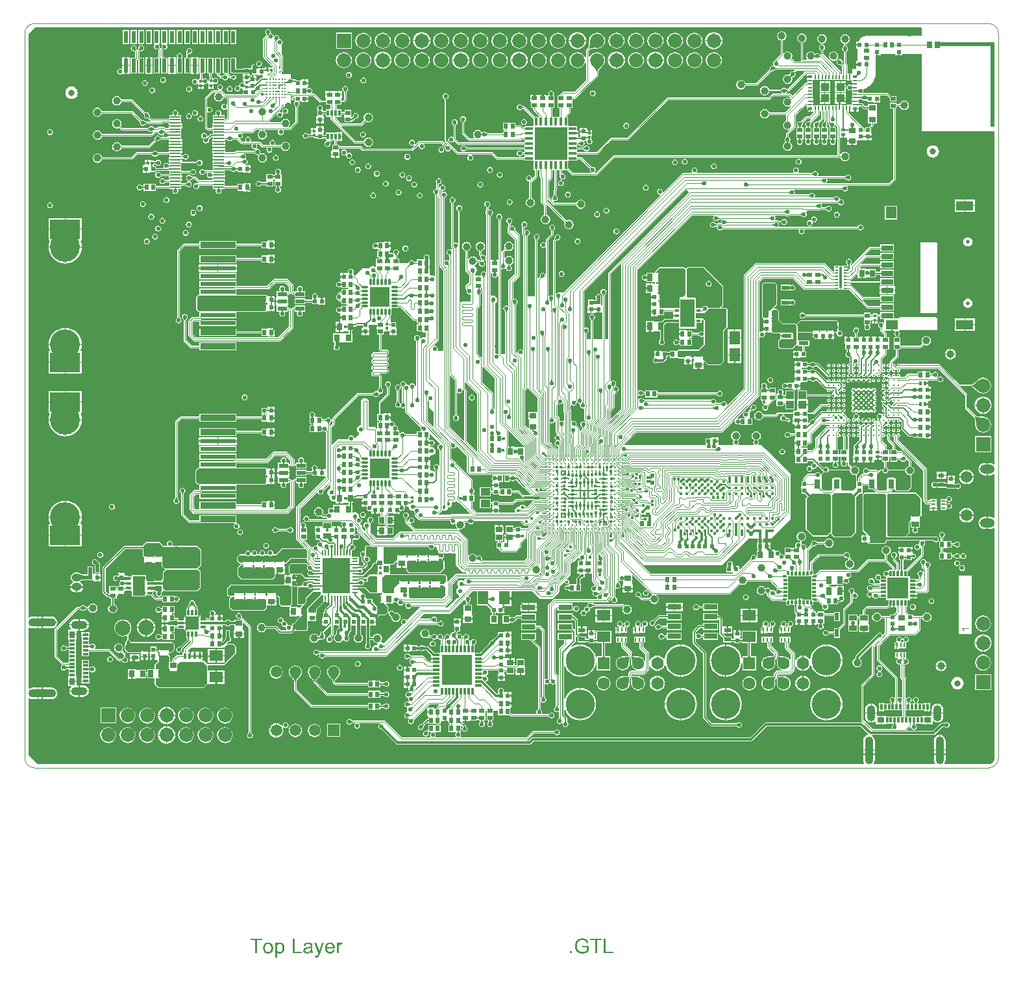
<source format=gtl>
G04*
G04 #@! TF.GenerationSoftware,Altium Limited,Altium Designer,20.2.4 (192)*
G04*
G04 Layer_Physical_Order=1*
G04 Layer_Color=255*
%FSLAX43Y43*%
%MOMM*%
G71*
G04*
G04 #@! TF.SameCoordinates,44553359-EA11-4E8F-BC47-C13590829416*
G04*
G04*
G04 #@! TF.FilePolarity,Positive*
G04*
G01*
G75*
%ADD10C,0.120*%
%ADD12C,0.100*%
%ADD44C,0.500*%
%ADD79R,1.900X3.600*%
%ADD91R,0.550X0.300*%
%ADD126C,1.600*%
%ADD143C,0.250*%
%ADD146R,0.510X0.560*%
G04:AMPARAMS|DCode=147|XSize=0.3mm|YSize=0.85mm|CornerRadius=0.075mm|HoleSize=0mm|Usage=FLASHONLY|Rotation=90.000|XOffset=0mm|YOffset=0mm|HoleType=Round|Shape=RoundedRectangle|*
%AMROUNDEDRECTD147*
21,1,0.300,0.700,0,0,90.0*
21,1,0.150,0.850,0,0,90.0*
1,1,0.150,0.350,0.075*
1,1,0.150,0.350,-0.075*
1,1,0.150,-0.350,-0.075*
1,1,0.150,-0.350,0.075*
%
%ADD147ROUNDEDRECTD147*%
%ADD148R,0.330X0.425*%
%ADD149R,0.560X0.510*%
%ADD150R,0.600X1.850*%
%ADD151R,0.600X1.650*%
%ADD152R,0.510X0.700*%
%ADD153R,0.700X0.510*%
%ADD154R,0.850X0.750*%
%ADD155R,0.890X0.640*%
%ADD156C,0.400*%
%ADD157C,2.000*%
%ADD158C,1.000*%
%ADD159R,1.300X0.600*%
%ADD160R,1.000X0.640*%
%ADD161R,0.650X1.250*%
%ADD162R,1.000X1.000*%
%ADD163R,0.450X0.750*%
%ADD164R,0.400X0.750*%
%ADD165R,0.250X0.500*%
%ADD166R,0.500X0.375*%
%ADD167R,0.500X0.250*%
%ADD168C,0.800*%
%ADD169R,1.700X3.100*%
%ADD170R,0.950X0.800*%
%ADD171R,4.400X1.500*%
%ADD172R,0.800X2.000*%
%ADD173R,0.650X0.900*%
%ADD174R,0.200X0.800*%
%ADD175R,0.800X0.200*%
%ADD176R,3.600X4.600*%
%ADD177R,0.300X0.800*%
G04:AMPARAMS|DCode=178|XSize=0.3mm|YSize=0.85mm|CornerRadius=0.075mm|HoleSize=0mm|Usage=FLASHONLY|Rotation=180.000|XOffset=0mm|YOffset=0mm|HoleType=Round|Shape=RoundedRectangle|*
%AMROUNDEDRECTD178*
21,1,0.300,0.700,0,0,180.0*
21,1,0.150,0.850,0,0,180.0*
1,1,0.150,-0.075,0.350*
1,1,0.150,0.075,0.350*
1,1,0.150,0.075,-0.350*
1,1,0.150,-0.075,-0.350*
%
%ADD178ROUNDEDRECTD178*%
%ADD179R,2.600X2.600*%
%ADD180R,0.550X0.350*%
%ADD181R,1.650X2.550*%
%ADD182C,0.260*%
%ADD183R,0.300X0.300*%
%ADD184R,0.300X0.300*%
%ADD185R,0.300X0.550*%
%ADD186R,1.350X0.250*%
%ADD187C,0.230*%
%ADD188R,1.750X0.700*%
%ADD189R,0.600X0.400*%
%ADD190R,3.900X3.900*%
G04:AMPARAMS|DCode=191|XSize=0.9mm|YSize=0.3mm|CornerRadius=0.075mm|HoleSize=0mm|Usage=FLASHONLY|Rotation=180.000|XOffset=0mm|YOffset=0mm|HoleType=Round|Shape=RoundedRectangle|*
%AMROUNDEDRECTD191*
21,1,0.900,0.150,0,0,180.0*
21,1,0.750,0.300,0,0,180.0*
1,1,0.150,-0.375,0.075*
1,1,0.150,0.375,0.075*
1,1,0.150,0.375,-0.075*
1,1,0.150,-0.375,-0.075*
%
%ADD191ROUNDEDRECTD191*%
%ADD192R,0.900X0.300*%
G04:AMPARAMS|DCode=193|XSize=0.9mm|YSize=0.3mm|CornerRadius=0.075mm|HoleSize=0mm|Usage=FLASHONLY|Rotation=270.000|XOffset=0mm|YOffset=0mm|HoleType=Round|Shape=RoundedRectangle|*
%AMROUNDEDRECTD193*
21,1,0.900,0.150,0,0,270.0*
21,1,0.750,0.300,0,0,270.0*
1,1,0.150,-0.075,-0.375*
1,1,0.150,-0.075,0.375*
1,1,0.150,0.075,0.375*
1,1,0.150,0.075,-0.375*
%
%ADD193ROUNDEDRECTD193*%
%ADD194R,0.300X0.900*%
%ADD195R,4.250X4.250*%
%ADD196R,1.000X0.370*%
%ADD197R,0.370X1.000*%
%ADD198R,0.300X0.750*%
%ADD199R,2.700X2.700*%
%ADD200R,0.750X0.300*%
%ADD201R,1.700X1.700*%
%ADD202R,0.750X0.300*%
%ADD203R,0.800X0.950*%
%ADD204R,0.450X0.200*%
%ADD205R,0.300X2.800*%
%ADD206R,1.200X0.600*%
%ADD207R,0.600X0.250*%
%ADD208R,0.800X0.550*%
%ADD209R,0.300X0.650*%
%ADD210R,0.540X1.060*%
%ADD211R,1.100X2.320*%
%ADD212R,0.750X1.380*%
%ADD213R,1.250X1.000*%
%ADD214R,0.700X0.900*%
%ADD215R,0.700X0.300*%
%ADD216R,3.900X2.500*%
%ADD217R,4.600X0.610*%
%ADD218R,4.600X0.810*%
%ADD219R,2.200X1.200*%
%ADD220R,1.600X1.200*%
%ADD221R,1.400X1.600*%
%ADD222R,1.600X0.700*%
%ADD223R,1.400X1.780*%
%ADD224R,0.350X0.350*%
%ADD225R,0.400X0.500*%
%ADD226R,0.640X0.890*%
%ADD227R,2.000X0.800*%
%ADD228R,1.780X1.400*%
%ADD229R,0.500X0.400*%
%ADD230R,0.350X0.350*%
%ADD231R,1.060X0.540*%
%ADD232R,0.640X1.000*%
%ADD233R,0.900X0.550*%
%ADD234R,0.250X0.600*%
%ADD235R,0.750X0.850*%
%ADD236R,0.900X0.700*%
%ADD237R,0.300X0.700*%
%ADD238C,0.200*%
%ADD239C,0.300*%
%ADD240C,0.175*%
%ADD241C,0.075*%
%ADD242C,0.400*%
%ADD243C,0.090*%
%ADD244C,0.500*%
%ADD245C,0.250*%
%ADD246C,0.150*%
%ADD247C,0.230*%
%ADD248C,0.350*%
%ADD249C,0.087*%
%ADD250C,0.125*%
%ADD251R,2.030X1.820*%
%ADD252C,1.500*%
%ADD253R,1.500X1.500*%
%ADD254O,3.600X1.100*%
%ADD255O,2.100X1.100*%
%ADD256O,2.600X1.100*%
%ADD257O,1.900X1.200*%
%ADD258R,1.850X1.850*%
%ADD259C,1.850*%
%ADD260R,1.850X1.850*%
%ADD261C,3.900*%
%ADD262O,1.300X1.000*%
%ADD263C,3.800*%
%ADD264R,1.600X1.600*%
%ADD265O,1.100X3.600*%
%ADD266O,1.100X2.100*%
%ADD267O,1.100X2.600*%
%ADD268C,6.000*%
%ADD269C,0.550*%
G36*
X117000Y96427D02*
X117000Y95450D01*
X116999Y95436D01*
X116987Y95409D01*
X116967Y95388D01*
X116940Y95377D01*
X116925Y95375D01*
X109684D01*
X109457Y95330D01*
X109243Y95242D01*
X109051Y95113D01*
X108887Y94949D01*
X108759Y94757D01*
X108727Y94680D01*
X108445D01*
Y93720D01*
X108625D01*
Y92130D01*
X108445D01*
Y91841D01*
X108455Y91830D01*
X108473Y91813D01*
X108491Y91798D01*
X108511Y91786D01*
X108533Y91775D01*
X108555Y91766D01*
X108578Y91759D01*
X108602Y91754D01*
X108628Y91751D01*
X108655Y91750D01*
X108664Y91550D01*
X108632Y91549D01*
X108602Y91547D01*
X108573Y91542D01*
X108545Y91536D01*
X108518Y91529D01*
X108493Y91520D01*
X108468Y91509D01*
X108445Y91496D01*
X108445Y91496D01*
Y91170D01*
X108373Y91125D01*
X108045D01*
X107990Y91103D01*
X107948Y91060D01*
X107925Y91005D01*
Y90475D01*
X107675D01*
Y90025D01*
Y89575D01*
X107925D01*
Y89450D01*
X107850D01*
Y89051D01*
X107760Y89003D01*
X107722Y89028D01*
X107575Y89058D01*
X107429Y89028D01*
X107305Y88946D01*
X107222Y88822D01*
X107193Y88675D01*
X107222Y88529D01*
X107305Y88405D01*
X107429Y88322D01*
X107575Y88293D01*
X107722Y88322D01*
X107842Y88403D01*
X107846Y88404D01*
X107850Y88407D01*
X107869Y88413D01*
X107950Y88379D01*
Y88090D01*
X107950Y88000D01*
X107950D01*
Y88000D01*
X107950D01*
Y87640D01*
X107950Y87550D01*
X107950D01*
Y87550D01*
X107950D01*
Y87200D01*
X107850D01*
Y86925D01*
X108300D01*
X108750D01*
Y87121D01*
X109116D01*
X109125Y87117D01*
X109147Y87116D01*
X109165Y87114D01*
X109181Y87111D01*
X109196Y87107D01*
X109211Y87102D01*
X109224Y87096D01*
X109238Y87088D01*
X109251Y87079D01*
X109263Y87069D01*
X109279Y87054D01*
X109282Y87053D01*
X109404Y86972D01*
X109550Y86943D01*
X109696Y86972D01*
X109780Y87028D01*
X109870Y86982D01*
Y86795D01*
X110492D01*
X110500Y86792D01*
X110670D01*
Y86695D01*
X111075D01*
Y87175D01*
X111125D01*
Y87225D01*
X111580D01*
Y87613D01*
X112533D01*
X112825Y87320D01*
Y86845D01*
X113725D01*
Y87555D01*
X113100D01*
X113070Y87567D01*
X113037D01*
X112715Y87890D01*
X112600Y87938D01*
X109367D01*
X109319Y88028D01*
X109353Y88079D01*
X109382Y88225D01*
X109356Y88358D01*
X109362Y88396D01*
X109387Y88456D01*
X109508Y88480D01*
X109885Y88636D01*
X110224Y88863D01*
X110513Y89151D01*
X110739Y89491D01*
X110895Y89867D01*
X110975Y90268D01*
Y90472D01*
Y92845D01*
X111630D01*
Y93025D01*
X113520D01*
Y92845D01*
X114480D01*
Y93025D01*
X116925D01*
X116940Y93024D01*
X116967Y93013D01*
X116987Y92992D01*
X116999Y92965D01*
X117000Y92950D01*
Y83000D01*
X126490D01*
Y79235D01*
D01*
Y76247D01*
D01*
Y39594D01*
X126400Y39550D01*
X126303Y39624D01*
X126109Y39704D01*
X125900Y39732D01*
X125600D01*
Y38925D01*
Y38118D01*
X125900D01*
X126109Y38146D01*
X126303Y38226D01*
X126400Y38300D01*
X126490Y38256D01*
Y32594D01*
X126400Y32550D01*
X126303Y32624D01*
X126109Y32704D01*
X125900Y32732D01*
X125600D01*
Y31925D01*
Y31118D01*
X125900D01*
X126109Y31146D01*
X126303Y31226D01*
X126400Y31300D01*
X126490Y31256D01*
Y5285D01*
D01*
Y1195D01*
X126461Y1048D01*
X126404Y910D01*
X126321Y785D01*
X126215Y680D01*
X126090Y596D01*
X125952Y539D01*
X125805Y510D01*
X120004D01*
X119965Y590D01*
X120000Y637D01*
X120076Y819D01*
X120101Y1015D01*
Y1715D01*
X119345D01*
X118589D01*
Y1015D01*
X118614Y819D01*
X118690Y637D01*
X118725Y590D01*
X118686Y510D01*
X110764D01*
X110725Y590D01*
X110760Y637D01*
X110836Y819D01*
X110861Y1015D01*
Y1715D01*
X110105D01*
X109349D01*
Y1015D01*
X109374Y819D01*
X109450Y637D01*
X109485Y590D01*
X109446Y510D01*
X1715D01*
X510Y1715D01*
Y4803D01*
Y5785D01*
Y9026D01*
X590Y9066D01*
X612Y9050D01*
X794Y8974D01*
X990Y8949D01*
X1690D01*
Y9705D01*
Y10461D01*
X990D01*
X794Y10436D01*
X612Y10360D01*
X590Y10344D01*
X510Y10384D01*
Y18266D01*
X590Y18306D01*
X612Y18290D01*
X794Y18214D01*
X990Y18189D01*
X1690D01*
Y18945D01*
Y19701D01*
X990D01*
X794Y19676D01*
X612Y19600D01*
X590Y19584D01*
X510Y19624D01*
Y91515D01*
Y92197D01*
Y95685D01*
X1315Y96490D01*
X5235D01*
X34465Y96490D01*
D01*
X38124D01*
X92465Y96490D01*
D01*
X96485D01*
D01*
X116936Y96490D01*
X117000Y96427D01*
D02*
G37*
G36*
X108822Y90275D02*
X108797Y90274D01*
X108772Y90272D01*
X108748Y90267D01*
X108724Y90261D01*
X108701Y90252D01*
X108679Y90242D01*
X108658Y90230D01*
X108637Y90216D01*
X108617Y90199D01*
X108598Y90181D01*
X108456Y90323D01*
X108474Y90342D01*
X108491Y90362D01*
X108505Y90383D01*
X108517Y90404D01*
X108527Y90426D01*
X108536Y90449D01*
X108542Y90473D01*
X108547Y90497D01*
X108549Y90522D01*
X108550Y90547D01*
X108822Y90275D01*
D02*
G37*
G36*
X107799Y88841D02*
X107852Y88795D01*
X107877Y88777D01*
X107901Y88761D01*
X107925Y88748D01*
X107947Y88738D01*
X107969Y88731D01*
X107990Y88727D01*
X108011Y88725D01*
Y88625D01*
X107990Y88624D01*
X107969Y88620D01*
X107947Y88612D01*
X107925Y88602D01*
X107901Y88590D01*
X107877Y88574D01*
X107852Y88555D01*
X107826Y88534D01*
X107772Y88483D01*
Y88868D01*
X107799Y88841D01*
D02*
G37*
G36*
X108803Y88033D02*
X108776Y88060D01*
X108723Y88105D01*
X108698Y88124D01*
X108674Y88140D01*
X108650Y88152D01*
X108628Y88162D01*
X108606Y88170D01*
X108585Y88174D01*
X108564Y88175D01*
Y88275D01*
X108585Y88277D01*
X108606Y88281D01*
X108628Y88288D01*
X108650Y88298D01*
X108674Y88311D01*
X108698Y88327D01*
X108723Y88345D01*
X108749Y88366D01*
X108803Y88418D01*
Y88033D01*
D02*
G37*
G36*
X109765Y87500D02*
X109784Y87484D01*
X109805Y87471D01*
X109826Y87459D01*
X109848Y87448D01*
X109871Y87440D01*
X109895Y87434D01*
X109919Y87429D01*
X109945Y87426D01*
X109971Y87425D01*
X109971Y87225D01*
X109945Y87224D01*
X109919Y87222D01*
X109895Y87217D01*
X109871Y87210D01*
X109848Y87202D01*
X109826Y87192D01*
X109805Y87180D01*
X109785Y87166D01*
X109765Y87150D01*
X109747Y87133D01*
X109550Y87325D01*
X109353Y87133D01*
X109335Y87150D01*
X109315Y87166D01*
X109295Y87180D01*
X109274Y87192D01*
X109252Y87202D01*
X109229Y87210D01*
X109205Y87217D01*
X109181Y87222D01*
X109155Y87224D01*
X109129Y87225D01*
X109129Y87425D01*
X109155Y87426D01*
X109181Y87429D01*
X109205Y87434D01*
X109229Y87440D01*
X109252Y87448D01*
X109274Y87459D01*
X109295Y87471D01*
X109316Y87484D01*
X109335Y87500D01*
X109354Y87518D01*
X109550Y87325D01*
X109746Y87518D01*
X109765Y87500D01*
D02*
G37*
G36*
X126450Y94525D02*
X126450Y94525D01*
X126460Y94525D01*
X126478Y94518D01*
X126492Y94504D01*
X126500Y94485D01*
X126500Y94475D01*
X126500Y83575D01*
X126500Y83575D01*
X126500Y83565D01*
X126492Y83547D01*
X126478Y83533D01*
X126460Y83525D01*
X126450Y83525D01*
X126050D01*
X126050Y83525D01*
X126040Y83525D01*
X126022Y83533D01*
X126008Y83547D01*
X126000Y83565D01*
X126000Y83575D01*
Y94025D01*
X118875Y94025D01*
X118875Y94525D01*
X126450Y94525D01*
D02*
G37*
G36*
X33332Y-22751D02*
X33351Y-22754D01*
X33393Y-22759D01*
X33443Y-22771D01*
X33495Y-22787D01*
X33548Y-22812D01*
X33601Y-22843D01*
X33604D01*
X33606Y-22848D01*
X33623Y-22859D01*
X33648Y-22882D01*
X33679Y-22909D01*
X33712Y-22945D01*
X33745Y-22990D01*
X33779Y-23043D01*
X33806Y-23101D01*
Y-23104D01*
X33809Y-23109D01*
X33812Y-23118D01*
X33817Y-23129D01*
X33823Y-23145D01*
X33829Y-23165D01*
X33842Y-23209D01*
X33856Y-23265D01*
X33867Y-23326D01*
X33876Y-23395D01*
X33879Y-23467D01*
Y-23470D01*
Y-23476D01*
Y-23487D01*
Y-23503D01*
X33876Y-23523D01*
Y-23545D01*
X33870Y-23595D01*
X33859Y-23656D01*
X33845Y-23720D01*
X33826Y-23787D01*
X33801Y-23853D01*
Y-23856D01*
X33798Y-23862D01*
X33792Y-23870D01*
X33787Y-23881D01*
X33768Y-23912D01*
X33743Y-23950D01*
X33712Y-23992D01*
X33673Y-24034D01*
X33629Y-24075D01*
X33576Y-24114D01*
X33573D01*
X33570Y-24117D01*
X33562Y-24123D01*
X33551Y-24128D01*
X33523Y-24142D01*
X33484Y-24159D01*
X33437Y-24175D01*
X33387Y-24189D01*
X33329Y-24200D01*
X33271Y-24203D01*
X33251D01*
X33229Y-24200D01*
X33201Y-24197D01*
X33168Y-24192D01*
X33132Y-24184D01*
X33096Y-24172D01*
X33060Y-24156D01*
X33057Y-24153D01*
X33043Y-24147D01*
X33026Y-24136D01*
X33004Y-24120D01*
X32982Y-24103D01*
X32954Y-24081D01*
X32929Y-24056D01*
X32907Y-24028D01*
Y-24706D01*
X32671D01*
Y-22779D01*
X32885D01*
Y-22962D01*
X32887Y-22956D01*
X32899Y-22945D01*
X32912Y-22926D01*
X32935Y-22904D01*
X32960Y-22876D01*
X32987Y-22851D01*
X33021Y-22826D01*
X33054Y-22804D01*
X33060Y-22801D01*
X33071Y-22795D01*
X33093Y-22787D01*
X33121Y-22776D01*
X33154Y-22765D01*
X33193Y-22757D01*
X33237Y-22751D01*
X33287Y-22748D01*
X33318D01*
X33332Y-22751D01*
D02*
G37*
G36*
X41291D02*
X41322Y-22757D01*
X41358Y-22768D01*
X41397Y-22782D01*
X41441Y-22801D01*
X41488Y-22826D01*
X41402Y-23043D01*
X41399Y-23040D01*
X41388Y-23034D01*
X41372Y-23026D01*
X41349Y-23018D01*
X41324Y-23009D01*
X41294Y-23001D01*
X41263Y-22995D01*
X41233Y-22993D01*
X41219D01*
X41205Y-22995D01*
X41186Y-22998D01*
X41166Y-23004D01*
X41141Y-23012D01*
X41116Y-23023D01*
X41094Y-23040D01*
X41091Y-23043D01*
X41083Y-23048D01*
X41075Y-23059D01*
X41061Y-23073D01*
X41047Y-23093D01*
X41033Y-23115D01*
X41019Y-23140D01*
X41008Y-23170D01*
X41005Y-23176D01*
X41002Y-23192D01*
X40997Y-23217D01*
X40988Y-23251D01*
X40980Y-23292D01*
X40975Y-23340D01*
X40972Y-23390D01*
X40969Y-23445D01*
Y-24172D01*
X40733D01*
Y-22779D01*
X40947D01*
Y-22990D01*
X40950Y-22987D01*
X40961Y-22968D01*
X40975Y-22943D01*
X40997Y-22912D01*
X41019Y-22882D01*
X41044Y-22848D01*
X41069Y-22820D01*
X41094Y-22798D01*
X41097Y-22795D01*
X41105Y-22790D01*
X41122Y-22782D01*
X41138Y-22773D01*
X41161Y-22765D01*
X41188Y-22757D01*
X41216Y-22751D01*
X41247Y-22748D01*
X41266D01*
X41291Y-22751D01*
D02*
G37*
G36*
X38509Y-24195D02*
Y-24197D01*
X38507Y-24206D01*
X38501Y-24217D01*
X38495Y-24231D01*
X38487Y-24250D01*
X38479Y-24272D01*
X38459Y-24320D01*
X38440Y-24372D01*
X38418Y-24425D01*
X38395Y-24472D01*
X38384Y-24492D01*
X38376Y-24511D01*
X38373Y-24517D01*
X38365Y-24531D01*
X38351Y-24550D01*
X38334Y-24575D01*
X38312Y-24603D01*
X38287Y-24631D01*
X38262Y-24658D01*
X38232Y-24681D01*
X38229Y-24683D01*
X38218Y-24689D01*
X38201Y-24697D01*
X38176Y-24708D01*
X38148Y-24719D01*
X38115Y-24728D01*
X38079Y-24733D01*
X38037Y-24736D01*
X38026D01*
X38012Y-24733D01*
X37993D01*
X37971Y-24728D01*
X37946Y-24722D01*
X37918Y-24717D01*
X37887Y-24706D01*
X37862Y-24486D01*
X37865D01*
X37876Y-24489D01*
X37890Y-24492D01*
X37907Y-24497D01*
X37951Y-24506D01*
X37996Y-24508D01*
X38010D01*
X38023Y-24506D01*
X38040D01*
X38082Y-24497D01*
X38101Y-24489D01*
X38121Y-24481D01*
X38123D01*
X38129Y-24475D01*
X38137Y-24470D01*
X38148Y-24461D01*
X38173Y-24439D01*
X38196Y-24408D01*
Y-24406D01*
X38201Y-24400D01*
X38207Y-24389D01*
X38212Y-24372D01*
X38223Y-24350D01*
X38234Y-24317D01*
X38251Y-24278D01*
X38268Y-24231D01*
Y-24228D01*
X38273Y-24217D01*
X38279Y-24197D01*
X38290Y-24172D01*
X37762Y-22779D01*
X38012D01*
X38304Y-23587D01*
Y-23589D01*
X38307Y-23592D01*
X38309Y-23601D01*
X38312Y-23614D01*
X38318Y-23628D01*
X38323Y-23645D01*
X38337Y-23684D01*
X38354Y-23731D01*
X38370Y-23787D01*
X38387Y-23845D01*
X38404Y-23909D01*
Y-23906D01*
X38407Y-23900D01*
X38409Y-23892D01*
X38412Y-23881D01*
X38415Y-23867D01*
X38420Y-23850D01*
X38432Y-23809D01*
X38445Y-23762D01*
X38465Y-23706D01*
X38482Y-23651D01*
X38504Y-23592D01*
X38804Y-22779D01*
X39040D01*
X38509Y-24195D01*
D02*
G37*
G36*
X37055Y-22751D02*
X37096Y-22754D01*
X37143Y-22759D01*
X37191Y-22768D01*
X37238Y-22779D01*
X37282Y-22793D01*
X37288Y-22795D01*
X37302Y-22801D01*
X37321Y-22809D01*
X37346Y-22820D01*
X37374Y-22837D01*
X37402Y-22854D01*
X37427Y-22876D01*
X37449Y-22898D01*
X37452Y-22901D01*
X37457Y-22909D01*
X37465Y-22923D01*
X37477Y-22940D01*
X37490Y-22965D01*
X37502Y-22990D01*
X37513Y-23020D01*
X37521Y-23056D01*
Y-23059D01*
X37524Y-23068D01*
X37527Y-23084D01*
X37529Y-23106D01*
Y-23137D01*
X37532Y-23173D01*
X37535Y-23220D01*
Y-23273D01*
Y-23589D01*
Y-23592D01*
Y-23603D01*
Y-23620D01*
Y-23642D01*
Y-23667D01*
Y-23698D01*
X37538Y-23764D01*
Y-23834D01*
X37540Y-23903D01*
X37543Y-23934D01*
Y-23961D01*
X37546Y-23986D01*
X37549Y-24006D01*
Y-24009D01*
X37551Y-24020D01*
X37554Y-24036D01*
X37563Y-24059D01*
X37568Y-24084D01*
X37579Y-24111D01*
X37593Y-24142D01*
X37607Y-24172D01*
X37360D01*
X37357Y-24170D01*
X37354Y-24159D01*
X37349Y-24145D01*
X37341Y-24123D01*
X37332Y-24098D01*
X37327Y-24067D01*
X37321Y-24034D01*
X37316Y-23998D01*
X37313D01*
X37310Y-24003D01*
X37293Y-24017D01*
X37268Y-24036D01*
X37235Y-24061D01*
X37193Y-24086D01*
X37152Y-24114D01*
X37107Y-24139D01*
X37060Y-24159D01*
X37055Y-24161D01*
X37038Y-24164D01*
X37013Y-24172D01*
X36982Y-24181D01*
X36944Y-24189D01*
X36899Y-24195D01*
X36849Y-24200D01*
X36799Y-24203D01*
X36777D01*
X36760Y-24200D01*
X36741D01*
X36719Y-24197D01*
X36669Y-24189D01*
X36613Y-24175D01*
X36552Y-24156D01*
X36497Y-24128D01*
X36447Y-24092D01*
X36441Y-24086D01*
X36427Y-24073D01*
X36408Y-24048D01*
X36385Y-24014D01*
X36363Y-23973D01*
X36344Y-23925D01*
X36330Y-23867D01*
X36327Y-23839D01*
X36324Y-23806D01*
Y-23800D01*
Y-23789D01*
X36327Y-23770D01*
X36330Y-23745D01*
X36336Y-23714D01*
X36344Y-23684D01*
X36355Y-23651D01*
X36369Y-23620D01*
X36372Y-23617D01*
X36377Y-23606D01*
X36388Y-23589D01*
X36402Y-23570D01*
X36419Y-23548D01*
X36441Y-23526D01*
X36463Y-23503D01*
X36491Y-23484D01*
X36494Y-23481D01*
X36505Y-23476D01*
X36519Y-23465D01*
X36541Y-23453D01*
X36566Y-23442D01*
X36596Y-23428D01*
X36627Y-23417D01*
X36663Y-23406D01*
X36666D01*
X36677Y-23403D01*
X36694Y-23398D01*
X36716Y-23395D01*
X36744Y-23390D01*
X36780Y-23384D01*
X36821Y-23376D01*
X36871Y-23370D01*
X36874D01*
X36885Y-23367D01*
X36899D01*
X36919Y-23365D01*
X36941Y-23362D01*
X36968Y-23356D01*
X36999Y-23354D01*
X37032Y-23348D01*
X37099Y-23334D01*
X37171Y-23320D01*
X37235Y-23304D01*
X37266Y-23295D01*
X37293Y-23287D01*
Y-23284D01*
Y-23279D01*
X37296Y-23262D01*
Y-23242D01*
Y-23231D01*
Y-23226D01*
Y-23223D01*
Y-23220D01*
Y-23204D01*
X37293Y-23176D01*
X37288Y-23145D01*
X37279Y-23112D01*
X37266Y-23079D01*
X37249Y-23048D01*
X37227Y-23023D01*
X37224Y-23020D01*
X37210Y-23009D01*
X37188Y-22998D01*
X37160Y-22981D01*
X37121Y-22968D01*
X37077Y-22954D01*
X37021Y-22945D01*
X36957Y-22943D01*
X36930D01*
X36902Y-22945D01*
X36863Y-22951D01*
X36824Y-22956D01*
X36782Y-22968D01*
X36744Y-22981D01*
X36710Y-23001D01*
X36708Y-23004D01*
X36696Y-23012D01*
X36683Y-23026D01*
X36666Y-23048D01*
X36649Y-23076D01*
X36630Y-23112D01*
X36613Y-23156D01*
X36596Y-23206D01*
X36366Y-23176D01*
Y-23173D01*
X36369Y-23170D01*
Y-23162D01*
X36372Y-23151D01*
X36380Y-23126D01*
X36391Y-23090D01*
X36405Y-23054D01*
X36422Y-23015D01*
X36444Y-22976D01*
X36469Y-22940D01*
X36472Y-22937D01*
X36483Y-22926D01*
X36499Y-22909D01*
X36522Y-22887D01*
X36552Y-22865D01*
X36588Y-22843D01*
X36630Y-22818D01*
X36677Y-22798D01*
X36680D01*
X36683Y-22795D01*
X36691Y-22793D01*
X36702Y-22790D01*
X36730Y-22782D01*
X36769Y-22773D01*
X36813Y-22765D01*
X36869Y-22757D01*
X36927Y-22751D01*
X36993Y-22748D01*
X37024D01*
X37055Y-22751D01*
D02*
G37*
G36*
X35186Y-23945D02*
X36133D01*
Y-24172D01*
X34931D01*
Y-22251D01*
X35186D01*
Y-23945D01*
D02*
G37*
G36*
X30944Y-22479D02*
X30311D01*
Y-24172D01*
X30056D01*
Y-22479D01*
X29423D01*
Y-22251D01*
X30944D01*
Y-22479D01*
D02*
G37*
G36*
X39859Y-22751D02*
X39881Y-22754D01*
X39909Y-22759D01*
X39939Y-22765D01*
X39975Y-22773D01*
X40008Y-22782D01*
X40047Y-22795D01*
X40083Y-22809D01*
X40122Y-22829D01*
X40161Y-22851D01*
X40200Y-22876D01*
X40236Y-22907D01*
X40269Y-22940D01*
X40272Y-22943D01*
X40278Y-22948D01*
X40286Y-22959D01*
X40297Y-22976D01*
X40311Y-22995D01*
X40325Y-23018D01*
X40342Y-23045D01*
X40358Y-23079D01*
X40375Y-23115D01*
X40392Y-23154D01*
X40405Y-23198D01*
X40419Y-23245D01*
X40430Y-23298D01*
X40439Y-23354D01*
X40444Y-23412D01*
X40447Y-23476D01*
Y-23478D01*
Y-23490D01*
Y-23509D01*
X40444Y-23537D01*
X39403D01*
Y-23540D01*
Y-23548D01*
X39406Y-23559D01*
Y-23576D01*
X39409Y-23595D01*
X39414Y-23617D01*
X39423Y-23667D01*
X39439Y-23723D01*
X39462Y-23784D01*
X39492Y-23839D01*
X39531Y-23889D01*
X39534D01*
X39536Y-23895D01*
X39553Y-23909D01*
X39578Y-23928D01*
X39611Y-23948D01*
X39656Y-23970D01*
X39706Y-23989D01*
X39761Y-24003D01*
X39792Y-24006D01*
X39825Y-24009D01*
X39847D01*
X39872Y-24006D01*
X39903Y-24000D01*
X39936Y-23992D01*
X39975Y-23981D01*
X40011Y-23964D01*
X40047Y-23942D01*
X40050Y-23939D01*
X40064Y-23928D01*
X40081Y-23912D01*
X40100Y-23889D01*
X40122Y-23859D01*
X40147Y-23820D01*
X40172Y-23775D01*
X40194Y-23723D01*
X40439Y-23753D01*
Y-23756D01*
X40436Y-23762D01*
X40433Y-23773D01*
X40428Y-23789D01*
X40419Y-23806D01*
X40411Y-23828D01*
X40389Y-23875D01*
X40361Y-23928D01*
X40322Y-23984D01*
X40278Y-24036D01*
X40222Y-24086D01*
X40219D01*
X40214Y-24092D01*
X40206Y-24098D01*
X40194Y-24106D01*
X40178Y-24114D01*
X40161Y-24123D01*
X40139Y-24134D01*
X40114Y-24145D01*
X40086Y-24156D01*
X40058Y-24167D01*
X39989Y-24184D01*
X39911Y-24197D01*
X39825Y-24203D01*
X39795D01*
X39775Y-24200D01*
X39750Y-24197D01*
X39720Y-24192D01*
X39686Y-24186D01*
X39650Y-24181D01*
X39573Y-24159D01*
X39531Y-24142D01*
X39492Y-24125D01*
X39450Y-24103D01*
X39412Y-24078D01*
X39375Y-24050D01*
X39339Y-24017D01*
X39337Y-24014D01*
X39331Y-24009D01*
X39323Y-23998D01*
X39312Y-23981D01*
X39298Y-23961D01*
X39284Y-23939D01*
X39267Y-23912D01*
X39251Y-23881D01*
X39234Y-23845D01*
X39217Y-23806D01*
X39203Y-23762D01*
X39189Y-23714D01*
X39178Y-23664D01*
X39170Y-23609D01*
X39164Y-23551D01*
X39162Y-23490D01*
Y-23487D01*
Y-23473D01*
Y-23456D01*
X39164Y-23431D01*
X39167Y-23401D01*
X39170Y-23367D01*
X39176Y-23329D01*
X39184Y-23290D01*
X39206Y-23201D01*
X39220Y-23156D01*
X39237Y-23109D01*
X39259Y-23065D01*
X39284Y-23023D01*
X39312Y-22981D01*
X39342Y-22943D01*
X39345Y-22940D01*
X39350Y-22934D01*
X39362Y-22926D01*
X39375Y-22912D01*
X39392Y-22898D01*
X39414Y-22882D01*
X39439Y-22862D01*
X39470Y-22845D01*
X39500Y-22826D01*
X39536Y-22809D01*
X39575Y-22793D01*
X39617Y-22779D01*
X39661Y-22765D01*
X39709Y-22757D01*
X39759Y-22751D01*
X39811Y-22748D01*
X39839D01*
X39859Y-22751D01*
D02*
G37*
G36*
X31788D02*
X31813Y-22754D01*
X31841Y-22759D01*
X31871Y-22765D01*
X31907Y-22771D01*
X31982Y-22795D01*
X32021Y-22809D01*
X32060Y-22829D01*
X32099Y-22848D01*
X32138Y-22876D01*
X32174Y-22904D01*
X32210Y-22937D01*
X32213Y-22940D01*
X32218Y-22945D01*
X32227Y-22956D01*
X32238Y-22970D01*
X32252Y-22990D01*
X32268Y-23015D01*
X32285Y-23043D01*
X32302Y-23073D01*
X32318Y-23106D01*
X32335Y-23148D01*
X32352Y-23190D01*
X32366Y-23237D01*
X32377Y-23287D01*
X32385Y-23340D01*
X32391Y-23395D01*
X32393Y-23456D01*
Y-23459D01*
Y-23467D01*
Y-23481D01*
Y-23501D01*
X32391Y-23523D01*
X32388Y-23551D01*
Y-23578D01*
X32382Y-23609D01*
X32374Y-23678D01*
X32357Y-23748D01*
X32338Y-23817D01*
X32310Y-23881D01*
Y-23884D01*
X32307Y-23887D01*
X32302Y-23895D01*
X32296Y-23906D01*
X32277Y-23934D01*
X32252Y-23967D01*
X32218Y-24006D01*
X32177Y-24045D01*
X32130Y-24084D01*
X32074Y-24120D01*
X32071D01*
X32068Y-24123D01*
X32060Y-24128D01*
X32046Y-24134D01*
X32032Y-24139D01*
X32016Y-24145D01*
X31974Y-24161D01*
X31927Y-24175D01*
X31869Y-24189D01*
X31808Y-24200D01*
X31741Y-24203D01*
X31713D01*
X31691Y-24200D01*
X31666Y-24197D01*
X31638Y-24192D01*
X31605Y-24186D01*
X31572Y-24181D01*
X31497Y-24159D01*
X31455Y-24142D01*
X31416Y-24125D01*
X31377Y-24103D01*
X31338Y-24078D01*
X31302Y-24050D01*
X31266Y-24017D01*
X31263Y-24014D01*
X31258Y-24009D01*
X31249Y-23998D01*
X31238Y-23981D01*
X31225Y-23961D01*
X31211Y-23939D01*
X31194Y-23912D01*
X31177Y-23878D01*
X31161Y-23842D01*
X31144Y-23800D01*
X31130Y-23756D01*
X31116Y-23709D01*
X31105Y-23656D01*
X31097Y-23601D01*
X31091Y-23540D01*
X31088Y-23476D01*
Y-23470D01*
Y-23459D01*
X31091Y-23440D01*
Y-23412D01*
X31094Y-23381D01*
X31100Y-23342D01*
X31105Y-23304D01*
X31116Y-23259D01*
X31127Y-23215D01*
X31141Y-23167D01*
X31158Y-23118D01*
X31180Y-23070D01*
X31202Y-23026D01*
X31233Y-22981D01*
X31263Y-22940D01*
X31302Y-22904D01*
X31305Y-22901D01*
X31311Y-22898D01*
X31322Y-22890D01*
X31336Y-22879D01*
X31352Y-22868D01*
X31374Y-22854D01*
X31397Y-22840D01*
X31424Y-22826D01*
X31455Y-22812D01*
X31488Y-22798D01*
X31563Y-22773D01*
X31649Y-22754D01*
X31694Y-22751D01*
X31741Y-22748D01*
X31769D01*
X31788Y-22751D01*
D02*
G37*
G36*
X72775Y-22221D02*
X72797D01*
X72850Y-22226D01*
X72908Y-22235D01*
X72969Y-22249D01*
X73036Y-22265D01*
X73100Y-22287D01*
X73103D01*
X73108Y-22290D01*
X73116Y-22293D01*
X73127Y-22299D01*
X73158Y-22315D01*
X73197Y-22335D01*
X73239Y-22362D01*
X73283Y-22396D01*
X73325Y-22432D01*
X73363Y-22476D01*
X73369Y-22482D01*
X73380Y-22498D01*
X73397Y-22523D01*
X73419Y-22559D01*
X73441Y-22604D01*
X73466Y-22659D01*
X73491Y-22721D01*
X73511Y-22790D01*
X73280Y-22851D01*
Y-22848D01*
X73277Y-22845D01*
X73275Y-22837D01*
X73272Y-22826D01*
X73264Y-22801D01*
X73252Y-22768D01*
X73236Y-22729D01*
X73216Y-22693D01*
X73197Y-22654D01*
X73172Y-22621D01*
X73169Y-22618D01*
X73161Y-22607D01*
X73144Y-22593D01*
X73125Y-22573D01*
X73100Y-22551D01*
X73066Y-22529D01*
X73030Y-22507D01*
X72989Y-22487D01*
X72983Y-22485D01*
X72969Y-22479D01*
X72944Y-22471D01*
X72911Y-22460D01*
X72872Y-22451D01*
X72828Y-22443D01*
X72778Y-22437D01*
X72725Y-22435D01*
X72694D01*
X72681Y-22437D01*
X72664D01*
X72622Y-22440D01*
X72575Y-22448D01*
X72522Y-22457D01*
X72472Y-22471D01*
X72422Y-22490D01*
X72417Y-22493D01*
X72400Y-22498D01*
X72378Y-22512D01*
X72350Y-22526D01*
X72317Y-22548D01*
X72281Y-22571D01*
X72247Y-22598D01*
X72217Y-22629D01*
X72214Y-22632D01*
X72203Y-22643D01*
X72189Y-22662D01*
X72172Y-22684D01*
X72153Y-22712D01*
X72134Y-22746D01*
X72114Y-22782D01*
X72095Y-22820D01*
Y-22823D01*
X72092Y-22829D01*
X72089Y-22837D01*
X72084Y-22851D01*
X72078Y-22868D01*
X72073Y-22887D01*
X72064Y-22909D01*
X72059Y-22934D01*
X72045Y-22993D01*
X72034Y-23059D01*
X72025Y-23129D01*
X72023Y-23206D01*
Y-23209D01*
Y-23217D01*
Y-23231D01*
X72025Y-23248D01*
Y-23270D01*
X72028Y-23298D01*
X72031Y-23326D01*
X72034Y-23356D01*
X72045Y-23426D01*
X72059Y-23498D01*
X72081Y-23570D01*
X72109Y-23639D01*
Y-23642D01*
X72114Y-23648D01*
X72117Y-23656D01*
X72125Y-23667D01*
X72145Y-23698D01*
X72175Y-23737D01*
X72211Y-23778D01*
X72256Y-23820D01*
X72309Y-23859D01*
X72367Y-23895D01*
X72370D01*
X72375Y-23898D01*
X72383Y-23903D01*
X72397Y-23909D01*
X72411Y-23914D01*
X72431Y-23920D01*
X72475Y-23937D01*
X72531Y-23950D01*
X72592Y-23964D01*
X72658Y-23975D01*
X72728Y-23978D01*
X72755D01*
X72772Y-23975D01*
X72789D01*
X72830Y-23970D01*
X72880Y-23964D01*
X72933Y-23953D01*
X72991Y-23937D01*
X73050Y-23917D01*
X73053D01*
X73058Y-23914D01*
X73064Y-23912D01*
X73075Y-23906D01*
X73105Y-23892D01*
X73139Y-23875D01*
X73177Y-23856D01*
X73219Y-23834D01*
X73258Y-23809D01*
X73291Y-23781D01*
Y-23420D01*
X72725D01*
Y-23192D01*
X73541D01*
Y-23906D01*
X73538Y-23909D01*
X73533Y-23912D01*
X73522Y-23920D01*
X73508Y-23931D01*
X73491Y-23942D01*
X73472Y-23956D01*
X73447Y-23973D01*
X73422Y-23989D01*
X73363Y-24025D01*
X73297Y-24064D01*
X73227Y-24100D01*
X73152Y-24131D01*
X73150D01*
X73144Y-24134D01*
X73133Y-24136D01*
X73119Y-24142D01*
X73100Y-24147D01*
X73078Y-24156D01*
X73053Y-24161D01*
X73028Y-24167D01*
X72966Y-24181D01*
X72897Y-24195D01*
X72822Y-24203D01*
X72744Y-24206D01*
X72717D01*
X72697Y-24203D01*
X72672D01*
X72642Y-24200D01*
X72608Y-24195D01*
X72572Y-24192D01*
X72492Y-24175D01*
X72406Y-24156D01*
X72317Y-24125D01*
X72272Y-24109D01*
X72228Y-24086D01*
X72225Y-24084D01*
X72217Y-24081D01*
X72206Y-24073D01*
X72189Y-24064D01*
X72170Y-24050D01*
X72150Y-24036D01*
X72098Y-23998D01*
X72042Y-23948D01*
X71984Y-23887D01*
X71928Y-23817D01*
X71878Y-23737D01*
Y-23734D01*
X71873Y-23726D01*
X71867Y-23714D01*
X71859Y-23695D01*
X71850Y-23676D01*
X71842Y-23648D01*
X71831Y-23620D01*
X71820Y-23587D01*
X71809Y-23551D01*
X71798Y-23509D01*
X71789Y-23467D01*
X71781Y-23423D01*
X71767Y-23326D01*
X71762Y-23223D01*
Y-23220D01*
Y-23209D01*
Y-23195D01*
X71764Y-23176D01*
Y-23151D01*
X71767Y-23120D01*
X71773Y-23090D01*
X71775Y-23054D01*
X71784Y-23015D01*
X71789Y-22973D01*
X71812Y-22884D01*
X71839Y-22793D01*
X71878Y-22701D01*
X71881Y-22698D01*
X71884Y-22690D01*
X71889Y-22679D01*
X71900Y-22662D01*
X71912Y-22640D01*
X71925Y-22618D01*
X71964Y-22565D01*
X72011Y-22504D01*
X72070Y-22446D01*
X72136Y-22387D01*
X72175Y-22362D01*
X72214Y-22337D01*
X72217Y-22335D01*
X72225Y-22332D01*
X72236Y-22326D01*
X72253Y-22318D01*
X72275Y-22310D01*
X72300Y-22299D01*
X72328Y-22287D01*
X72361Y-22276D01*
X72397Y-22265D01*
X72436Y-22257D01*
X72478Y-22246D01*
X72522Y-22237D01*
X72619Y-22224D01*
X72669Y-22218D01*
X72758D01*
X72775Y-22221D01*
D02*
G37*
G36*
X75801Y-23945D02*
X76748D01*
Y-24172D01*
X75546D01*
Y-22251D01*
X75801D01*
Y-23945D01*
D02*
G37*
G36*
X75293Y-22479D02*
X74660D01*
Y-24172D01*
X74405D01*
Y-22479D01*
X73772D01*
Y-22251D01*
X75293D01*
Y-22479D01*
D02*
G37*
G36*
X71387Y-24172D02*
X71118D01*
Y-23903D01*
X71387D01*
Y-24172D01*
D02*
G37*
%LPC*%
G36*
X89930Y95898D02*
Y94820D01*
X91008D01*
X90976Y95064D01*
X90863Y95337D01*
X90682Y95572D01*
X90447Y95753D01*
X90174Y95866D01*
X89930Y95898D01*
D02*
G37*
G36*
X89830D02*
X89586Y95866D01*
X89313Y95753D01*
X89078Y95572D01*
X88897Y95337D01*
X88784Y95064D01*
X88752Y94820D01*
X89830D01*
Y95898D01*
D02*
G37*
G36*
X72150D02*
Y94820D01*
X73228D01*
X73196Y95064D01*
X73083Y95337D01*
X72902Y95572D01*
X72667Y95753D01*
X72394Y95866D01*
X72150Y95898D01*
D02*
G37*
G36*
X72050D02*
X71806Y95866D01*
X71533Y95753D01*
X71298Y95572D01*
X71117Y95337D01*
X71004Y95064D01*
X70972Y94820D01*
X72050D01*
Y95898D01*
D02*
G37*
G36*
X51830D02*
Y94820D01*
X52908D01*
X52876Y95064D01*
X52763Y95337D01*
X52582Y95572D01*
X52347Y95753D01*
X52074Y95866D01*
X51830Y95898D01*
D02*
G37*
G36*
X51730D02*
X51486Y95866D01*
X51213Y95753D01*
X50978Y95572D01*
X50797Y95337D01*
X50684Y95064D01*
X50652Y94820D01*
X51730D01*
Y95898D01*
D02*
G37*
G36*
X27600Y96200D02*
X26800D01*
Y94350D01*
X27600D01*
Y96200D01*
D02*
G37*
G36*
X26600D02*
X25800D01*
Y94350D01*
X26600D01*
Y96200D01*
D02*
G37*
G36*
X25600D02*
X24800D01*
Y94350D01*
X25600D01*
Y96200D01*
D02*
G37*
G36*
X24600D02*
X23800D01*
Y94350D01*
X24600D01*
Y96200D01*
D02*
G37*
G36*
X23600D02*
X22800D01*
Y94350D01*
X23600D01*
Y96200D01*
D02*
G37*
G36*
X22600D02*
X21800D01*
Y94350D01*
X22600D01*
Y96200D01*
D02*
G37*
G36*
X21600D02*
X20800D01*
Y94350D01*
X21600D01*
Y96200D01*
D02*
G37*
G36*
X20600D02*
X19800D01*
Y94350D01*
X20600D01*
Y96200D01*
D02*
G37*
G36*
X19600D02*
X18800D01*
Y94350D01*
X19600D01*
Y96200D01*
D02*
G37*
G36*
X16600D02*
X15800D01*
Y94350D01*
X16600D01*
Y96200D01*
D02*
G37*
G36*
X15600D02*
X14800D01*
Y94350D01*
X15600D01*
Y96200D01*
D02*
G37*
G36*
X14600D02*
X13800D01*
Y94350D01*
X14600D01*
Y96200D01*
D02*
G37*
G36*
X13600D02*
X12800D01*
Y94350D01*
X13600D01*
Y96200D01*
D02*
G37*
G36*
X18600D02*
X17800D01*
Y94350D01*
X17924D01*
X17948Y94260D01*
X17872Y94146D01*
X17843Y94000D01*
X17842Y93998D01*
X17842Y93961D01*
X17837Y93897D01*
X17834Y93873D01*
X17829Y93851D01*
X17824Y93833D01*
X17819Y93819D01*
X17817Y93814D01*
X17784Y93781D01*
X17725Y93751D01*
X17666Y93781D01*
X17633Y93814D01*
X17631Y93819D01*
X17626Y93833D01*
X17621Y93851D01*
X17616Y93873D01*
X17613Y93897D01*
X17608Y93961D01*
X17608Y93998D01*
X17607Y94000D01*
X17578Y94146D01*
X17502Y94260D01*
X17526Y94350D01*
X17600D01*
Y96200D01*
X16800D01*
Y94350D01*
X16924D01*
X16948Y94260D01*
X16872Y94146D01*
X16843Y94000D01*
X16872Y93854D01*
X16955Y93730D01*
X17079Y93647D01*
X17225Y93618D01*
X17227Y93617D01*
X17264Y93617D01*
X17328Y93612D01*
X17352Y93609D01*
X17374Y93604D01*
X17392Y93599D01*
X17406Y93594D01*
X17411Y93592D01*
X17438Y93565D01*
Y92815D01*
X17266Y92643D01*
X17228Y92550D01*
X16800D01*
Y90500D01*
X17600D01*
Y92533D01*
X17666Y92599D01*
X17725Y92629D01*
X17750Y92617D01*
X17800Y92550D01*
X17800D01*
X17800Y92550D01*
Y90500D01*
X18600D01*
Y92550D01*
X18222D01*
X18184Y92643D01*
X18012Y92815D01*
Y93565D01*
X18039Y93592D01*
X18044Y93594D01*
X18058Y93599D01*
X18076Y93604D01*
X18098Y93609D01*
X18122Y93612D01*
X18186Y93617D01*
X18223Y93617D01*
X18225Y93618D01*
X18371Y93647D01*
X18495Y93730D01*
X18578Y93854D01*
X18607Y94000D01*
X18578Y94146D01*
X18502Y94260D01*
X18526Y94350D01*
X18600D01*
Y96200D01*
D02*
G37*
G36*
X42645Y95795D02*
X40595D01*
Y93745D01*
X42645D01*
Y95795D01*
D02*
G37*
G36*
X87340Y95804D02*
X87072Y95769D01*
X86823Y95665D01*
X86609Y95501D01*
X86445Y95287D01*
X86341Y95038D01*
X86306Y94770D01*
X86341Y94502D01*
X86445Y94253D01*
X86609Y94039D01*
X86823Y93875D01*
X87072Y93771D01*
X87340Y93736D01*
X87608Y93771D01*
X87857Y93875D01*
X88071Y94039D01*
X88235Y94253D01*
X88339Y94502D01*
X88374Y94770D01*
X88339Y95038D01*
X88235Y95287D01*
X88071Y95501D01*
X87857Y95665D01*
X87608Y95769D01*
X87340Y95804D01*
D02*
G37*
G36*
X84800D02*
X84532Y95769D01*
X84283Y95665D01*
X84069Y95501D01*
X83905Y95287D01*
X83801Y95038D01*
X83766Y94770D01*
X83801Y94502D01*
X83905Y94253D01*
X84069Y94039D01*
X84283Y93875D01*
X84532Y93771D01*
X84800Y93736D01*
X85068Y93771D01*
X85317Y93875D01*
X85531Y94039D01*
X85695Y94253D01*
X85799Y94502D01*
X85834Y94770D01*
X85799Y95038D01*
X85695Y95287D01*
X85531Y95501D01*
X85317Y95665D01*
X85068Y95769D01*
X84800Y95804D01*
D02*
G37*
G36*
X82260D02*
X81992Y95769D01*
X81743Y95665D01*
X81529Y95501D01*
X81365Y95287D01*
X81261Y95038D01*
X81226Y94770D01*
X81261Y94502D01*
X81365Y94253D01*
X81529Y94039D01*
X81743Y93875D01*
X81992Y93771D01*
X82260Y93736D01*
X82528Y93771D01*
X82777Y93875D01*
X82991Y94039D01*
X83155Y94253D01*
X83259Y94502D01*
X83294Y94770D01*
X83259Y95038D01*
X83155Y95287D01*
X82991Y95501D01*
X82777Y95665D01*
X82528Y95769D01*
X82260Y95804D01*
D02*
G37*
G36*
X79720D02*
X79452Y95769D01*
X79203Y95665D01*
X78989Y95501D01*
X78825Y95287D01*
X78721Y95038D01*
X78686Y94770D01*
X78721Y94502D01*
X78825Y94253D01*
X78989Y94039D01*
X79203Y93875D01*
X79452Y93771D01*
X79720Y93736D01*
X79988Y93771D01*
X80237Y93875D01*
X80451Y94039D01*
X80615Y94253D01*
X80719Y94502D01*
X80754Y94770D01*
X80719Y95038D01*
X80615Y95287D01*
X80451Y95501D01*
X80237Y95665D01*
X79988Y95769D01*
X79720Y95804D01*
D02*
G37*
G36*
X77180D02*
X76912Y95769D01*
X76663Y95665D01*
X76449Y95501D01*
X76285Y95287D01*
X76181Y95038D01*
X76146Y94770D01*
X76181Y94502D01*
X76285Y94253D01*
X76449Y94039D01*
X76663Y93875D01*
X76912Y93771D01*
X77180Y93736D01*
X77448Y93771D01*
X77697Y93875D01*
X77911Y94039D01*
X78075Y94253D01*
X78179Y94502D01*
X78214Y94770D01*
X78179Y95038D01*
X78075Y95287D01*
X77911Y95501D01*
X77697Y95665D01*
X77448Y95769D01*
X77180Y95804D01*
D02*
G37*
G36*
X98750Y95987D02*
X98516Y95940D01*
X98317Y95808D01*
X98185Y95609D01*
X98138Y95375D01*
X98185Y95141D01*
X98317Y94942D01*
X98516Y94810D01*
X98588Y94796D01*
Y92967D01*
X98025Y92405D01*
D01*
X97885Y92265D01*
X97838Y92150D01*
Y92143D01*
X97730Y92070D01*
X97647Y91946D01*
X97618Y91800D01*
X97647Y91654D01*
X97657Y91638D01*
X97597Y91548D01*
X97550Y91557D01*
X97404Y91528D01*
X97280Y91445D01*
X97197Y91321D01*
X97168Y91179D01*
X97167Y91175D01*
X97165Y91104D01*
X97162Y91077D01*
X97159Y91053D01*
X97154Y91032D01*
X97149Y91014D01*
X97144Y91001D01*
X97141Y90996D01*
X96145Y90000D01*
X95333Y89187D01*
X94004D01*
X93990Y89259D01*
X93858Y89458D01*
X93659Y89590D01*
X93425Y89637D01*
X93191Y89590D01*
X92992Y89458D01*
X92860Y89259D01*
X92813Y89025D01*
X92860Y88791D01*
X92992Y88592D01*
X93191Y88460D01*
X93425Y88413D01*
X93659Y88460D01*
X93858Y88592D01*
X93990Y88791D01*
X94004Y88863D01*
X95400D01*
X95515Y88910D01*
X97371Y90766D01*
X97376Y90769D01*
X97389Y90774D01*
X97407Y90779D01*
X97428Y90784D01*
X97451Y90787D01*
X97513Y90791D01*
X97548Y90792D01*
X97550Y90793D01*
X97696Y90822D01*
X97817Y90902D01*
X97821Y90904D01*
X97872Y90953D01*
X97893Y90970D01*
X97913Y90985D01*
X97931Y90996D01*
X97947Y91005D01*
X97961Y91011D01*
X97966Y91013D01*
X100406D01*
X100443Y90923D01*
X100314Y90794D01*
X100309Y90791D01*
X100294Y90785D01*
X100275Y90779D01*
X100253Y90773D01*
X100228Y90768D01*
X100164Y90760D01*
X100127Y90758D01*
X100112Y90750D01*
X100004Y90728D01*
X99880Y90645D01*
X99797Y90521D01*
X99775Y90413D01*
X99767Y90398D01*
X99767Y90393D01*
X99767Y90393D01*
X99709Y90342D01*
X99670Y90328D01*
X99500Y90362D01*
X99266Y90315D01*
X99067Y90183D01*
X98935Y89984D01*
X98888Y89750D01*
X98935Y89516D01*
X99067Y89317D01*
X99266Y89185D01*
X99500Y89138D01*
X99734Y89185D01*
X99933Y89317D01*
X100065Y89516D01*
X100112Y89750D01*
X100081Y89905D01*
X100081Y89907D01*
X100108Y89961D01*
X100148Y89991D01*
X100155Y89994D01*
X100296Y90022D01*
X100420Y90105D01*
X100503Y90229D01*
X100532Y90375D01*
X100530Y90389D01*
X100532Y90396D01*
X100531Y90399D01*
X100532Y90401D01*
X100530Y90436D01*
X100530Y90466D01*
X100531Y90493D01*
X100534Y90516D01*
X100537Y90536D01*
X100542Y90552D01*
X100546Y90565D01*
X100549Y90569D01*
X100692Y90713D01*
X101615D01*
X101650Y90629D01*
X99443Y88422D01*
X99431Y88429D01*
X99413Y88440D01*
X99394Y88454D01*
X99347Y88495D01*
X99322Y88520D01*
X99320Y88521D01*
X99196Y88603D01*
X99050Y88632D01*
X98904Y88603D01*
X98780Y88521D01*
X98778Y88520D01*
X98753Y88495D01*
X98706Y88454D01*
X98687Y88440D01*
X98669Y88429D01*
X98653Y88420D01*
X98639Y88414D01*
X98634Y88412D01*
X97079D01*
X97065Y88484D01*
X96933Y88683D01*
X96734Y88815D01*
X96500Y88862D01*
X96266Y88815D01*
X96067Y88683D01*
X95935Y88484D01*
X95888Y88250D01*
X95935Y88016D01*
X96067Y87817D01*
X96266Y87685D01*
X96500Y87638D01*
X96734Y87685D01*
X96933Y87817D01*
X97065Y88016D01*
X97079Y88088D01*
X98634D01*
X98639Y88086D01*
X98653Y88080D01*
X98669Y88071D01*
X98687Y88060D01*
X98707Y88045D01*
X98728Y88028D01*
X98779Y87979D01*
X98783Y87977D01*
X98820Y87952D01*
X98793Y87862D01*
X97575D01*
X97460Y87815D01*
X96983Y87337D01*
X83825D01*
X83710Y87290D01*
X78558Y82137D01*
X76575D01*
X76460Y82090D01*
X74608Y80237D01*
X72075D01*
Y80360D01*
X72075D01*
Y80440D01*
X72075D01*
Y80563D01*
X72859D01*
X72864Y80561D01*
X72878Y80555D01*
X72894Y80546D01*
X72912Y80535D01*
X72931Y80521D01*
X72978Y80480D01*
X73003Y80455D01*
X73005Y80454D01*
X73129Y80372D01*
X73275Y80343D01*
X73421Y80372D01*
X73545Y80455D01*
X73628Y80579D01*
X73657Y80725D01*
X73628Y80871D01*
X73545Y80995D01*
X73421Y81078D01*
X73275Y81107D01*
X73129Y81078D01*
X73008Y80998D01*
X73004Y80996D01*
X72953Y80947D01*
X72932Y80930D01*
X72912Y80915D01*
X72894Y80904D01*
X72878Y80895D01*
X72864Y80889D01*
X72859Y80887D01*
X72075D01*
Y81010D01*
X72075D01*
Y81090D01*
X72075D01*
Y81213D01*
X72234D01*
X72239Y81211D01*
X72253Y81205D01*
X72269Y81196D01*
X72287Y81185D01*
X72306Y81171D01*
X72353Y81130D01*
X72378Y81105D01*
X72380Y81104D01*
X72504Y81022D01*
X72650Y80993D01*
X72796Y81022D01*
X72920Y81105D01*
X73003Y81229D01*
X73032Y81375D01*
X73003Y81521D01*
X72964Y81580D01*
X73012Y81670D01*
X73185D01*
X73252Y81634D01*
X73273Y81598D01*
X73297Y81479D01*
X73380Y81355D01*
X73504Y81272D01*
X73650Y81243D01*
X73796Y81272D01*
X73920Y81355D01*
X74003Y81479D01*
X74032Y81625D01*
X74003Y81771D01*
X73953Y81847D01*
X73925Y81925D01*
X73925Y81925D01*
Y82354D01*
X73934Y82375D01*
X74025D01*
Y82700D01*
X73650D01*
Y82750D01*
X73600D01*
Y82854D01*
X73550D01*
X73549Y82880D01*
X73546Y82906D01*
X73542Y82930D01*
X73535Y82954D01*
X73527Y82977D01*
X73517Y82999D01*
X73505Y83020D01*
X73491Y83041D01*
X73475Y83060D01*
X73457Y83079D01*
X73600D01*
Y83125D01*
X73330D01*
Y83380D01*
X72900D01*
Y82925D01*
X72850D01*
Y82875D01*
X72370D01*
Y82470D01*
X72467D01*
Y82300D01*
X72417Y82229D01*
X72240D01*
X72175Y82290D01*
Y82625D01*
X71475D01*
Y82725D01*
X72175D01*
Y83060D01*
X72075D01*
Y83610D01*
X70950D01*
Y83700D01*
X70860D01*
Y84825D01*
X70737D01*
Y84933D01*
X71115Y85310D01*
X71162Y85425D01*
Y85995D01*
X71450D01*
Y86607D01*
X71458Y86625D01*
Y86975D01*
X71450Y86993D01*
Y87088D01*
X71650D01*
X71765Y87135D01*
X74755Y90125D01*
X74802Y90240D01*
Y90779D01*
X74815Y90819D01*
X74840Y90872D01*
X74877Y90936D01*
X74925Y91006D01*
X75253Y91382D01*
X75364Y91493D01*
X75364Y91493D01*
X75364Y91493D01*
X75364Y91493D01*
X75364Y91494D01*
X75371Y91499D01*
X75535Y91713D01*
X75639Y91962D01*
X75674Y92230D01*
X75639Y92498D01*
X75535Y92747D01*
X75371Y92961D01*
X75157Y93125D01*
X74908Y93229D01*
X74640Y93264D01*
X74372Y93229D01*
X74123Y93125D01*
X73909Y92961D01*
X73745Y92747D01*
X73641Y92498D01*
X73627Y92391D01*
X73537Y92397D01*
Y93438D01*
X73729Y93629D01*
X73766Y93649D01*
X73821Y93669D01*
X73892Y93687D01*
X73976Y93703D01*
X74474Y93737D01*
X74631Y93737D01*
X74632Y93737D01*
X74640Y93736D01*
X74908Y93771D01*
X75157Y93875D01*
X75371Y94039D01*
X75535Y94253D01*
X75639Y94502D01*
X75674Y94770D01*
X75639Y95038D01*
X75535Y95287D01*
X75371Y95501D01*
X75157Y95665D01*
X74908Y95769D01*
X74640Y95804D01*
X74372Y95769D01*
X74123Y95665D01*
X73909Y95501D01*
X73745Y95287D01*
X73641Y95038D01*
X73606Y94770D01*
X73607Y94763D01*
X73607Y94762D01*
X73603Y94457D01*
X73586Y94210D01*
X73573Y94109D01*
X73557Y94022D01*
X73539Y93951D01*
X73519Y93896D01*
X73499Y93859D01*
X73260Y93620D01*
X73213Y93505D01*
Y92321D01*
X73123Y92315D01*
X73099Y92498D01*
X72995Y92747D01*
X72831Y92961D01*
X72617Y93125D01*
X72368Y93229D01*
X72100Y93264D01*
X71832Y93229D01*
X71583Y93125D01*
X71369Y92961D01*
X71205Y92747D01*
X71101Y92498D01*
X71066Y92230D01*
X71101Y91962D01*
X71205Y91713D01*
X71369Y91499D01*
X71583Y91335D01*
X71832Y91231D01*
X72100Y91196D01*
X72368Y91231D01*
X72617Y91335D01*
X72831Y91499D01*
X72995Y91713D01*
X73099Y91962D01*
X73123Y92145D01*
X73213Y92139D01*
Y89642D01*
X71683Y88112D01*
X70175D01*
X70060Y88065D01*
X69810Y87815D01*
X69763Y87700D01*
Y87605D01*
X69475D01*
Y86996D01*
X69466Y86975D01*
Y86625D01*
X69475Y86604D01*
Y85995D01*
X69763D01*
Y84825D01*
X69640D01*
Y84825D01*
X69560D01*
Y84825D01*
X68990D01*
Y84825D01*
X68910D01*
Y84825D01*
X68787D01*
Y85995D01*
X69075D01*
Y86605D01*
X69083Y86625D01*
Y86975D01*
X69075Y86995D01*
Y87605D01*
X69054D01*
X69006Y87695D01*
X69028Y87729D01*
X69057Y87875D01*
X69028Y88021D01*
X68945Y88145D01*
X68821Y88228D01*
X68675Y88257D01*
X68529Y88228D01*
X68405Y88145D01*
X68322Y88021D01*
X68293Y87875D01*
X68322Y87729D01*
X68344Y87695D01*
X68296Y87605D01*
X68175D01*
X68100Y87641D01*
Y87705D01*
X67600D01*
Y87679D01*
X67743D01*
X67725Y87660D01*
X67709Y87641D01*
X67695Y87620D01*
X67683Y87599D01*
X67673Y87577D01*
X67665Y87554D01*
X67658Y87530D01*
X67654Y87506D01*
X67651Y87480D01*
X67650Y87454D01*
X67600D01*
Y87250D01*
X67500D01*
Y87454D01*
X67450D01*
X67449Y87480D01*
X67446Y87506D01*
X67442Y87530D01*
X67435Y87554D01*
X67427Y87577D01*
X67417Y87599D01*
X67405Y87620D01*
X67391Y87641D01*
X67375Y87660D01*
X67357Y87679D01*
X67500D01*
Y87705D01*
X66525D01*
Y87679D01*
X66668D01*
X66650Y87660D01*
X66634Y87641D01*
X66620Y87620D01*
X66608Y87599D01*
X66598Y87577D01*
X66590Y87554D01*
X66583Y87530D01*
X66579Y87506D01*
X66576Y87480D01*
X66575Y87454D01*
X66525D01*
Y87250D01*
X66475D01*
Y87200D01*
X65925D01*
Y86795D01*
X66016D01*
Y86625D01*
X66025Y86604D01*
Y85995D01*
X66313D01*
Y85800D01*
X66360Y85685D01*
X67094Y84951D01*
X67076Y84847D01*
X67040Y84825D01*
X66960D01*
Y84825D01*
X66580D01*
X65215Y86190D01*
X65100Y86237D01*
X64966D01*
X64961Y86239D01*
X64947Y86245D01*
X64931Y86254D01*
X64913Y86265D01*
X64894Y86279D01*
X64847Y86320D01*
X64822Y86345D01*
X64820Y86346D01*
X64696Y86428D01*
X64550Y86457D01*
X64404Y86428D01*
X64280Y86345D01*
X64197Y86221D01*
X64168Y86075D01*
X64197Y85929D01*
X64280Y85805D01*
X64404Y85722D01*
X64550Y85693D01*
X64696Y85722D01*
X64817Y85802D01*
X64821Y85804D01*
X64872Y85853D01*
X64893Y85870D01*
X64913Y85885D01*
X64931Y85896D01*
X64947Y85905D01*
X64961Y85911D01*
X64966Y85913D01*
X65033D01*
X66390Y84555D01*
Y83700D01*
X66300D01*
Y83610D01*
X65175D01*
Y83487D01*
X65017D01*
X64790Y83715D01*
X64675Y83762D01*
X64005D01*
Y84050D01*
X63395D01*
X63375Y84058D01*
X63025D01*
X63005Y84050D01*
X62395D01*
Y83150D01*
X62588D01*
Y82975D01*
X62395D01*
Y82687D01*
X60391D01*
X60386Y82689D01*
X60372Y82695D01*
X60356Y82704D01*
X60338Y82715D01*
X60319Y82729D01*
X60272Y82770D01*
X60247Y82795D01*
X60245Y82796D01*
X60121Y82878D01*
X59975Y82907D01*
X59829Y82878D01*
X59708Y82798D01*
X59704Y82796D01*
X59635Y82804D01*
X59533Y82958D01*
X59334Y83090D01*
X59100Y83137D01*
X58866Y83090D01*
X58667Y82958D01*
X58535Y82759D01*
X58488Y82525D01*
X58535Y82291D01*
X58661Y82102D01*
X58638Y82012D01*
X58092D01*
X57337Y82767D01*
Y84109D01*
X57339Y84114D01*
X57345Y84128D01*
X57354Y84144D01*
X57365Y84162D01*
X57379Y84181D01*
X57420Y84228D01*
X57445Y84253D01*
X57446Y84255D01*
X57528Y84379D01*
X57557Y84525D01*
X57528Y84671D01*
X57445Y84795D01*
X57321Y84878D01*
X57175Y84907D01*
X57029Y84878D01*
X56905Y84795D01*
X56822Y84671D01*
X56793Y84525D01*
X56822Y84379D01*
X56902Y84258D01*
X56904Y84254D01*
X56953Y84203D01*
X56970Y84182D01*
X56985Y84162D01*
X56996Y84144D01*
X57005Y84128D01*
X57011Y84114D01*
X57013Y84109D01*
Y82700D01*
X57060Y82585D01*
X57910Y81735D01*
X58025Y81688D01*
X64525D01*
X64640Y81735D01*
X64767Y81863D01*
X65175D01*
Y81740D01*
X65175D01*
Y81660D01*
X65175D01*
Y81537D01*
X56592D01*
X56237Y81892D01*
Y83734D01*
X56239Y83739D01*
X56245Y83753D01*
X56254Y83769D01*
X56265Y83787D01*
X56279Y83806D01*
X56320Y83853D01*
X56345Y83878D01*
X56346Y83880D01*
X56428Y84004D01*
X56457Y84150D01*
X56428Y84296D01*
X56345Y84420D01*
X56221Y84503D01*
X56075Y84532D01*
X55929Y84503D01*
X55805Y84420D01*
X55722Y84296D01*
X55693Y84150D01*
X55722Y84004D01*
X55802Y83883D01*
X55804Y83879D01*
X55853Y83828D01*
X55870Y83807D01*
X55885Y83787D01*
X55896Y83769D01*
X55905Y83753D01*
X55911Y83739D01*
X55913Y83734D01*
Y82225D01*
X55823Y82177D01*
X55746Y82228D01*
X55600Y82257D01*
X55454Y82228D01*
X55330Y82145D01*
X55247Y82021D01*
X55218Y81875D01*
X55247Y81729D01*
X55330Y81605D01*
X55454Y81522D01*
X55600Y81493D01*
X55746Y81522D01*
X55870Y81605D01*
X55898Y81645D01*
X56014Y81657D01*
X56410Y81260D01*
X56525Y81213D01*
X65175D01*
Y81090D01*
X65175D01*
Y81010D01*
X65175D01*
Y80887D01*
X57616D01*
X57611Y80889D01*
X57597Y80895D01*
X57581Y80904D01*
X57563Y80915D01*
X57544Y80929D01*
X57497Y80970D01*
X57472Y80995D01*
X57470Y80996D01*
X57346Y81078D01*
X57200Y81107D01*
X57054Y81078D01*
X56930Y80995D01*
X56847Y80871D01*
X56818Y80725D01*
X56847Y80579D01*
X56930Y80455D01*
X57054Y80372D01*
X57200Y80343D01*
X57346Y80372D01*
X57467Y80452D01*
X57471Y80454D01*
X57522Y80503D01*
X57543Y80520D01*
X57563Y80535D01*
X57581Y80546D01*
X57597Y80555D01*
X57611Y80561D01*
X57616Y80563D01*
X65175D01*
Y80440D01*
X65175D01*
Y80360D01*
X65175D01*
Y80237D01*
X64971D01*
X64966Y80239D01*
X64953Y80245D01*
X64937Y80254D01*
X64919Y80265D01*
X64900Y80279D01*
X64853Y80320D01*
X64828Y80345D01*
X64825Y80346D01*
X64702Y80428D01*
X64555Y80457D01*
X64409Y80428D01*
X64285Y80345D01*
X64202Y80221D01*
X64173Y80075D01*
X64202Y79929D01*
X64285Y79805D01*
X64409Y79722D01*
X64555Y79693D01*
X64702Y79722D01*
X64822Y79802D01*
X64826Y79804D01*
X64878Y79853D01*
X64898Y79870D01*
X64919Y79885D01*
X64937Y79896D01*
X64953Y79905D01*
X64966Y79911D01*
X64971Y79913D01*
X65175D01*
Y79790D01*
X65175D01*
Y79710D01*
X65175D01*
Y79587D01*
X61692D01*
X61090Y80190D01*
X60975Y80237D01*
X56542D01*
X55062Y81717D01*
Y87134D01*
X55064Y87139D01*
X55070Y87153D01*
X55079Y87169D01*
X55090Y87187D01*
X55104Y87206D01*
X55145Y87253D01*
X55170Y87278D01*
X55171Y87280D01*
X55253Y87404D01*
X55282Y87550D01*
X55253Y87696D01*
X55170Y87820D01*
X55046Y87903D01*
X54900Y87932D01*
X54754Y87903D01*
X54630Y87820D01*
X54547Y87696D01*
X54518Y87550D01*
X54547Y87404D01*
X54627Y87283D01*
X54629Y87279D01*
X54678Y87228D01*
X54695Y87207D01*
X54710Y87187D01*
X54721Y87169D01*
X54730Y87153D01*
X54736Y87139D01*
X54738Y87134D01*
Y81650D01*
X54785Y81535D01*
X55072Y81249D01*
X55061Y81134D01*
X55040Y81119D01*
X55032Y81121D01*
X55014Y81126D01*
X55001Y81132D01*
X54996Y81134D01*
X54473Y81656D01*
X54358Y81704D01*
X51467D01*
X51352Y81656D01*
X50911Y81215D01*
X50841Y81273D01*
X50878Y81329D01*
X50907Y81475D01*
X50878Y81621D01*
X50795Y81745D01*
X50671Y81828D01*
X50525Y81857D01*
X50379Y81828D01*
X50255Y81745D01*
X50172Y81621D01*
X50143Y81475D01*
X50172Y81329D01*
X50255Y81205D01*
X50379Y81122D01*
X50525Y81093D01*
X50671Y81122D01*
X50727Y81159D01*
X50785Y81089D01*
X50408Y80712D01*
X44217D01*
X43950Y80980D01*
X43835Y81027D01*
X40990D01*
Y81220D01*
X40702D01*
Y81665D01*
X40990D01*
Y82265D01*
Y82865D01*
X40690D01*
Y82828D01*
X40626Y82765D01*
X40290Y82765D01*
X40200Y82765D01*
X39290D01*
Y82469D01*
X38948D01*
X38897Y82540D01*
Y82710D01*
X38995D01*
Y83115D01*
X38515D01*
Y83165D01*
X38465D01*
Y83620D01*
X38035D01*
Y83365D01*
X37765D01*
Y82990D01*
X37715D01*
Y82940D01*
X37340D01*
Y82615D01*
X37265Y82579D01*
X37059D01*
X37050Y82583D01*
X37028Y82584D01*
X37010Y82586D01*
X36994Y82589D01*
X36979Y82593D01*
X36964Y82598D01*
X36950Y82605D01*
X36937Y82612D01*
X36924Y82621D01*
X36911Y82631D01*
X36896Y82646D01*
X36892Y82648D01*
X36771Y82728D01*
X36625Y82757D01*
X36479Y82728D01*
X36355Y82645D01*
X36272Y82521D01*
X36243Y82375D01*
X36272Y82229D01*
X36355Y82105D01*
X36479Y82022D01*
X36625Y81993D01*
X36771Y82022D01*
X36892Y82102D01*
X36896Y82104D01*
X36911Y82119D01*
X36924Y82129D01*
X36937Y82138D01*
X36950Y82145D01*
X36964Y82152D01*
X36979Y82157D01*
X36994Y82161D01*
X37010Y82164D01*
X37028Y82166D01*
X37050Y82167D01*
X37059Y82171D01*
X37440D01*
Y82165D01*
X37701D01*
X37746Y82121D01*
X37812Y82076D01*
X37890Y82061D01*
X38135D01*
Y81910D01*
X38895D01*
Y82061D01*
X39290D01*
Y81765D01*
X39428D01*
X39437Y81675D01*
X39329Y81653D01*
X39205Y81570D01*
X39122Y81446D01*
X39093Y81300D01*
X39122Y81154D01*
X39205Y81030D01*
X39329Y80947D01*
X39475Y80918D01*
X39621Y80947D01*
X39745Y81030D01*
X39828Y81154D01*
X39857Y81296D01*
X39858Y81300D01*
X39860Y81371D01*
X39863Y81398D01*
X39866Y81422D01*
X39871Y81443D01*
X39876Y81461D01*
X39882Y81474D01*
X39884Y81479D01*
X40074Y81669D01*
X40113Y81765D01*
X40290Y81765D01*
X40377Y81759D01*
Y81220D01*
X40090D01*
Y80610D01*
X40082Y80590D01*
Y80420D01*
X39990D01*
Y80015D01*
X40540D01*
X41090D01*
Y80420D01*
X40998D01*
Y80590D01*
X40990Y80610D01*
Y80702D01*
X43768D01*
X44035Y80435D01*
X44150Y80388D01*
X50475D01*
X50590Y80435D01*
X51354Y81199D01*
X51427Y81146D01*
X51398Y81000D01*
X51427Y80854D01*
X51510Y80730D01*
X51634Y80647D01*
X51780Y80618D01*
X51926Y80647D01*
X52050Y80730D01*
X52133Y80854D01*
X52162Y81000D01*
X52133Y81146D01*
X52050Y81270D01*
X52022Y81289D01*
X52049Y81379D01*
X54291D01*
X54766Y80904D01*
X54769Y80899D01*
X54774Y80886D01*
X54779Y80868D01*
X54784Y80847D01*
X54787Y80824D01*
X54791Y80762D01*
X54792Y80727D01*
X54793Y80725D01*
X54822Y80579D01*
X54905Y80455D01*
X55029Y80372D01*
X55175Y80343D01*
X55321Y80372D01*
X55445Y80455D01*
X55528Y80579D01*
X55543Y80651D01*
X55640Y80680D01*
X56360Y79960D01*
X56475Y79913D01*
X57906D01*
X57933Y79823D01*
X57855Y79770D01*
X57772Y79646D01*
X57743Y79500D01*
X57772Y79354D01*
X57855Y79230D01*
X57979Y79147D01*
X58125Y79118D01*
X58271Y79147D01*
X58395Y79230D01*
X58478Y79354D01*
X58507Y79500D01*
X58478Y79646D01*
X58395Y79770D01*
X58317Y79823D01*
X58344Y79913D01*
X60908D01*
X61510Y79310D01*
X61625Y79263D01*
X65175D01*
Y79140D01*
X66300D01*
Y79050D01*
X66390D01*
Y77925D01*
X66513D01*
Y77167D01*
X66215Y76870D01*
X66118Y76899D01*
X66103Y76971D01*
X66020Y77095D01*
X65896Y77178D01*
X65750Y77207D01*
X65604Y77178D01*
X65480Y77095D01*
X65397Y76971D01*
X65368Y76825D01*
X65397Y76679D01*
X65480Y76555D01*
X65604Y76472D01*
X65721Y76448D01*
X65738Y76436D01*
X65771Y76396D01*
X65788Y76358D01*
Y74254D01*
X65716Y74240D01*
X65517Y74108D01*
X65385Y73909D01*
X65338Y73675D01*
X65385Y73441D01*
X65517Y73242D01*
X65716Y73110D01*
X65950Y73063D01*
X66184Y73110D01*
X66383Y73242D01*
X66515Y73441D01*
X66562Y73675D01*
X66515Y73909D01*
X66383Y74108D01*
X66184Y74240D01*
X66112Y74254D01*
Y76308D01*
X66790Y76985D01*
X66837Y77100D01*
Y77925D01*
X66960D01*
Y77925D01*
X67040D01*
Y77925D01*
X67163D01*
Y77100D01*
X67210Y76985D01*
X67338Y76858D01*
Y73725D01*
X67385Y73610D01*
X67763Y73233D01*
Y72029D01*
X67691Y72015D01*
X67492Y71883D01*
X67360Y71684D01*
X67313Y71450D01*
X67360Y71216D01*
X67492Y71017D01*
X67691Y70885D01*
X67925Y70838D01*
X68159Y70885D01*
X68358Y71017D01*
X68490Y71216D01*
X68537Y71450D01*
X68490Y71684D01*
X68358Y71883D01*
X68159Y72015D01*
X68087Y72029D01*
Y73300D01*
X68066Y73352D01*
X68142Y73403D01*
X70450Y71095D01*
X70410Y71034D01*
X70363Y70800D01*
X70410Y70566D01*
X70542Y70367D01*
X70741Y70235D01*
X70975Y70188D01*
X71209Y70235D01*
X71408Y70367D01*
X71540Y70566D01*
X71587Y70800D01*
X71540Y71034D01*
X71408Y71233D01*
X71209Y71365D01*
X70975Y71412D01*
X70741Y71365D01*
X70680Y71325D01*
X68137Y73867D01*
Y74043D01*
X68221Y74078D01*
X68963Y73335D01*
X69078Y73288D01*
X71946D01*
X71960Y73216D01*
X72092Y73017D01*
X72291Y72885D01*
X72525Y72838D01*
X72759Y72885D01*
X72958Y73017D01*
X73090Y73216D01*
X73137Y73450D01*
X73090Y73684D01*
X72958Y73883D01*
X72759Y74015D01*
X72525Y74062D01*
X72291Y74015D01*
X72092Y73883D01*
X71960Y73684D01*
X71946Y73612D01*
X69145D01*
X68899Y73858D01*
X68957Y73928D01*
X69004Y73897D01*
X69150Y73868D01*
X69296Y73897D01*
X69420Y73980D01*
X69503Y74104D01*
X69532Y74250D01*
X69503Y74396D01*
X69423Y74517D01*
X69421Y74521D01*
X69372Y74572D01*
X69355Y74593D01*
X69340Y74613D01*
X69329Y74631D01*
X69320Y74647D01*
X69314Y74661D01*
X69312Y74666D01*
Y75283D01*
X69390Y75360D01*
X69437Y75475D01*
Y77925D01*
X69560D01*
Y77925D01*
X69640D01*
Y77925D01*
X69763D01*
Y77300D01*
X69810Y77185D01*
X69818Y77177D01*
X69793Y77050D01*
X69822Y76904D01*
X69905Y76780D01*
X70029Y76697D01*
X70175Y76668D01*
X70321Y76697D01*
X70445Y76780D01*
X70528Y76904D01*
X70557Y77050D01*
X70528Y77196D01*
X70445Y77320D01*
X70321Y77403D01*
X70175Y77432D01*
X70157Y77429D01*
X70087Y77486D01*
Y77925D01*
X70210D01*
Y77925D01*
X70290D01*
Y77925D01*
X70670D01*
X71335Y77260D01*
X71450Y77213D01*
X74575D01*
X74690Y77260D01*
X76942Y79513D01*
X106396D01*
X106410Y79441D01*
X106542Y79242D01*
X106741Y79110D01*
X106975Y79063D01*
X107209Y79110D01*
X107408Y79242D01*
X107540Y79441D01*
X107587Y79675D01*
X107540Y79909D01*
X107408Y80108D01*
X107209Y80240D01*
X106975Y80287D01*
X106741Y80240D01*
X106542Y80108D01*
X106410Y79909D01*
X106402Y79872D01*
X106312Y79881D01*
Y82065D01*
X106325Y82150D01*
X106725D01*
Y82550D01*
X106825D01*
Y82150D01*
X107209D01*
X107225Y82150D01*
X107280Y82083D01*
Y81725D01*
X107925D01*
X108573D01*
X108595Y81795D01*
X108660Y81795D01*
X109025D01*
Y82250D01*
X109125D01*
Y81795D01*
X109950D01*
Y82250D01*
X110000D01*
Y82300D01*
X110254D01*
Y82350D01*
X110280Y82351D01*
X110306Y82354D01*
X110330Y82358D01*
X110354Y82365D01*
X110377Y82373D01*
X110399Y82383D01*
X110420Y82395D01*
X110441Y82409D01*
X110460Y82425D01*
X110479Y82442D01*
Y82300D01*
X110480D01*
Y82705D01*
X110383D01*
Y82875D01*
X110380Y82883D01*
Y83325D01*
X110690Y83635D01*
X110737Y83750D01*
Y83950D01*
X111150D01*
Y84829D01*
X111159Y84850D01*
Y85650D01*
X111150Y85671D01*
Y86550D01*
X110000D01*
Y86254D01*
X109584D01*
X109269Y86569D01*
X109203Y86614D01*
X109125Y86629D01*
X108750D01*
Y86825D01*
X108300D01*
X107850D01*
Y86550D01*
X107874D01*
X107904Y86515D01*
X107862Y86425D01*
X107675D01*
Y85975D01*
Y85525D01*
X108053D01*
X108066Y85534D01*
X108085Y85550D01*
X108104Y85567D01*
Y85525D01*
X108250D01*
Y85571D01*
X108107D01*
X108125Y85590D01*
X108141Y85609D01*
X108155Y85630D01*
X108167Y85651D01*
X108177Y85673D01*
X108185Y85696D01*
X108192Y85720D01*
X108196Y85744D01*
X108199Y85770D01*
X108200Y85796D01*
X108250D01*
Y85913D01*
X108300D01*
Y85963D01*
X108750D01*
Y86221D01*
X109040D01*
X109356Y85906D01*
X109422Y85862D01*
X109500Y85846D01*
X109500Y85846D01*
X110000D01*
Y85669D01*
X109992Y85650D01*
Y84850D01*
X110000Y84831D01*
Y83950D01*
X110413D01*
Y83817D01*
X110100Y83505D01*
X109620D01*
Y83312D01*
X109455D01*
Y83505D01*
X109235D01*
X109190Y83615D01*
X107369Y85435D01*
X107407Y85525D01*
X107575D01*
Y85975D01*
Y86425D01*
X107300D01*
Y86389D01*
X107236Y86325D01*
X106950Y86325D01*
X106860Y86325D01*
X106600D01*
Y86425D01*
X106325D01*
Y85975D01*
X106225D01*
Y86425D01*
X105950D01*
Y86325D01*
X105690D01*
X105600Y86325D01*
Y86325D01*
X105600D01*
Y86325D01*
X105240D01*
X105150Y86325D01*
Y86325D01*
X105150D01*
X105150Y86325D01*
X104700Y86325D01*
X104610Y86325D01*
X104250Y86325D01*
X104160Y86325D01*
X103800Y86325D01*
X103710Y86325D01*
X103350Y86325D01*
X103260Y86325D01*
X102900Y86325D01*
X102890Y86322D01*
X102800Y86388D01*
Y86550D01*
X102900D01*
Y86825D01*
X102450D01*
Y86925D01*
X102900D01*
Y87200D01*
X102800D01*
Y87460D01*
X102800Y87550D01*
X102800D01*
Y87550D01*
X102800Y87550D01*
X102800Y88000D01*
X102800Y88090D01*
X102800Y88450D01*
X102800Y88540D01*
X102800Y88900D01*
X102800Y88990D01*
X102800Y89350D01*
X102800Y89440D01*
Y89700D01*
X102900D01*
X102900Y89675D01*
X103260D01*
X103350Y89675D01*
Y89675D01*
X103350D01*
Y89675D01*
X103710D01*
X103800Y89675D01*
Y89675D01*
X103800D01*
X103800Y89675D01*
X104250Y89675D01*
X104340Y89675D01*
X104700Y89675D01*
X104790Y89675D01*
X105060D01*
X105150Y89675D01*
Y89675D01*
X105150D01*
Y89675D01*
X105510D01*
X105600Y89675D01*
Y89675D01*
X105600D01*
Y89675D01*
X105960D01*
X106050Y89675D01*
Y89675D01*
X106050D01*
X106050Y89675D01*
X106500Y89675D01*
X106590Y89675D01*
X106950Y89675D01*
X107040Y89675D01*
X107300D01*
Y89575D01*
X107575D01*
Y90025D01*
Y90475D01*
X107337D01*
Y91600D01*
X107290Y91715D01*
X107162Y91842D01*
Y93284D01*
X107164Y93289D01*
X107170Y93303D01*
X107179Y93319D01*
X107190Y93337D01*
X107204Y93356D01*
X107245Y93403D01*
X107270Y93428D01*
X107271Y93430D01*
X107353Y93554D01*
X107382Y93700D01*
X107353Y93846D01*
X107273Y93967D01*
X107271Y93971D01*
X107222Y94022D01*
X107205Y94043D01*
X107190Y94063D01*
X107179Y94081D01*
X107170Y94097D01*
X107164Y94111D01*
X107162Y94116D01*
Y94421D01*
X107234Y94435D01*
X107433Y94567D01*
X107565Y94766D01*
X107612Y95000D01*
X107565Y95234D01*
X107433Y95433D01*
X107234Y95565D01*
X107000Y95612D01*
X106766Y95565D01*
X106567Y95433D01*
X106435Y95234D01*
X106388Y95000D01*
X106435Y94766D01*
X106567Y94567D01*
X106766Y94435D01*
X106838Y94421D01*
Y94116D01*
X106836Y94111D01*
X106830Y94097D01*
X106821Y94081D01*
X106810Y94063D01*
X106796Y94044D01*
X106755Y93997D01*
X106730Y93972D01*
X106729Y93970D01*
X106647Y93846D01*
X106618Y93700D01*
X106647Y93554D01*
X106727Y93433D01*
X106729Y93429D01*
X106778Y93378D01*
X106795Y93357D01*
X106810Y93337D01*
X106821Y93319D01*
X106830Y93303D01*
X106836Y93289D01*
X106838Y93284D01*
Y91775D01*
X106842Y91765D01*
X106765Y91714D01*
X106684Y91796D01*
X106682Y91801D01*
X106676Y91814D01*
X106671Y91832D01*
X106666Y91853D01*
X106663Y91876D01*
X106659Y91938D01*
X106658Y91973D01*
X106657Y91975D01*
X106628Y92121D01*
X106545Y92245D01*
X106421Y92328D01*
X106275Y92357D01*
X106273Y92358D01*
X106238Y92359D01*
X106176Y92363D01*
X106153Y92366D01*
X106132Y92371D01*
X106114Y92376D01*
X106101Y92382D01*
X106096Y92384D01*
X106025Y92455D01*
X106065Y92516D01*
X106112Y92750D01*
X106065Y92984D01*
X105933Y93183D01*
X105734Y93315D01*
X105500Y93362D01*
X105266Y93315D01*
X105067Y93183D01*
X104935Y92984D01*
X104888Y92750D01*
X104935Y92516D01*
X105067Y92317D01*
X105266Y92185D01*
X105500Y92138D01*
X105734Y92185D01*
X105795Y92225D01*
X105866Y92154D01*
X105868Y92149D01*
X105874Y92136D01*
X105879Y92118D01*
X105884Y92097D01*
X105887Y92073D01*
X105890Y92046D01*
X105892Y91975D01*
X105893Y91971D01*
X105922Y91829D01*
X106005Y91705D01*
X106129Y91622D01*
X106271Y91593D01*
X106275Y91592D01*
X106346Y91590D01*
X106373Y91587D01*
X106397Y91584D01*
X106418Y91579D01*
X106436Y91574D01*
X106449Y91568D01*
X106454Y91566D01*
X106563Y91458D01*
Y90440D01*
X106544Y90421D01*
X106520D01*
X106437Y90503D01*
Y90700D01*
X106390Y90815D01*
X104162Y93042D01*
Y93434D01*
X104164Y93439D01*
X104170Y93453D01*
X104179Y93469D01*
X104190Y93487D01*
X104205Y93507D01*
X104222Y93528D01*
X104271Y93579D01*
X104273Y93583D01*
X104353Y93704D01*
X104382Y93850D01*
X104353Y93996D01*
X104273Y94117D01*
X104271Y94121D01*
X104222Y94172D01*
X104205Y94193D01*
X104190Y94213D01*
X104179Y94231D01*
X104170Y94247D01*
X104164Y94261D01*
X104162Y94266D01*
Y94421D01*
X104234Y94435D01*
X104433Y94567D01*
X104565Y94766D01*
X104612Y95000D01*
X104565Y95234D01*
X104433Y95433D01*
X104234Y95565D01*
X104000Y95612D01*
X103766Y95565D01*
X103567Y95433D01*
X103435Y95234D01*
X103388Y95000D01*
X103435Y94766D01*
X103567Y94567D01*
X103766Y94435D01*
X103838Y94421D01*
Y94266D01*
X103836Y94261D01*
X103830Y94247D01*
X103821Y94231D01*
X103810Y94213D01*
X103796Y94194D01*
X103755Y94147D01*
X103730Y94122D01*
X103729Y94120D01*
X103647Y93996D01*
X103618Y93850D01*
X103647Y93704D01*
X103729Y93580D01*
X103730Y93578D01*
X103755Y93553D01*
X103796Y93506D01*
X103810Y93487D01*
X103821Y93469D01*
X103830Y93453D01*
X103836Y93439D01*
X103838Y93434D01*
Y93015D01*
X103779Y92953D01*
X103765Y92943D01*
X103697Y92957D01*
X103689Y92963D01*
X103685Y92972D01*
X103675Y92977D01*
X103645Y93020D01*
X103521Y93103D01*
X103375Y93132D01*
X103229Y93103D01*
X103108Y93023D01*
X103104Y93021D01*
X103035Y93029D01*
X102933Y93183D01*
X102734Y93315D01*
X102500Y93362D01*
X102266Y93315D01*
X102067Y93183D01*
X101935Y92984D01*
X101888Y92750D01*
X101935Y92516D01*
X102044Y92352D01*
X102000Y92262D01*
X101592D01*
X101537Y92317D01*
Y94521D01*
X101609Y94535D01*
X101808Y94667D01*
X101940Y94866D01*
X101987Y95100D01*
X101940Y95334D01*
X101808Y95533D01*
X101609Y95665D01*
X101375Y95712D01*
X101141Y95665D01*
X100942Y95533D01*
X100810Y95334D01*
X100763Y95100D01*
X100810Y94866D01*
X100942Y94667D01*
X101141Y94535D01*
X101213Y94521D01*
Y92250D01*
X101253Y92152D01*
X101215Y92062D01*
X100417D01*
X100025Y92455D01*
X100065Y92516D01*
X100112Y92750D01*
X100065Y92984D01*
X99933Y93183D01*
X99734Y93315D01*
X99500Y93362D01*
X99266Y93315D01*
X99067Y93183D01*
X99002Y93085D01*
X98912Y93113D01*
Y94796D01*
X98984Y94810D01*
X99183Y94942D01*
X99315Y95141D01*
X99362Y95375D01*
X99315Y95609D01*
X99183Y95808D01*
X98984Y95940D01*
X98750Y95987D01*
D02*
G37*
G36*
X69560Y95804D02*
X69292Y95769D01*
X69043Y95665D01*
X68829Y95501D01*
X68665Y95287D01*
X68561Y95038D01*
X68526Y94770D01*
X68561Y94502D01*
X68665Y94253D01*
X68829Y94039D01*
X69043Y93875D01*
X69292Y93771D01*
X69560Y93736D01*
X69828Y93771D01*
X70077Y93875D01*
X70291Y94039D01*
X70455Y94253D01*
X70559Y94502D01*
X70594Y94770D01*
X70559Y95038D01*
X70455Y95287D01*
X70291Y95501D01*
X70077Y95665D01*
X69828Y95769D01*
X69560Y95804D01*
D02*
G37*
G36*
X67020D02*
X66752Y95769D01*
X66503Y95665D01*
X66289Y95501D01*
X66125Y95287D01*
X66021Y95038D01*
X65986Y94770D01*
X66021Y94502D01*
X66125Y94253D01*
X66289Y94039D01*
X66503Y93875D01*
X66752Y93771D01*
X67020Y93736D01*
X67288Y93771D01*
X67537Y93875D01*
X67751Y94039D01*
X67915Y94253D01*
X68019Y94502D01*
X68054Y94770D01*
X68019Y95038D01*
X67915Y95287D01*
X67751Y95501D01*
X67537Y95665D01*
X67288Y95769D01*
X67020Y95804D01*
D02*
G37*
G36*
X64480D02*
X64212Y95769D01*
X63963Y95665D01*
X63749Y95501D01*
X63585Y95287D01*
X63481Y95038D01*
X63446Y94770D01*
X63481Y94502D01*
X63585Y94253D01*
X63749Y94039D01*
X63963Y93875D01*
X64212Y93771D01*
X64480Y93736D01*
X64748Y93771D01*
X64997Y93875D01*
X65211Y94039D01*
X65375Y94253D01*
X65479Y94502D01*
X65514Y94770D01*
X65479Y95038D01*
X65375Y95287D01*
X65211Y95501D01*
X64997Y95665D01*
X64748Y95769D01*
X64480Y95804D01*
D02*
G37*
G36*
X61940D02*
X61672Y95769D01*
X61423Y95665D01*
X61209Y95501D01*
X61045Y95287D01*
X60941Y95038D01*
X60906Y94770D01*
X60941Y94502D01*
X61045Y94253D01*
X61209Y94039D01*
X61423Y93875D01*
X61672Y93771D01*
X61940Y93736D01*
X62208Y93771D01*
X62457Y93875D01*
X62671Y94039D01*
X62835Y94253D01*
X62939Y94502D01*
X62974Y94770D01*
X62939Y95038D01*
X62835Y95287D01*
X62671Y95501D01*
X62457Y95665D01*
X62208Y95769D01*
X61940Y95804D01*
D02*
G37*
G36*
X59400D02*
X59132Y95769D01*
X58883Y95665D01*
X58669Y95501D01*
X58505Y95287D01*
X58401Y95038D01*
X58366Y94770D01*
X58401Y94502D01*
X58505Y94253D01*
X58669Y94039D01*
X58883Y93875D01*
X59132Y93771D01*
X59400Y93736D01*
X59668Y93771D01*
X59917Y93875D01*
X60131Y94039D01*
X60295Y94253D01*
X60399Y94502D01*
X60434Y94770D01*
X60399Y95038D01*
X60295Y95287D01*
X60131Y95501D01*
X59917Y95665D01*
X59668Y95769D01*
X59400Y95804D01*
D02*
G37*
G36*
X56860D02*
X56592Y95769D01*
X56343Y95665D01*
X56129Y95501D01*
X55965Y95287D01*
X55861Y95038D01*
X55826Y94770D01*
X55861Y94502D01*
X55965Y94253D01*
X56129Y94039D01*
X56343Y93875D01*
X56592Y93771D01*
X56860Y93736D01*
X57128Y93771D01*
X57377Y93875D01*
X57591Y94039D01*
X57755Y94253D01*
X57859Y94502D01*
X57894Y94770D01*
X57859Y95038D01*
X57755Y95287D01*
X57591Y95501D01*
X57377Y95665D01*
X57128Y95769D01*
X56860Y95804D01*
D02*
G37*
G36*
X54320D02*
X54052Y95769D01*
X53803Y95665D01*
X53589Y95501D01*
X53425Y95287D01*
X53321Y95038D01*
X53286Y94770D01*
X53321Y94502D01*
X53425Y94253D01*
X53589Y94039D01*
X53803Y93875D01*
X54052Y93771D01*
X54320Y93736D01*
X54588Y93771D01*
X54837Y93875D01*
X55051Y94039D01*
X55215Y94253D01*
X55319Y94502D01*
X55354Y94770D01*
X55319Y95038D01*
X55215Y95287D01*
X55051Y95501D01*
X54837Y95665D01*
X54588Y95769D01*
X54320Y95804D01*
D02*
G37*
G36*
X49240D02*
X48972Y95769D01*
X48723Y95665D01*
X48509Y95501D01*
X48345Y95287D01*
X48241Y95038D01*
X48206Y94770D01*
X48241Y94502D01*
X48345Y94253D01*
X48509Y94039D01*
X48723Y93875D01*
X48972Y93771D01*
X49240Y93736D01*
X49508Y93771D01*
X49757Y93875D01*
X49971Y94039D01*
X50135Y94253D01*
X50239Y94502D01*
X50274Y94770D01*
X50239Y95038D01*
X50135Y95287D01*
X49971Y95501D01*
X49757Y95665D01*
X49508Y95769D01*
X49240Y95804D01*
D02*
G37*
G36*
X46700D02*
X46432Y95769D01*
X46183Y95665D01*
X45969Y95501D01*
X45805Y95287D01*
X45701Y95038D01*
X45666Y94770D01*
X45701Y94502D01*
X45805Y94253D01*
X45969Y94039D01*
X46183Y93875D01*
X46432Y93771D01*
X46700Y93736D01*
X46968Y93771D01*
X47217Y93875D01*
X47431Y94039D01*
X47595Y94253D01*
X47699Y94502D01*
X47734Y94770D01*
X47699Y95038D01*
X47595Y95287D01*
X47431Y95501D01*
X47217Y95665D01*
X46968Y95769D01*
X46700Y95804D01*
D02*
G37*
G36*
X44160D02*
X43892Y95769D01*
X43643Y95665D01*
X43429Y95501D01*
X43265Y95287D01*
X43161Y95038D01*
X43126Y94770D01*
X43161Y94502D01*
X43265Y94253D01*
X43429Y94039D01*
X43643Y93875D01*
X43892Y93771D01*
X44160Y93736D01*
X44428Y93771D01*
X44677Y93875D01*
X44891Y94039D01*
X45055Y94253D01*
X45159Y94502D01*
X45194Y94770D01*
X45159Y95038D01*
X45055Y95287D01*
X44891Y95501D01*
X44677Y95665D01*
X44428Y95769D01*
X44160Y95804D01*
D02*
G37*
G36*
X91008Y94720D02*
X89930D01*
Y93642D01*
X90174Y93674D01*
X90447Y93787D01*
X90682Y93968D01*
X90863Y94203D01*
X90976Y94476D01*
X91008Y94720D01*
D02*
G37*
G36*
X89830D02*
X88752D01*
X88784Y94476D01*
X88897Y94203D01*
X89078Y93968D01*
X89313Y93787D01*
X89586Y93674D01*
X89830Y93642D01*
Y94720D01*
D02*
G37*
G36*
X73228D02*
X72150D01*
Y93642D01*
X72394Y93674D01*
X72667Y93787D01*
X72902Y93968D01*
X73083Y94203D01*
X73196Y94476D01*
X73228Y94720D01*
D02*
G37*
G36*
X72050D02*
X70972D01*
X71004Y94476D01*
X71117Y94203D01*
X71298Y93968D01*
X71533Y93787D01*
X71806Y93674D01*
X72050Y93642D01*
Y94720D01*
D02*
G37*
G36*
X52908D02*
X51830D01*
Y93642D01*
X52074Y93674D01*
X52347Y93787D01*
X52582Y93968D01*
X52763Y94203D01*
X52876Y94476D01*
X52908Y94720D01*
D02*
G37*
G36*
X51730D02*
X50652D01*
X50684Y94476D01*
X50797Y94203D01*
X50978Y93968D01*
X51213Y93787D01*
X51486Y93674D01*
X51730Y93642D01*
Y94720D01*
D02*
G37*
G36*
X15200Y94157D02*
X15054Y94128D01*
X14930Y94045D01*
X14847Y93921D01*
X14818Y93775D01*
X14817Y93773D01*
X14817Y93736D01*
X14812Y93672D01*
X14809Y93648D01*
X14804Y93626D01*
X14799Y93608D01*
X14794Y93594D01*
X14792Y93589D01*
X14759Y93556D01*
X14700Y93526D01*
X14641Y93556D01*
X14608Y93589D01*
X14606Y93594D01*
X14601Y93608D01*
X14596Y93626D01*
X14591Y93648D01*
X14588Y93672D01*
X14583Y93736D01*
X14583Y93773D01*
X14582Y93775D01*
X14553Y93921D01*
X14470Y94045D01*
X14346Y94128D01*
X14200Y94157D01*
X14054Y94128D01*
X13930Y94045D01*
X13847Y93921D01*
X13818Y93775D01*
X13847Y93629D01*
X13930Y93505D01*
X14054Y93422D01*
X14200Y93393D01*
X14202Y93392D01*
X14239Y93392D01*
X14303Y93387D01*
X14327Y93384D01*
X14349Y93379D01*
X14367Y93374D01*
X14381Y93369D01*
X14386Y93367D01*
X14413Y93340D01*
Y92550D01*
X13800D01*
Y90500D01*
X14600D01*
Y92282D01*
X14628Y92294D01*
X14641Y92307D01*
X14700Y92337D01*
X14759Y92307D01*
X14772Y92294D01*
X14800Y92282D01*
Y90500D01*
X15600D01*
Y92550D01*
X14987D01*
Y93340D01*
X15014Y93367D01*
X15019Y93369D01*
X15033Y93374D01*
X15051Y93379D01*
X15073Y93384D01*
X15097Y93387D01*
X15161Y93392D01*
X15198Y93392D01*
X15200Y93393D01*
X15346Y93422D01*
X15470Y93505D01*
X15553Y93629D01*
X15582Y93775D01*
X15553Y93921D01*
X15470Y94045D01*
X15346Y94128D01*
X15200Y94157D01*
D02*
G37*
G36*
X21475Y93807D02*
X21329Y93778D01*
X21205Y93695D01*
X21122Y93571D01*
X21093Y93425D01*
X21106Y93357D01*
X21103Y93349D01*
X21108Y93336D01*
X21106Y93323D01*
X21109Y93309D01*
X21110Y93302D01*
X21110Y93295D01*
X21110Y93290D01*
X21109Y93286D01*
X21108Y93281D01*
X21106Y93278D01*
X21089Y93261D01*
X21043Y93150D01*
Y92550D01*
X20800D01*
Y90500D01*
X21600D01*
Y92550D01*
X21357D01*
Y92969D01*
X21358Y92975D01*
X21371Y92999D01*
X21447Y93048D01*
X21475Y93043D01*
X21621Y93072D01*
X21745Y93155D01*
X21828Y93279D01*
X21857Y93425D01*
X21828Y93571D01*
X21745Y93695D01*
X21621Y93778D01*
X21475Y93807D01*
D02*
G37*
G36*
X82310Y93358D02*
Y92280D01*
X83388D01*
X83356Y92524D01*
X83243Y92797D01*
X83062Y93032D01*
X82827Y93213D01*
X82554Y93326D01*
X82310Y93358D01*
D02*
G37*
G36*
X82210D02*
X81966Y93326D01*
X81693Y93213D01*
X81458Y93032D01*
X81277Y92797D01*
X81164Y92524D01*
X81132Y92280D01*
X82210D01*
Y93358D01*
D02*
G37*
G36*
X77230D02*
Y92280D01*
X78308D01*
X78276Y92524D01*
X78163Y92797D01*
X77982Y93032D01*
X77747Y93213D01*
X77474Y93326D01*
X77230Y93358D01*
D02*
G37*
G36*
X77130D02*
X76886Y93326D01*
X76613Y93213D01*
X76378Y93032D01*
X76197Y92797D01*
X76084Y92524D01*
X76052Y92280D01*
X77130D01*
Y93358D01*
D02*
G37*
G36*
X64530D02*
Y92280D01*
X65608D01*
X65576Y92524D01*
X65463Y92797D01*
X65282Y93032D01*
X65047Y93213D01*
X64774Y93326D01*
X64530Y93358D01*
D02*
G37*
G36*
X64430D02*
X64186Y93326D01*
X63913Y93213D01*
X63678Y93032D01*
X63497Y92797D01*
X63384Y92524D01*
X63352Y92280D01*
X64430D01*
Y93358D01*
D02*
G37*
G36*
X56910D02*
Y92280D01*
X57988D01*
X57956Y92524D01*
X57843Y92797D01*
X57662Y93032D01*
X57427Y93213D01*
X57154Y93326D01*
X56910Y93358D01*
D02*
G37*
G36*
X56810D02*
X56566Y93326D01*
X56293Y93213D01*
X56058Y93032D01*
X55877Y92797D01*
X55764Y92524D01*
X55732Y92280D01*
X56810D01*
Y93358D01*
D02*
G37*
G36*
X46750D02*
Y92280D01*
X47828D01*
X47796Y92524D01*
X47683Y92797D01*
X47502Y93032D01*
X47267Y93213D01*
X46994Y93326D01*
X46750Y93358D01*
D02*
G37*
G36*
X46650D02*
X46406Y93326D01*
X46133Y93213D01*
X45898Y93032D01*
X45717Y92797D01*
X45604Y92524D01*
X45572Y92280D01*
X46650D01*
Y93358D01*
D02*
G37*
G36*
X19700Y92650D02*
X19367D01*
X19359Y92641D01*
X19345Y92620D01*
X19333Y92599D01*
X19323Y92577D01*
X19315Y92554D01*
X19308Y92530D01*
X19304Y92506D01*
X19301Y92480D01*
X19300Y92454D01*
X19250D01*
Y91575D01*
X19700D01*
Y92650D01*
D02*
G37*
G36*
X13700D02*
X13349D01*
X13345Y92645D01*
X13333Y92624D01*
X13323Y92602D01*
X13315Y92579D01*
X13308Y92555D01*
X13304Y92531D01*
X13301Y92505D01*
X13300Y92479D01*
X13250D01*
Y91575D01*
X13700D01*
Y92650D01*
D02*
G37*
G36*
X22700D02*
X22250D01*
Y91575D01*
X22700D01*
Y92650D01*
D02*
G37*
G36*
X16700D02*
X16367D01*
X16359Y92641D01*
X16345Y92620D01*
X16333Y92599D01*
X16323Y92577D01*
X16315Y92554D01*
X16308Y92530D01*
X16304Y92506D01*
X16301Y92480D01*
X16300Y92454D01*
X16250D01*
Y91575D01*
X16700D01*
Y92650D01*
D02*
G37*
G36*
X16033D02*
X15700D01*
Y91575D01*
X16150D01*
Y92454D01*
X16100D01*
X16099Y92480D01*
X16096Y92506D01*
X16092Y92530D01*
X16085Y92554D01*
X16077Y92577D01*
X16067Y92599D01*
X16055Y92620D01*
X16041Y92641D01*
X16033Y92650D01*
D02*
G37*
G36*
X22150D02*
X21700D01*
Y91575D01*
X22150D01*
Y92650D01*
D02*
G37*
G36*
X13051D02*
X12700D01*
Y91575D01*
X13150D01*
Y92479D01*
X13100D01*
X13099Y92505D01*
X13096Y92531D01*
X13092Y92555D01*
X13085Y92579D01*
X13077Y92602D01*
X13067Y92624D01*
X13055Y92645D01*
X13051Y92650D01*
D02*
G37*
G36*
X19033D02*
X18700D01*
Y91575D01*
X19150D01*
Y92454D01*
X19100D01*
X19099Y92480D01*
X19096Y92506D01*
X19092Y92530D01*
X19085Y92554D01*
X19077Y92577D01*
X19067Y92599D01*
X19055Y92620D01*
X19041Y92641D01*
X19033Y92650D01*
D02*
G37*
G36*
X30573Y92132D02*
X30427Y92103D01*
X30303Y92020D01*
X30220Y91896D01*
X30191Y91750D01*
X30220Y91604D01*
X30303Y91480D01*
X30427Y91397D01*
X30573Y91368D01*
X30720Y91397D01*
X30844Y91480D01*
X30927Y91604D01*
X30956Y91750D01*
X30927Y91896D01*
X30844Y92020D01*
X30720Y92103D01*
X30573Y92132D01*
D02*
G37*
G36*
X31750Y96257D02*
X31604Y96228D01*
X31480Y96145D01*
X31397Y96021D01*
X31368Y95875D01*
X31397Y95729D01*
X31470Y95619D01*
X31472Y95611D01*
X31453Y95528D01*
X31114Y95190D01*
X31068Y95079D01*
Y92673D01*
X31114Y92562D01*
X32361Y91315D01*
X32359Y91225D01*
X32045D01*
X32025Y91233D01*
Y91325D01*
X31839D01*
X31825Y91310D01*
X31809Y91291D01*
X31795Y91270D01*
X31783Y91249D01*
X31773Y91227D01*
X31765Y91204D01*
X31758Y91180D01*
X31754Y91156D01*
X31751Y91130D01*
X31750Y91104D01*
X31700D01*
Y90950D01*
X31600D01*
Y91104D01*
X31550D01*
X31549Y91130D01*
X31546Y91156D01*
X31542Y91180D01*
X31535Y91204D01*
X31527Y91227D01*
X31517Y91249D01*
X31505Y91270D01*
X31491Y91291D01*
X31475Y91310D01*
X31461Y91325D01*
X31275D01*
Y91205D01*
X30925D01*
Y90725D01*
Y90245D01*
X31075D01*
Y89954D01*
X30875D01*
X30797Y89938D01*
X30731Y89894D01*
X30263Y89427D01*
X30180Y89461D01*
Y89700D01*
X29700D01*
Y89750D01*
X29650D01*
Y90205D01*
X29405D01*
Y90405D01*
X28975D01*
Y89950D01*
X28925D01*
Y89900D01*
X28445D01*
Y89495D01*
X28575D01*
Y89367D01*
X28485Y89310D01*
X28375Y89332D01*
X28229Y89303D01*
X28105Y89220D01*
X28022Y89096D01*
X27993Y88950D01*
X27999Y88918D01*
X27918Y88864D01*
X27896Y88878D01*
X27750Y88907D01*
X27604Y88878D01*
X27480Y88795D01*
X27397Y88671D01*
X27368Y88525D01*
X27397Y88379D01*
X27480Y88255D01*
X27604Y88172D01*
X27750Y88143D01*
X27896Y88172D01*
X28020Y88255D01*
X28103Y88379D01*
X28132Y88525D01*
X28126Y88557D01*
X28207Y88611D01*
X28229Y88597D01*
X28315Y88580D01*
X28377Y88561D01*
X28395Y88480D01*
Y88125D01*
X28421D01*
Y88268D01*
X28440Y88250D01*
X28459Y88234D01*
X28480Y88220D01*
X28501Y88208D01*
X28523Y88198D01*
X28546Y88190D01*
X28570Y88183D01*
X28594Y88179D01*
X28620Y88176D01*
X28646Y88175D01*
Y88125D01*
X28850D01*
Y88025D01*
X28646D01*
Y87975D01*
X28620Y87974D01*
X28594Y87971D01*
X28570Y87967D01*
X28546Y87960D01*
X28523Y87952D01*
X28501Y87942D01*
X28480Y87930D01*
X28459Y87916D01*
X28440Y87900D01*
X28421Y87882D01*
Y88025D01*
X28395D01*
Y87807D01*
X26197D01*
X25765Y88240D01*
X25690Y88271D01*
X25682Y88371D01*
X25770Y88430D01*
X25853Y88554D01*
X25882Y88700D01*
X25853Y88846D01*
X25770Y88970D01*
X25646Y89053D01*
X25500Y89082D01*
X25354Y89053D01*
X25230Y88970D01*
X25147Y88846D01*
X25118Y88700D01*
X25147Y88554D01*
X25230Y88430D01*
X25308Y88377D01*
X25281Y88287D01*
X24550D01*
X24435Y88240D01*
X23535Y87340D01*
X23488Y87225D01*
Y83525D01*
X23535Y83410D01*
X23810Y83135D01*
X23925Y83088D01*
X24525D01*
Y82654D01*
X24350D01*
X24272Y82638D01*
X24206Y82594D01*
X24206Y82594D01*
X23846Y82235D01*
X23763Y82279D01*
X23782Y82375D01*
X23753Y82521D01*
X23670Y82645D01*
X23546Y82728D01*
X23400Y82757D01*
X23254Y82728D01*
X23130Y82645D01*
X23047Y82521D01*
X23018Y82375D01*
X23047Y82229D01*
X23130Y82105D01*
X23254Y82022D01*
X23286Y82015D01*
X23321Y81932D01*
X23297Y81896D01*
X23268Y81750D01*
X23297Y81604D01*
X23380Y81480D01*
X23504Y81397D01*
X23650Y81368D01*
X23796Y81397D01*
X23920Y81480D01*
X24003Y81604D01*
X24032Y81746D01*
X24033Y81750D01*
X24034Y81771D01*
X24035Y81787D01*
X24038Y81803D01*
X24042Y81818D01*
X24048Y81832D01*
X24054Y81846D01*
X24062Y81860D01*
X24071Y81873D01*
X24082Y81887D01*
X24098Y81903D01*
X24101Y81913D01*
X24434Y82246D01*
X24525D01*
Y81975D01*
X24425D01*
Y81700D01*
X26175D01*
Y81888D01*
X26309D01*
X26314Y81886D01*
X26328Y81880D01*
X26344Y81871D01*
X26362Y81860D01*
X26381Y81846D01*
X26428Y81805D01*
X26453Y81780D01*
X26455Y81779D01*
X26579Y81697D01*
X26725Y81668D01*
X26871Y81697D01*
X26992Y81777D01*
X26996Y81779D01*
X27047Y81828D01*
X27068Y81845D01*
X27088Y81860D01*
X27106Y81871D01*
X27122Y81880D01*
X27136Y81886D01*
X27141Y81888D01*
X27658D01*
X28210Y81335D01*
X28325Y81288D01*
X29583D01*
X29631Y81198D01*
X29597Y81146D01*
X29568Y81000D01*
X29597Y80854D01*
X29680Y80730D01*
X29804Y80647D01*
X29950Y80618D01*
X30013Y80630D01*
X30105Y80557D01*
X30106Y80550D01*
X30054Y80501D01*
X30033Y80484D01*
X30013Y80469D01*
X29995Y80458D01*
X29979Y80449D01*
X29966Y80443D01*
X29960Y80441D01*
X27654D01*
X27539Y80394D01*
X27358Y80212D01*
X26175D01*
Y80400D01*
X24425D01*
Y80125D01*
X24525D01*
Y79575D01*
X24425D01*
Y79300D01*
X25300D01*
Y79200D01*
X24425D01*
Y78925D01*
X24525D01*
Y77862D01*
X23552D01*
X23547Y77864D01*
X23508Y77880D01*
X23488Y77890D01*
X23401Y77942D01*
X23369Y77964D01*
X23348Y77969D01*
X23296Y78003D01*
X23150Y78032D01*
X23004Y78003D01*
X22880Y77920D01*
X22797Y77796D01*
X22768Y77650D01*
X22797Y77504D01*
X22880Y77380D01*
X23004Y77297D01*
X23150Y77268D01*
X23296Y77297D01*
X23420Y77380D01*
X23449Y77423D01*
X23466Y77434D01*
X23485Y77460D01*
X23502Y77481D01*
X23518Y77499D01*
X23533Y77513D01*
X23546Y77524D01*
X23558Y77531D01*
X23568Y77537D01*
X23571Y77538D01*
X23758D01*
X23806Y77448D01*
X23772Y77396D01*
X23743Y77250D01*
X23772Y77104D01*
X23855Y76980D01*
X23979Y76897D01*
X24125Y76868D01*
X24271Y76897D01*
X24335Y76939D01*
X24409Y76900D01*
X26175D01*
Y77175D01*
X26075D01*
Y77846D01*
X26816D01*
X26825Y77842D01*
X26847Y77841D01*
X26865Y77839D01*
X26881Y77836D01*
X26896Y77832D01*
X26911Y77827D01*
X26925Y77820D01*
X26938Y77813D01*
X26951Y77804D01*
X26964Y77794D01*
X26979Y77779D01*
X26983Y77777D01*
X27104Y77697D01*
X27250Y77668D01*
X27396Y77697D01*
X27517Y77777D01*
X27521Y77779D01*
X27536Y77794D01*
X27549Y77804D01*
X27562Y77813D01*
X27575Y77820D01*
X27589Y77827D01*
X27604Y77832D01*
X27619Y77836D01*
X27635Y77839D01*
X27653Y77841D01*
X27655Y77841D01*
X27733Y77798D01*
X27745Y77789D01*
Y77670D01*
X28367D01*
X28375Y77667D01*
X28545D01*
Y77570D01*
X28950D01*
Y78050D01*
X29000D01*
D01*
X28950D01*
Y78530D01*
X28721D01*
X28712Y78620D01*
X28846Y78647D01*
X28970Y78730D01*
X29053Y78854D01*
X29082Y79000D01*
X29053Y79146D01*
X28970Y79270D01*
X28846Y79353D01*
X28817Y79451D01*
X28855Y79507D01*
X28884Y79654D01*
X28855Y79800D01*
X28772Y79924D01*
X28648Y80007D01*
X28550Y80026D01*
X28559Y80116D01*
X29960D01*
X29966Y80115D01*
X29979Y80109D01*
X29995Y80100D01*
X30013Y80088D01*
X30032Y80074D01*
X30079Y80034D01*
X30104Y80009D01*
X30106Y80008D01*
X30230Y79926D01*
X30283Y79915D01*
X30300Y79903D01*
X30340Y79895D01*
X30408Y79878D01*
X30420Y79874D01*
X30459Y79787D01*
X30458Y79774D01*
X30456Y79765D01*
X30435Y79734D01*
X30388Y79500D01*
X30435Y79266D01*
X30567Y79067D01*
X30766Y78935D01*
X31000Y78888D01*
X31234Y78935D01*
X31433Y79067D01*
X31565Y79266D01*
X31612Y79500D01*
X31565Y79734D01*
X31433Y79933D01*
X31234Y80065D01*
X31000Y80112D01*
X30827Y80077D01*
X30811Y80081D01*
X30795Y80089D01*
X30763Y80120D01*
X30743Y80150D01*
X30745Y80167D01*
X30751Y80199D01*
X30747Y80220D01*
X30759Y80279D01*
X30730Y80425D01*
X30647Y80549D01*
X30523Y80632D01*
X30376Y80661D01*
X30230Y80632D01*
X30189Y80709D01*
X30220Y80730D01*
X30303Y80854D01*
X30332Y81000D01*
X30303Y81146D01*
X30269Y81198D01*
X30317Y81288D01*
X30583D01*
X30985Y80885D01*
X31100Y80838D01*
X31532D01*
X31580Y80748D01*
X31548Y80700D01*
X31519Y80554D01*
X31548Y80408D01*
X31631Y80283D01*
X31755Y80201D01*
X31901Y80171D01*
X32048Y80201D01*
X32172Y80283D01*
X32255Y80408D01*
X32284Y80554D01*
X32255Y80700D01*
X32223Y80748D01*
X32271Y80838D01*
X33421D01*
X33435Y80766D01*
X33567Y80567D01*
X33766Y80435D01*
X34000Y80388D01*
X34234Y80435D01*
X34433Y80567D01*
X34565Y80766D01*
X34612Y81000D01*
X34565Y81234D01*
X34433Y81433D01*
X34234Y81565D01*
X34000Y81612D01*
X33766Y81565D01*
X33567Y81433D01*
X33435Y81234D01*
X33421Y81162D01*
X32691D01*
X32643Y81252D01*
X32680Y81308D01*
X32709Y81454D01*
X32680Y81600D01*
X32597Y81724D01*
X32473Y81807D01*
X32326Y81836D01*
X32180Y81807D01*
X32056Y81724D01*
X31973Y81600D01*
X31944Y81454D01*
X31973Y81308D01*
X32010Y81252D01*
X31962Y81162D01*
X31167D01*
X30765Y81565D01*
X30650Y81612D01*
X29495D01*
X29452Y81692D01*
X29480Y81733D01*
X29509Y81879D01*
X29480Y82025D01*
X29397Y82149D01*
X29273Y82232D01*
X29126Y82261D01*
X28980Y82232D01*
X28856Y82149D01*
X28773Y82025D01*
X28744Y81879D01*
X28773Y81733D01*
X28800Y81692D01*
X28758Y81612D01*
X28392D01*
X28096Y81909D01*
X28126Y82006D01*
X28223Y82026D01*
X28347Y82109D01*
X28430Y82233D01*
X28459Y82379D01*
X28430Y82525D01*
X28381Y82598D01*
X28429Y82688D01*
X29625D01*
X29740Y82735D01*
X30117Y83113D01*
X30675D01*
X30702Y83023D01*
X30567Y82933D01*
X30435Y82734D01*
X30388Y82500D01*
X30435Y82266D01*
X30567Y82067D01*
X30766Y81935D01*
X31000Y81888D01*
X31234Y81935D01*
X31433Y82067D01*
X31565Y82266D01*
X31612Y82500D01*
X31565Y82734D01*
X31433Y82933D01*
X31298Y83023D01*
X31325Y83113D01*
X33029D01*
X33071Y83033D01*
X33047Y82996D01*
X33018Y82850D01*
X33047Y82704D01*
X33130Y82580D01*
X33254Y82497D01*
X33400Y82468D01*
X33546Y82497D01*
X33670Y82580D01*
X33753Y82704D01*
X33782Y82850D01*
X33753Y82996D01*
X33729Y83033D01*
X33771Y83113D01*
X34575D01*
X34690Y83160D01*
X35590Y84060D01*
X35637Y84175D01*
Y86134D01*
X35639Y86139D01*
X35645Y86153D01*
X35654Y86169D01*
X35665Y86187D01*
X35679Y86206D01*
X35720Y86253D01*
X35745Y86278D01*
X35746Y86280D01*
X35828Y86404D01*
X35857Y86550D01*
X35828Y86696D01*
X35789Y86755D01*
X35837Y86845D01*
X35867D01*
X35875Y86842D01*
X36045D01*
Y86745D01*
X36450D01*
Y87225D01*
X36500D01*
Y87275D01*
X36955D01*
Y87563D01*
X37683D01*
X38545Y86700D01*
X38660Y86652D01*
X39315D01*
Y86460D01*
X39877D01*
Y85865D01*
X39290D01*
Y85569D01*
X38895D01*
Y85720D01*
X38872D01*
X38824Y85810D01*
X38853Y85854D01*
X38882Y86000D01*
X38853Y86146D01*
X38770Y86270D01*
X38646Y86353D01*
X38500Y86382D01*
X38354Y86353D01*
X38230Y86270D01*
X38147Y86146D01*
X38118Y86000D01*
X38147Y85854D01*
X38176Y85810D01*
X38135Y85720D01*
X38135D01*
Y85098D01*
X38132Y85090D01*
Y84920D01*
X38035D01*
Y84515D01*
X38515D01*
X38995D01*
Y84920D01*
X38898D01*
Y85090D01*
X38950Y85161D01*
X39290D01*
Y84865D01*
X39877D01*
Y84599D01*
X39925Y84484D01*
X42999Y81410D01*
X43113Y81363D01*
X44244D01*
X44258Y81291D01*
X44391Y81092D01*
X44589Y80960D01*
X44823Y80913D01*
X45058Y80960D01*
X45256Y81092D01*
X45389Y81291D01*
X45435Y81525D01*
X45389Y81759D01*
X45256Y81958D01*
X45058Y82090D01*
X44823Y82137D01*
X44589Y82090D01*
X44391Y81958D01*
X44258Y81759D01*
X44244Y81687D01*
X43181D01*
X41345Y83523D01*
X41383Y83613D01*
X43848D01*
X43963Y83660D01*
X44528Y84225D01*
X44589Y84185D01*
X44823Y84138D01*
X45058Y84185D01*
X45256Y84317D01*
X45389Y84516D01*
X45435Y84750D01*
X45389Y84984D01*
X45256Y85183D01*
X45058Y85315D01*
X44823Y85362D01*
X44589Y85315D01*
X44391Y85183D01*
X44258Y84984D01*
X44212Y84750D01*
X44258Y84516D01*
X44299Y84455D01*
X43781Y83937D01*
X41326D01*
X40702Y84561D01*
Y84865D01*
X41290D01*
Y85202D01*
X41690D01*
Y85108D01*
X41682Y85090D01*
Y84740D01*
X41690Y84721D01*
Y84110D01*
X42590D01*
Y84269D01*
X42673D01*
X42751Y84284D01*
X42817Y84328D01*
X43012Y84524D01*
X43022Y84527D01*
X43038Y84543D01*
X43052Y84554D01*
X43065Y84563D01*
X43079Y84571D01*
X43093Y84577D01*
X43107Y84583D01*
X43122Y84587D01*
X43138Y84590D01*
X43154Y84591D01*
X43175Y84592D01*
X43179Y84593D01*
X43321Y84622D01*
X43445Y84705D01*
X43528Y84829D01*
X43557Y84975D01*
X43528Y85121D01*
X43445Y85245D01*
X43321Y85328D01*
X43175Y85357D01*
X43029Y85328D01*
X42905Y85245D01*
X42822Y85121D01*
X42793Y84979D01*
X42792Y84975D01*
X42791Y84954D01*
X42790Y84938D01*
X42787Y84922D01*
X42783Y84907D01*
X42777Y84893D01*
X42771Y84879D01*
X42763Y84865D01*
X42754Y84852D01*
X42743Y84838D01*
X42727Y84822D01*
X42687Y84810D01*
X42599Y84869D01*
Y85090D01*
X42590Y85111D01*
Y85720D01*
X41690D01*
Y85527D01*
X41290D01*
Y85865D01*
X40702D01*
Y86460D01*
X41290D01*
Y86652D01*
X41540D01*
X41655Y86700D01*
X41915Y86960D01*
X41962Y87075D01*
Y88059D01*
X41964Y88064D01*
X41970Y88078D01*
X41979Y88094D01*
X41990Y88112D01*
X42004Y88131D01*
X42045Y88178D01*
X42070Y88203D01*
X42071Y88205D01*
X42153Y88329D01*
X42182Y88475D01*
X42153Y88621D01*
X42070Y88745D01*
X41946Y88828D01*
X41800Y88857D01*
X41654Y88828D01*
X41530Y88745D01*
X41447Y88621D01*
X41418Y88475D01*
X41447Y88329D01*
X41527Y88208D01*
X41529Y88204D01*
X41578Y88153D01*
X41595Y88132D01*
X41610Y88112D01*
X41621Y88094D01*
X41630Y88078D01*
X41636Y88064D01*
X41638Y88059D01*
Y87142D01*
X41473Y86977D01*
X41290D01*
Y87070D01*
X41298Y87090D01*
Y87260D01*
X41390D01*
Y87665D01*
X40840D01*
Y87715D01*
X40790D01*
Y88170D01*
X39815D01*
Y87715D01*
X39765D01*
Y87665D01*
X39215D01*
Y87260D01*
X39307D01*
Y87090D01*
X39315Y87071D01*
Y86977D01*
X38727D01*
X37865Y87840D01*
X37750Y87887D01*
X37469D01*
X37436Y87977D01*
X37503Y88079D01*
X37532Y88225D01*
X37503Y88371D01*
X37420Y88495D01*
X37296Y88578D01*
X37150Y88607D01*
X37004Y88578D01*
X36945Y88539D01*
X36855Y88587D01*
Y88675D01*
X36903Y88745D01*
X36955D01*
Y89175D01*
X36500D01*
Y89225D01*
X36450D01*
Y89705D01*
X36045D01*
Y89608D01*
X35875D01*
X35867Y89605D01*
X35508D01*
X35469Y89644D01*
X35403Y89688D01*
X35325Y89704D01*
X35325Y89704D01*
X35034D01*
X35025Y89708D01*
X35003Y89709D01*
X34985Y89711D01*
X34969Y89714D01*
X34954Y89718D01*
X34939Y89723D01*
X34925Y89730D01*
X34912Y89737D01*
X34899Y89746D01*
X34886Y89756D01*
X34871Y89771D01*
X34867Y89773D01*
X34746Y89853D01*
X34675Y89867D01*
Y90450D01*
X33483D01*
X33477Y90457D01*
X33443Y90540D01*
X33477Y90590D01*
X33491Y90662D01*
X33498Y90679D01*
X33498Y90687D01*
X33499Y90692D01*
X33499Y90695D01*
X33500Y90698D01*
X33500Y90698D01*
X33646Y90844D01*
X33692Y90955D01*
Y91314D01*
X33682Y91338D01*
Y91593D01*
Y92310D01*
Y92735D01*
X33649Y92813D01*
X33636Y92846D01*
X33475Y93007D01*
Y94258D01*
X33545Y94305D01*
X33628Y94429D01*
X33657Y94575D01*
X33628Y94721D01*
X33545Y94845D01*
X33537Y94851D01*
X33421Y94928D01*
X33275Y94957D01*
X33253Y94953D01*
X33230Y94968D01*
X33184Y95031D01*
X33207Y95150D01*
X33178Y95296D01*
X33095Y95420D01*
X32971Y95503D01*
X32825Y95532D01*
X32679Y95503D01*
X32555Y95420D01*
X32546Y95407D01*
X32458Y95425D01*
X32453Y95446D01*
X32370Y95570D01*
X32246Y95653D01*
X32171Y95668D01*
X32106Y95727D01*
X32110Y95765D01*
X32132Y95875D01*
X32103Y96021D01*
X32020Y96145D01*
X31896Y96228D01*
X31750Y96257D01*
D02*
G37*
G36*
X89880Y93264D02*
X89612Y93229D01*
X89363Y93125D01*
X89149Y92961D01*
X88985Y92747D01*
X88881Y92498D01*
X88846Y92230D01*
X88881Y91962D01*
X88985Y91713D01*
X89149Y91499D01*
X89363Y91335D01*
X89612Y91231D01*
X89880Y91196D01*
X90148Y91231D01*
X90397Y91335D01*
X90611Y91499D01*
X90775Y91713D01*
X90879Y91962D01*
X90914Y92230D01*
X90879Y92498D01*
X90775Y92747D01*
X90611Y92961D01*
X90397Y93125D01*
X90148Y93229D01*
X89880Y93264D01*
D02*
G37*
G36*
X87340D02*
X87072Y93229D01*
X86823Y93125D01*
X86609Y92961D01*
X86445Y92747D01*
X86341Y92498D01*
X86306Y92230D01*
X86341Y91962D01*
X86445Y91713D01*
X86609Y91499D01*
X86823Y91335D01*
X87072Y91231D01*
X87340Y91196D01*
X87608Y91231D01*
X87857Y91335D01*
X88071Y91499D01*
X88235Y91713D01*
X88339Y91962D01*
X88374Y92230D01*
X88339Y92498D01*
X88235Y92747D01*
X88071Y92961D01*
X87857Y93125D01*
X87608Y93229D01*
X87340Y93264D01*
D02*
G37*
G36*
X84800D02*
X84532Y93229D01*
X84283Y93125D01*
X84069Y92961D01*
X83905Y92747D01*
X83801Y92498D01*
X83766Y92230D01*
X83801Y91962D01*
X83905Y91713D01*
X84069Y91499D01*
X84283Y91335D01*
X84532Y91231D01*
X84800Y91196D01*
X85068Y91231D01*
X85317Y91335D01*
X85531Y91499D01*
X85695Y91713D01*
X85799Y91962D01*
X85834Y92230D01*
X85799Y92498D01*
X85695Y92747D01*
X85531Y92961D01*
X85317Y93125D01*
X85068Y93229D01*
X84800Y93264D01*
D02*
G37*
G36*
X79720D02*
X79452Y93229D01*
X79203Y93125D01*
X78989Y92961D01*
X78825Y92747D01*
X78721Y92498D01*
X78686Y92230D01*
X78721Y91962D01*
X78825Y91713D01*
X78989Y91499D01*
X79203Y91335D01*
X79452Y91231D01*
X79720Y91196D01*
X79988Y91231D01*
X80237Y91335D01*
X80451Y91499D01*
X80615Y91713D01*
X80719Y91962D01*
X80754Y92230D01*
X80719Y92498D01*
X80615Y92747D01*
X80451Y92961D01*
X80237Y93125D01*
X79988Y93229D01*
X79720Y93264D01*
D02*
G37*
G36*
X69560D02*
X69292Y93229D01*
X69043Y93125D01*
X68829Y92961D01*
X68665Y92747D01*
X68561Y92498D01*
X68526Y92230D01*
X68561Y91962D01*
X68665Y91713D01*
X68829Y91499D01*
X69043Y91335D01*
X69292Y91231D01*
X69560Y91196D01*
X69828Y91231D01*
X70077Y91335D01*
X70291Y91499D01*
X70455Y91713D01*
X70559Y91962D01*
X70594Y92230D01*
X70559Y92498D01*
X70455Y92747D01*
X70291Y92961D01*
X70077Y93125D01*
X69828Y93229D01*
X69560Y93264D01*
D02*
G37*
G36*
X67020D02*
X66752Y93229D01*
X66503Y93125D01*
X66289Y92961D01*
X66125Y92747D01*
X66021Y92498D01*
X65986Y92230D01*
X66021Y91962D01*
X66125Y91713D01*
X66289Y91499D01*
X66503Y91335D01*
X66752Y91231D01*
X67020Y91196D01*
X67288Y91231D01*
X67537Y91335D01*
X67751Y91499D01*
X67915Y91713D01*
X68019Y91962D01*
X68054Y92230D01*
X68019Y92498D01*
X67915Y92747D01*
X67751Y92961D01*
X67537Y93125D01*
X67288Y93229D01*
X67020Y93264D01*
D02*
G37*
G36*
X61940D02*
X61672Y93229D01*
X61423Y93125D01*
X61209Y92961D01*
X61045Y92747D01*
X60941Y92498D01*
X60906Y92230D01*
X60941Y91962D01*
X61045Y91713D01*
X61209Y91499D01*
X61423Y91335D01*
X61672Y91231D01*
X61940Y91196D01*
X62208Y91231D01*
X62457Y91335D01*
X62671Y91499D01*
X62835Y91713D01*
X62939Y91962D01*
X62974Y92230D01*
X62939Y92498D01*
X62835Y92747D01*
X62671Y92961D01*
X62457Y93125D01*
X62208Y93229D01*
X61940Y93264D01*
D02*
G37*
G36*
X59400D02*
X59132Y93229D01*
X58883Y93125D01*
X58669Y92961D01*
X58505Y92747D01*
X58401Y92498D01*
X58366Y92230D01*
X58401Y91962D01*
X58505Y91713D01*
X58669Y91499D01*
X58883Y91335D01*
X59132Y91231D01*
X59400Y91196D01*
X59668Y91231D01*
X59917Y91335D01*
X60131Y91499D01*
X60295Y91713D01*
X60399Y91962D01*
X60434Y92230D01*
X60399Y92498D01*
X60295Y92747D01*
X60131Y92961D01*
X59917Y93125D01*
X59668Y93229D01*
X59400Y93264D01*
D02*
G37*
G36*
X54320D02*
X54052Y93229D01*
X53803Y93125D01*
X53589Y92961D01*
X53425Y92747D01*
X53321Y92498D01*
X53286Y92230D01*
X53321Y91962D01*
X53425Y91713D01*
X53589Y91499D01*
X53803Y91335D01*
X54052Y91231D01*
X54320Y91196D01*
X54588Y91231D01*
X54837Y91335D01*
X55051Y91499D01*
X55215Y91713D01*
X55319Y91962D01*
X55354Y92230D01*
X55319Y92498D01*
X55215Y92747D01*
X55051Y92961D01*
X54837Y93125D01*
X54588Y93229D01*
X54320Y93264D01*
D02*
G37*
G36*
X51780D02*
X51512Y93229D01*
X51263Y93125D01*
X51049Y92961D01*
X50885Y92747D01*
X50781Y92498D01*
X50746Y92230D01*
X50781Y91962D01*
X50885Y91713D01*
X51049Y91499D01*
X51263Y91335D01*
X51512Y91231D01*
X51780Y91196D01*
X52048Y91231D01*
X52297Y91335D01*
X52511Y91499D01*
X52675Y91713D01*
X52779Y91962D01*
X52814Y92230D01*
X52779Y92498D01*
X52675Y92747D01*
X52511Y92961D01*
X52297Y93125D01*
X52048Y93229D01*
X51780Y93264D01*
D02*
G37*
G36*
X49240D02*
X48972Y93229D01*
X48723Y93125D01*
X48509Y92961D01*
X48345Y92747D01*
X48241Y92498D01*
X48206Y92230D01*
X48241Y91962D01*
X48345Y91713D01*
X48509Y91499D01*
X48723Y91335D01*
X48972Y91231D01*
X49240Y91196D01*
X49508Y91231D01*
X49757Y91335D01*
X49971Y91499D01*
X50135Y91713D01*
X50239Y91962D01*
X50274Y92230D01*
X50239Y92498D01*
X50135Y92747D01*
X49971Y92961D01*
X49757Y93125D01*
X49508Y93229D01*
X49240Y93264D01*
D02*
G37*
G36*
X44160D02*
X43892Y93229D01*
X43643Y93125D01*
X43429Y92961D01*
X43265Y92747D01*
X43161Y92498D01*
X43126Y92230D01*
X43161Y91962D01*
X43265Y91713D01*
X43429Y91499D01*
X43643Y91335D01*
X43892Y91231D01*
X44160Y91196D01*
X44428Y91231D01*
X44677Y91335D01*
X44891Y91499D01*
X45055Y91713D01*
X45159Y91962D01*
X45194Y92230D01*
X45159Y92498D01*
X45055Y92747D01*
X44891Y92961D01*
X44677Y93125D01*
X44428Y93229D01*
X44160Y93264D01*
D02*
G37*
G36*
X41620D02*
X41352Y93229D01*
X41103Y93125D01*
X40889Y92961D01*
X40725Y92747D01*
X40621Y92498D01*
X40586Y92230D01*
X40621Y91962D01*
X40725Y91713D01*
X40889Y91499D01*
X41103Y91335D01*
X41352Y91231D01*
X41620Y91196D01*
X41888Y91231D01*
X42137Y91335D01*
X42351Y91499D01*
X42515Y91713D01*
X42619Y91962D01*
X42654Y92230D01*
X42619Y92498D01*
X42515Y92747D01*
X42351Y92961D01*
X42137Y93125D01*
X41888Y93229D01*
X41620Y93264D01*
D02*
G37*
G36*
X83388Y92180D02*
X82310D01*
Y91102D01*
X82554Y91134D01*
X82827Y91247D01*
X83062Y91428D01*
X83243Y91663D01*
X83356Y91936D01*
X83388Y92180D01*
D02*
G37*
G36*
X82210D02*
X81132D01*
X81164Y91936D01*
X81277Y91663D01*
X81458Y91428D01*
X81693Y91247D01*
X81966Y91134D01*
X82210Y91102D01*
Y92180D01*
D02*
G37*
G36*
X78308D02*
X77230D01*
Y91102D01*
X77474Y91134D01*
X77747Y91247D01*
X77982Y91428D01*
X78163Y91663D01*
X78276Y91936D01*
X78308Y92180D01*
D02*
G37*
G36*
X77130D02*
X76052D01*
X76084Y91936D01*
X76197Y91663D01*
X76378Y91428D01*
X76613Y91247D01*
X76886Y91134D01*
X77130Y91102D01*
Y92180D01*
D02*
G37*
G36*
X65608D02*
X64530D01*
Y91102D01*
X64774Y91134D01*
X65047Y91247D01*
X65282Y91428D01*
X65463Y91663D01*
X65576Y91936D01*
X65608Y92180D01*
D02*
G37*
G36*
X64430D02*
X63352D01*
X63384Y91936D01*
X63497Y91663D01*
X63678Y91428D01*
X63913Y91247D01*
X64186Y91134D01*
X64430Y91102D01*
Y92180D01*
D02*
G37*
G36*
X57988D02*
X56910D01*
Y91102D01*
X57154Y91134D01*
X57427Y91247D01*
X57662Y91428D01*
X57843Y91663D01*
X57956Y91936D01*
X57988Y92180D01*
D02*
G37*
G36*
X56810D02*
X55732D01*
X55764Y91936D01*
X55877Y91663D01*
X56058Y91428D01*
X56293Y91247D01*
X56566Y91134D01*
X56810Y91102D01*
Y92180D01*
D02*
G37*
G36*
X47828D02*
X46750D01*
Y91102D01*
X46994Y91134D01*
X47267Y91247D01*
X47502Y91428D01*
X47683Y91663D01*
X47796Y91936D01*
X47828Y92180D01*
D02*
G37*
G36*
X46650D02*
X45572D01*
X45604Y91936D01*
X45717Y91663D01*
X45898Y91428D01*
X46133Y91247D01*
X46406Y91134D01*
X46650Y91102D01*
Y92180D01*
D02*
G37*
G36*
X13150Y91475D02*
X12700D01*
Y91126D01*
X12610Y91077D01*
X12571Y91103D01*
X12425Y91132D01*
X12279Y91103D01*
X12155Y91020D01*
X12072Y90896D01*
X12043Y90750D01*
X12072Y90604D01*
X12155Y90480D01*
X12279Y90397D01*
X12425Y90368D01*
X12571Y90397D01*
X12610Y90423D01*
X12700Y90400D01*
Y90400D01*
X12700Y90400D01*
X13150D01*
Y91475D01*
D02*
G37*
G36*
X20200Y93182D02*
X20054Y93153D01*
X19930Y93070D01*
X19847Y92946D01*
X19818Y92800D01*
X19847Y92654D01*
X19863Y92629D01*
X19821Y92550D01*
X19800D01*
Y90500D01*
X20600D01*
Y92550D01*
X20579D01*
X20537Y92629D01*
X20553Y92654D01*
X20582Y92800D01*
X20553Y92946D01*
X20470Y93070D01*
X20346Y93153D01*
X20200Y93182D01*
D02*
G37*
G36*
X22700Y91475D02*
X22250D01*
Y90571D01*
X22300D01*
X22301Y90545D01*
X22304Y90519D01*
X22308Y90495D01*
X22315Y90471D01*
X22323Y90448D01*
X22333Y90426D01*
X22345Y90405D01*
X22349Y90400D01*
X22700D01*
Y91475D01*
D02*
G37*
G36*
X22150D02*
X21700D01*
Y90400D01*
X22051D01*
X22055Y90405D01*
X22067Y90426D01*
X22077Y90448D01*
X22085Y90471D01*
X22092Y90495D01*
X22096Y90519D01*
X22099Y90545D01*
X22100Y90571D01*
X22150D01*
Y91475D01*
D02*
G37*
G36*
X19700D02*
X19250D01*
Y90400D01*
X19700D01*
Y91475D01*
D02*
G37*
G36*
X19150D02*
X18700D01*
Y90400D01*
X19150D01*
Y91475D01*
D02*
G37*
G36*
X16700D02*
X16250D01*
Y90400D01*
X16700D01*
Y91475D01*
D02*
G37*
G36*
X16150D02*
X15700D01*
Y90400D01*
X16150D01*
Y91475D01*
D02*
G37*
G36*
X13700D02*
X13250D01*
Y90400D01*
X13700D01*
Y91475D01*
D02*
G37*
G36*
X27600Y92550D02*
X26800D01*
Y90500D01*
X27294D01*
X27300Y90499D01*
X27300Y90499D01*
X28545D01*
Y90495D01*
X29305D01*
Y90558D01*
X29620D01*
Y90345D01*
X30242D01*
X30250Y90342D01*
X30420D01*
Y90245D01*
X30825D01*
Y90725D01*
Y91205D01*
X30420D01*
Y91108D01*
X30250D01*
X30242Y91105D01*
X30156D01*
Y91400D01*
X30133Y91517D01*
X30066Y91616D01*
X29967Y91683D01*
X29850Y91706D01*
X29733Y91683D01*
X29634Y91616D01*
X29567Y91517D01*
X29544Y91400D01*
Y91170D01*
X29305D01*
Y91205D01*
X28545D01*
Y91110D01*
X27600D01*
Y92550D01*
D02*
G37*
G36*
X26600D02*
X25800D01*
Y90500D01*
X26086D01*
X26120Y90441D01*
X26076Y90353D01*
X26016Y90341D01*
X25895Y90260D01*
X25892Y90259D01*
X25840Y90210D01*
X25819Y90193D01*
X25799Y90178D01*
X25781Y90166D01*
X25765Y90158D01*
X25752Y90152D01*
X25746Y90150D01*
X25642D01*
X25527Y90265D01*
X25527Y90265D01*
X25382Y90410D01*
X25410Y90500D01*
X25600D01*
Y92550D01*
X24800D01*
Y90500D01*
X25038D01*
Y90363D01*
X25085Y90248D01*
X25298Y90035D01*
X25298Y90035D01*
X25460Y89873D01*
X25575Y89825D01*
X25746D01*
X25752Y89823D01*
X25765Y89817D01*
X25781Y89809D01*
X25799Y89797D01*
X25818Y89783D01*
X25865Y89743D01*
X25890Y89718D01*
X25893Y89717D01*
X26016Y89634D01*
X26163Y89605D01*
X26309Y89634D01*
X26433Y89717D01*
X26516Y89841D01*
X26532Y89924D01*
X26630Y89953D01*
X26710Y89873D01*
X26825Y89825D01*
X27002D01*
X27008Y89823D01*
X27017Y89819D01*
X27028Y89813D01*
X27038Y89806D01*
X27067Y89784D01*
X27082Y89770D01*
X27098Y89764D01*
X27177Y89711D01*
X27294Y89688D01*
X27411Y89711D01*
X27510Y89777D01*
X27576Y89877D01*
X27600Y89994D01*
X27576Y90111D01*
X27510Y90210D01*
X27411Y90276D01*
X27294Y90300D01*
X27177Y90276D01*
X27077Y90210D01*
X27076Y90208D01*
X27069Y90205D01*
X27054Y90189D01*
X27042Y90178D01*
X27030Y90169D01*
X27020Y90161D01*
X27011Y90156D01*
X27002Y90151D01*
X26998Y90150D01*
X26892D01*
X26625Y90417D01*
X26600Y90500D01*
X26600D01*
X26600Y90500D01*
Y92550D01*
D02*
G37*
G36*
X28875Y90405D02*
X28445D01*
Y90000D01*
X28875D01*
Y90405D01*
D02*
G37*
G36*
X42275Y90657D02*
X42129Y90628D01*
X42005Y90545D01*
X41922Y90421D01*
X41893Y90275D01*
X41922Y90129D01*
X42005Y90005D01*
X42129Y89922D01*
X42275Y89893D01*
X42421Y89922D01*
X42545Y90005D01*
X42628Y90129D01*
X42657Y90275D01*
X42628Y90421D01*
X42545Y90545D01*
X42421Y90628D01*
X42275Y90657D01*
D02*
G37*
G36*
X30180Y90205D02*
X29750D01*
Y89800D01*
X30180D01*
Y90205D01*
D02*
G37*
G36*
X24600Y92550D02*
X23800D01*
Y90500D01*
X24038D01*
Y90125D01*
X24085Y90010D01*
X24163Y89933D01*
Y89838D01*
X24035D01*
Y89382D01*
X23995Y89368D01*
X23920Y89437D01*
X23932Y89500D01*
X23903Y89646D01*
X23820Y89770D01*
X23696Y89853D01*
X23550Y89882D01*
X23404Y89853D01*
X23330Y89804D01*
X23240Y89825D01*
X23187Y89891D01*
Y90500D01*
X23600D01*
Y92550D01*
X22800D01*
Y90500D01*
X22863D01*
Y89825D01*
X22710D01*
Y89366D01*
X22650Y89341D01*
X22578Y89404D01*
X22582Y89425D01*
X22553Y89571D01*
X22470Y89695D01*
X22346Y89778D01*
X22200Y89807D01*
X22054Y89778D01*
X21930Y89695D01*
X21847Y89571D01*
X21818Y89425D01*
X21847Y89279D01*
X21930Y89155D01*
X22054Y89072D01*
X22200Y89043D01*
X22346Y89072D01*
X22470Y89155D01*
X22520Y89229D01*
X22610Y89202D01*
Y88937D01*
X22975D01*
X23340D01*
Y89089D01*
X23430Y89142D01*
X23550Y89118D01*
X23696Y89147D01*
X23820Y89230D01*
X23845Y89267D01*
X23935Y89239D01*
Y88950D01*
X24300D01*
X24665D01*
Y89127D01*
X24755Y89179D01*
X24875Y89155D01*
X25021Y89184D01*
X25145Y89267D01*
X25228Y89391D01*
X25257Y89537D01*
X25228Y89684D01*
X25145Y89808D01*
X25021Y89891D01*
X24875Y89920D01*
X24729Y89891D01*
X24654Y89841D01*
X24577Y89838D01*
X24489Y89867D01*
X24487Y89867D01*
Y90000D01*
X24440Y90115D01*
X24362Y90192D01*
Y90500D01*
X24600D01*
Y92550D01*
D02*
G37*
G36*
X36955Y89705D02*
X36550D01*
Y89275D01*
X36955D01*
Y89705D01*
D02*
G37*
G36*
X18050Y90007D02*
X17904Y89978D01*
X17780Y89895D01*
X17697Y89771D01*
X17668Y89625D01*
X17697Y89479D01*
X17780Y89355D01*
X17904Y89272D01*
X18050Y89243D01*
X18196Y89272D01*
X18320Y89355D01*
X18403Y89479D01*
X18432Y89625D01*
X18403Y89771D01*
X18320Y89895D01*
X18196Y89978D01*
X18050Y90007D01*
D02*
G37*
G36*
X44175Y89957D02*
X44029Y89928D01*
X43905Y89845D01*
X43822Y89721D01*
X43793Y89575D01*
X43822Y89429D01*
X43905Y89305D01*
X44029Y89222D01*
X44175Y89193D01*
X44321Y89222D01*
X44445Y89305D01*
X44528Y89429D01*
X44557Y89575D01*
X44528Y89721D01*
X44445Y89845D01*
X44321Y89928D01*
X44175Y89957D01*
D02*
G37*
G36*
X15675Y89632D02*
X15529Y89603D01*
X15405Y89520D01*
X15322Y89396D01*
X15293Y89250D01*
X15322Y89104D01*
X15405Y88980D01*
X15529Y88897D01*
X15675Y88868D01*
X15821Y88897D01*
X15945Y88980D01*
X16028Y89104D01*
X16057Y89250D01*
X16028Y89396D01*
X15945Y89520D01*
X15821Y89603D01*
X15675Y89632D01*
D02*
G37*
G36*
X107075Y89450D02*
X106425D01*
Y89028D01*
X106428Y89028D01*
X106452Y89033D01*
X106476Y89039D01*
X106499Y89048D01*
X106521Y89058D01*
X106542Y89070D01*
X106563Y89084D01*
X106583Y89101D01*
X106602Y89119D01*
X106744Y88977D01*
X106726Y88958D01*
X106709Y88938D01*
X106695Y88917D01*
X106683Y88896D01*
X106673Y88874D01*
X106664Y88851D01*
X106658Y88827D01*
X106653Y88803D01*
X106653Y88800D01*
X107075D01*
Y89450D01*
D02*
G37*
G36*
X106425Y88978D02*
Y88800D01*
X106603D01*
X106425Y88978D01*
D02*
G37*
G36*
X105075Y89450D02*
X104425D01*
Y88800D01*
X105075D01*
Y89450D01*
D02*
G37*
G36*
X104325D02*
X103675D01*
Y88800D01*
X104325D01*
Y89450D01*
D02*
G37*
G36*
X106325D02*
X105675D01*
Y88800D01*
X106325D01*
Y89450D01*
D02*
G37*
G36*
X24665Y88850D02*
X24350D01*
Y88488D01*
X24665D01*
Y88850D01*
D02*
G37*
G36*
X24250D02*
X23935D01*
Y88488D01*
X24250D01*
Y88850D01*
D02*
G37*
G36*
X23340Y88837D02*
X23025D01*
Y88475D01*
X23340D01*
Y88837D01*
D02*
G37*
G36*
X22925D02*
X22610D01*
Y88475D01*
X22925D01*
Y88837D01*
D02*
G37*
G36*
X26725Y88857D02*
X26579Y88828D01*
X26455Y88745D01*
X26372Y88621D01*
X26343Y88475D01*
X26372Y88329D01*
X26455Y88205D01*
X26579Y88122D01*
X26725Y88093D01*
X26871Y88122D01*
X26995Y88205D01*
X27078Y88329D01*
X27107Y88475D01*
X27078Y88621D01*
X26995Y88745D01*
X26871Y88828D01*
X26725Y88857D01*
D02*
G37*
G36*
X21450Y88832D02*
X21304Y88803D01*
X21180Y88720D01*
X21097Y88596D01*
X21068Y88450D01*
X21097Y88304D01*
X21180Y88180D01*
X21304Y88097D01*
X21450Y88068D01*
X21596Y88097D01*
X21720Y88180D01*
X21803Y88304D01*
X21832Y88450D01*
X21803Y88596D01*
X21720Y88720D01*
X21596Y88803D01*
X21450Y88832D01*
D02*
G37*
G36*
X107075Y88700D02*
X106425D01*
Y88050D01*
X107075D01*
Y88700D01*
D02*
G37*
G36*
X106325D02*
X105675D01*
Y88050D01*
X106325D01*
Y88700D01*
D02*
G37*
G36*
X105075D02*
X104425D01*
Y88050D01*
X105075D01*
Y88700D01*
D02*
G37*
G36*
X104325D02*
X103675D01*
Y88050D01*
X104325D01*
Y88700D01*
D02*
G37*
G36*
X16625Y88657D02*
X16479Y88628D01*
X16355Y88545D01*
X16272Y88421D01*
X16243Y88275D01*
X16272Y88129D01*
X16355Y88005D01*
X16479Y87922D01*
X16625Y87893D01*
X16771Y87922D01*
X16895Y88005D01*
X16978Y88129D01*
X17007Y88275D01*
X16978Y88421D01*
X16895Y88545D01*
X16771Y88628D01*
X16625Y88657D01*
D02*
G37*
G36*
X41390Y88170D02*
X40890D01*
Y87765D01*
X41390D01*
Y88170D01*
D02*
G37*
G36*
X39715D02*
X39215D01*
Y87765D01*
X39715D01*
Y88170D01*
D02*
G37*
G36*
X74100Y88282D02*
X73954Y88253D01*
X73830Y88170D01*
X73747Y88046D01*
X73718Y87900D01*
X73747Y87754D01*
X73830Y87630D01*
X73954Y87547D01*
X74100Y87518D01*
X74246Y87547D01*
X74370Y87630D01*
X74453Y87754D01*
X74482Y87900D01*
X74453Y88046D01*
X74370Y88170D01*
X74246Y88253D01*
X74100Y88282D01*
D02*
G37*
G36*
X66425Y87705D02*
X65925D01*
Y87300D01*
X66425D01*
Y87454D01*
X66375D01*
X66374Y87480D01*
X66371Y87506D01*
X66367Y87530D01*
X66360Y87554D01*
X66352Y87577D01*
X66342Y87599D01*
X66330Y87620D01*
X66316Y87641D01*
X66300Y87660D01*
X66283Y87679D01*
X66425D01*
Y87705D01*
D02*
G37*
G36*
X107075Y87950D02*
X106425D01*
Y87300D01*
X107075D01*
Y87950D01*
D02*
G37*
G36*
X105075D02*
X104425D01*
Y87300D01*
X105075D01*
Y87950D01*
D02*
G37*
G36*
X104325D02*
X103675D01*
Y87300D01*
X104325D01*
Y87950D01*
D02*
G37*
G36*
X106325D02*
X105675D01*
Y87300D01*
X106325D01*
Y87950D01*
D02*
G37*
G36*
X6100Y88790D02*
X5889Y88763D01*
X5692Y88681D01*
X5523Y88552D01*
X5394Y88383D01*
X5312Y88186D01*
X5285Y87975D01*
X5312Y87764D01*
X5394Y87567D01*
X5523Y87398D01*
X5692Y87269D01*
X5889Y87187D01*
X6100Y87160D01*
X6311Y87187D01*
X6508Y87269D01*
X6677Y87398D01*
X6806Y87567D01*
X6888Y87764D01*
X6915Y87975D01*
X6888Y88186D01*
X6806Y88383D01*
X6677Y88552D01*
X6508Y88681D01*
X6311Y88763D01*
X6100Y88790D01*
D02*
G37*
G36*
X106325Y87200D02*
X105675D01*
Y86550D01*
X106325D01*
Y86832D01*
X106175Y86896D01*
X106174Y86922D01*
X106170Y86972D01*
X106167Y86996D01*
X106157Y87044D01*
X106150Y87068D01*
X106134Y87114D01*
X106124Y87137D01*
X106325Y87059D01*
Y87200D01*
D02*
G37*
G36*
X104325D02*
X104147D01*
X104325Y87022D01*
Y87200D01*
D02*
G37*
G36*
X106603D02*
X106425D01*
Y87022D01*
X106603Y87200D01*
D02*
G37*
G36*
X107075D02*
X106653D01*
X106653Y87197D01*
X106658Y87173D01*
X106664Y87149D01*
X106673Y87126D01*
X106683Y87104D01*
X106695Y87083D01*
X106709Y87062D01*
X106726Y87042D01*
X106744Y87023D01*
X106602Y86881D01*
X106583Y86899D01*
X106563Y86916D01*
X106542Y86930D01*
X106521Y86942D01*
X106499Y86952D01*
X106476Y86961D01*
X106452Y86967D01*
X106438Y86970D01*
X106428Y86961D01*
X106425Y86958D01*
Y86550D01*
X107075D01*
Y87200D01*
D02*
G37*
G36*
X36955Y87175D02*
X36550D01*
Y86745D01*
X36955D01*
Y87175D01*
D02*
G37*
G36*
X111580Y87125D02*
X111175D01*
Y86695D01*
X111580D01*
Y87125D01*
D02*
G37*
G36*
X105075Y87200D02*
X104425D01*
Y86550D01*
X105075D01*
Y87200D01*
D02*
G37*
G36*
X104097D02*
X103675D01*
Y86550D01*
X104325D01*
Y86972D01*
X104322Y86972D01*
X104298Y86967D01*
X104274Y86961D01*
X104251Y86952D01*
X104229Y86942D01*
X104208Y86930D01*
X104187Y86916D01*
X104167Y86899D01*
X104148Y86881D01*
X104006Y87023D01*
X104024Y87042D01*
X104041Y87062D01*
X104055Y87083D01*
X104067Y87104D01*
X104077Y87126D01*
X104086Y87149D01*
X104092Y87173D01*
X104097Y87197D01*
X104097Y87200D01*
D02*
G37*
G36*
X114725Y86962D02*
X114491Y86915D01*
X114292Y86783D01*
X114160Y86584D01*
X114146Y86512D01*
X113725D01*
Y86655D01*
X112825D01*
Y85945D01*
X113288D01*
Y76767D01*
X112683Y76162D01*
X104663D01*
X104570Y76255D01*
X104653Y76379D01*
X104682Y76525D01*
X104653Y76671D01*
X104629Y76708D01*
X104671Y76788D01*
X106980D01*
X106985Y76786D01*
X106996Y76781D01*
X107010Y76772D01*
X107026Y76761D01*
X107042Y76747D01*
X107083Y76706D01*
X107105Y76681D01*
X107116Y76675D01*
X107130Y76655D01*
X107254Y76572D01*
X107400Y76543D01*
X107546Y76572D01*
X107670Y76655D01*
X107753Y76779D01*
X107782Y76925D01*
X107753Y77071D01*
X107670Y77195D01*
X107546Y77278D01*
X107400Y77307D01*
X107254Y77278D01*
X107173Y77224D01*
X107153Y77218D01*
X107153Y77218D01*
X107153D01*
X107153Y77218D01*
X107123Y77194D01*
X107098Y77174D01*
X107048Y77140D01*
X107029Y77129D01*
X107011Y77120D01*
X106996Y77114D01*
X106990Y77112D01*
X104124D01*
X104064Y77087D01*
X103492D01*
X103444Y77177D01*
X103478Y77229D01*
X103507Y77375D01*
X103478Y77521D01*
X103395Y77645D01*
X103271Y77728D01*
X103125Y77757D01*
X102979Y77728D01*
X102858Y77648D01*
X102854Y77646D01*
X102803Y77597D01*
X102782Y77580D01*
X102762Y77565D01*
X102744Y77554D01*
X102728Y77545D01*
X102714Y77539D01*
X102709Y77537D01*
X100950D01*
X100902Y77627D01*
X100953Y77704D01*
X100982Y77850D01*
X100953Y77996D01*
X100870Y78120D01*
X100746Y78203D01*
X100600Y78232D01*
X100454Y78203D01*
X100330Y78120D01*
X100247Y77996D01*
X100218Y77850D01*
X100247Y77704D01*
X100298Y77627D01*
X100250Y77537D01*
X87690D01*
X87642Y77627D01*
X87693Y77704D01*
X87722Y77850D01*
X87693Y77996D01*
X87610Y78120D01*
X87486Y78203D01*
X87340Y78232D01*
X87194Y78203D01*
X87070Y78120D01*
X86987Y77996D01*
X86958Y77850D01*
X86987Y77704D01*
X87038Y77627D01*
X86990Y77537D01*
X85878D01*
X85764Y77490D01*
X83309Y75036D01*
X83231Y75084D01*
X83203Y75221D01*
X83120Y75345D01*
X82996Y75428D01*
X82850Y75457D01*
X82704Y75428D01*
X82580Y75345D01*
X82497Y75221D01*
X82468Y75075D01*
X82497Y74929D01*
X82580Y74805D01*
X82704Y74722D01*
X82841Y74694D01*
X82889Y74616D01*
X70224Y61950D01*
X69575D01*
X69484Y61859D01*
X69454Y61853D01*
X69330Y61770D01*
X69327Y61767D01*
X69237Y61794D01*
Y68658D01*
X69296Y68716D01*
X69301Y68719D01*
X69314Y68724D01*
X69332Y68729D01*
X69353Y68734D01*
X69376Y68737D01*
X69438Y68741D01*
X69473Y68742D01*
X69475Y68743D01*
X69621Y68772D01*
X69745Y68855D01*
X69828Y68979D01*
X69857Y69125D01*
X69828Y69271D01*
X69745Y69395D01*
X69621Y69478D01*
X69475Y69507D01*
X69329Y69478D01*
X69205Y69395D01*
X69122Y69271D01*
X69093Y69129D01*
X69092Y69125D01*
X69090Y69054D01*
X69087Y69027D01*
X69084Y69003D01*
X69079Y68982D01*
X69074Y68964D01*
X69069Y68951D01*
X69066Y68946D01*
X68960Y68840D01*
X68913Y68725D01*
Y61546D01*
X68833Y61504D01*
X68796Y61528D01*
X68650Y61557D01*
X68504Y61528D01*
X68427Y61477D01*
X68337Y61525D01*
Y68799D01*
X68923Y69384D01*
X68970Y69499D01*
Y70011D01*
X68972Y70016D01*
X68978Y70030D01*
X68987Y70047D01*
X68999Y70066D01*
X69013Y70085D01*
X69053Y70134D01*
X69077Y70161D01*
X69081Y70171D01*
X69153Y70279D01*
X69182Y70425D01*
X69153Y70571D01*
X69070Y70695D01*
X68946Y70778D01*
X68800Y70807D01*
X68654Y70778D01*
X68530Y70695D01*
X68447Y70571D01*
X68418Y70425D01*
X68447Y70279D01*
X68530Y70155D01*
X68535Y70151D01*
X68537Y70147D01*
X68586Y70097D01*
X68603Y70077D01*
X68618Y70058D01*
X68629Y70041D01*
X68638Y70025D01*
X68644Y70012D01*
X68646Y70007D01*
Y69566D01*
X68060Y68981D01*
X68013Y68866D01*
Y68390D01*
X67923Y68363D01*
X67899Y68399D01*
X67775Y68481D01*
X67628Y68511D01*
X67482Y68481D01*
X67358Y68399D01*
X67275Y68275D01*
X67246Y68128D01*
X67275Y67982D01*
X67358Y67858D01*
X67482Y67775D01*
X67628Y67746D01*
X67775Y67775D01*
X67899Y67858D01*
X67923Y67894D01*
X68013Y67867D01*
Y64322D01*
X67983Y64311D01*
X67923Y64307D01*
X67849Y64417D01*
X67725Y64500D01*
X67579Y64529D01*
X67432Y64500D01*
X67308Y64417D01*
X67225Y64293D01*
X67197Y64151D01*
X67196Y64147D01*
X67194Y64076D01*
X67191Y64049D01*
X67187Y64025D01*
X67183Y64004D01*
X67178Y63986D01*
X67172Y63972D01*
X67170Y63967D01*
X66977Y63775D01*
X66887Y63812D01*
Y68804D01*
X66888Y68807D01*
X66894Y68817D01*
X66901Y68829D01*
X66912Y68842D01*
X66926Y68857D01*
X66944Y68873D01*
X66965Y68890D01*
X66991Y68909D01*
X67002Y68926D01*
X67045Y68955D01*
X67128Y69079D01*
X67157Y69225D01*
X67128Y69371D01*
X67045Y69495D01*
X66921Y69578D01*
X66775Y69607D01*
X66629Y69578D01*
X66505Y69495D01*
X66422Y69371D01*
X66393Y69225D01*
X66422Y69079D01*
X66456Y69028D01*
X66460Y69007D01*
X66504Y68941D01*
X66520Y68915D01*
X66546Y68865D01*
X66555Y68846D01*
X66561Y68829D01*
X66563Y68823D01*
Y61450D01*
X65612D01*
Y69305D01*
X65613Y69306D01*
X65617Y69315D01*
X65624Y69324D01*
X65634Y69335D01*
X65647Y69348D01*
X65664Y69361D01*
X65684Y69374D01*
X65711Y69390D01*
X65724Y69407D01*
X65795Y69455D01*
X65878Y69579D01*
X65907Y69725D01*
X65878Y69871D01*
X65795Y69995D01*
X65671Y70078D01*
X65525Y70107D01*
X65379Y70078D01*
X65277Y70011D01*
X65187Y70044D01*
Y70420D01*
X65321Y70447D01*
X65445Y70530D01*
X65528Y70654D01*
X65557Y70800D01*
X65528Y70946D01*
X65445Y71070D01*
X65321Y71153D01*
X65175Y71182D01*
X65029Y71153D01*
X64905Y71070D01*
X64822Y70946D01*
X64793Y70800D01*
X64822Y70654D01*
X64879Y70568D01*
X64863Y70528D01*
Y69624D01*
X64910Y69509D01*
X65013Y69407D01*
Y54500D01*
X64923Y54452D01*
X64846Y54503D01*
X64700Y54532D01*
X64554Y54503D01*
X64430Y54420D01*
X64347Y54296D01*
X64318Y54150D01*
X64327Y54105D01*
X64244Y54061D01*
X64087Y54217D01*
Y60334D01*
X64089Y60339D01*
X64095Y60353D01*
X64104Y60369D01*
X64115Y60387D01*
X64129Y60406D01*
X64170Y60453D01*
X64195Y60478D01*
X64196Y60480D01*
X64278Y60604D01*
X64307Y60750D01*
X64278Y60896D01*
X64195Y61020D01*
X64071Y61103D01*
X63925Y61132D01*
X63827Y61113D01*
X63737Y61176D01*
Y63233D01*
X64515Y64010D01*
X64562Y64125D01*
Y69450D01*
X64515Y69565D01*
X63984Y70096D01*
X63982Y70101D01*
X63976Y70114D01*
X63971Y70132D01*
X63966Y70153D01*
X63963Y70176D01*
X63959Y70238D01*
X63958Y70273D01*
X63957Y70275D01*
X63928Y70421D01*
X63845Y70545D01*
X63721Y70628D01*
X63575Y70657D01*
X63502Y70643D01*
X63412Y70717D01*
Y70898D01*
X63414Y70903D01*
X63430Y70942D01*
X63440Y70962D01*
X63492Y71049D01*
X63514Y71081D01*
X63519Y71102D01*
X63553Y71154D01*
X63582Y71300D01*
X63553Y71446D01*
X63470Y71570D01*
X63346Y71653D01*
X63200Y71682D01*
X63054Y71653D01*
X62930Y71570D01*
X62847Y71446D01*
X62818Y71300D01*
X62847Y71154D01*
X62930Y71030D01*
X62973Y71001D01*
X62984Y70984D01*
X63010Y70965D01*
X63031Y70948D01*
X63049Y70932D01*
X63063Y70917D01*
X63074Y70904D01*
X63081Y70892D01*
X63087Y70882D01*
X63088Y70879D01*
Y70618D01*
X63035Y70566D01*
X62988Y70451D01*
Y69743D01*
X63035Y69629D01*
X63913Y68751D01*
Y64394D01*
X63135Y63617D01*
X63088Y63502D01*
Y60242D01*
X62998Y60194D01*
X62946Y60228D01*
X62800Y60257D01*
X62654Y60228D01*
X62530Y60145D01*
X62447Y60021D01*
X62418Y59875D01*
X62447Y59729D01*
X62527Y59608D01*
X62529Y59604D01*
X62578Y59553D01*
X62595Y59532D01*
X62610Y59512D01*
X62621Y59494D01*
X62630Y59478D01*
X62636Y59464D01*
X62638Y59459D01*
Y53905D01*
X62150D01*
X62112Y53942D01*
Y65008D01*
X62202Y65056D01*
X62254Y65022D01*
X62400Y64993D01*
X62546Y65022D01*
X62670Y65105D01*
X62680Y65118D01*
X62742Y65105D01*
X62769Y65091D01*
X62797Y64954D01*
X62880Y64830D01*
X63004Y64747D01*
X63150Y64718D01*
X63296Y64747D01*
X63420Y64830D01*
X63503Y64954D01*
X63532Y65100D01*
X63503Y65246D01*
X63423Y65367D01*
X63421Y65371D01*
X63372Y65422D01*
X63355Y65443D01*
X63340Y65463D01*
X63358Y65530D01*
X63371Y65551D01*
X63379Y65560D01*
X63578Y65692D01*
X63710Y65891D01*
X63757Y66125D01*
X63710Y66359D01*
X63578Y66558D01*
X63379Y66690D01*
X63145Y66737D01*
X62911Y66690D01*
X62712Y66558D01*
X62652Y66468D01*
X62562Y66495D01*
Y67163D01*
X62850Y67450D01*
X62911Y67410D01*
X63145Y67363D01*
X63379Y67410D01*
X63578Y67542D01*
X63710Y67741D01*
X63757Y67975D01*
X63710Y68209D01*
X63578Y68408D01*
X63379Y68540D01*
X63145Y68587D01*
X62911Y68540D01*
X62712Y68408D01*
X62580Y68209D01*
X62533Y67975D01*
X62580Y67741D01*
X62620Y67680D01*
X62285Y67345D01*
X62238Y67230D01*
Y65804D01*
X62215Y65776D01*
X62202Y65770D01*
X62112Y65827D01*
Y71423D01*
X62114Y71428D01*
X62130Y71467D01*
X62140Y71487D01*
X62192Y71574D01*
X62214Y71606D01*
X62219Y71627D01*
X62253Y71679D01*
X62282Y71825D01*
X62253Y71971D01*
X62170Y72095D01*
X62046Y72178D01*
X61900Y72207D01*
X61754Y72178D01*
X61630Y72095D01*
X61547Y71971D01*
X61518Y71825D01*
X61547Y71679D01*
X61630Y71555D01*
X61673Y71526D01*
X61684Y71509D01*
X61710Y71490D01*
X61731Y71473D01*
X61749Y71457D01*
X61763Y71442D01*
X61774Y71429D01*
X61781Y71417D01*
X61787Y71407D01*
X61788Y71404D01*
Y66230D01*
X61375D01*
Y66204D01*
X61493D01*
X61475Y66185D01*
X61459Y66166D01*
X61445Y66145D01*
X61433Y66124D01*
X61423Y66102D01*
X61415Y66079D01*
X61408Y66055D01*
X61404Y66031D01*
X61401Y66005D01*
X61400Y65979D01*
X61375D01*
Y65775D01*
X61275D01*
Y65979D01*
X61200D01*
X61199Y66005D01*
X61196Y66031D01*
X61192Y66055D01*
X61185Y66079D01*
X61177Y66102D01*
X61167Y66124D01*
X61155Y66145D01*
X61141Y66166D01*
X61125Y66185D01*
X61107Y66204D01*
X61275D01*
Y66230D01*
X60812D01*
Y71929D01*
X60813Y71932D01*
X60819Y71942D01*
X60826Y71954D01*
X60837Y71967D01*
X60851Y71982D01*
X60869Y71998D01*
X60890Y72015D01*
X60916Y72034D01*
X60927Y72051D01*
X60970Y72080D01*
X61053Y72204D01*
X61082Y72350D01*
X61053Y72496D01*
X60970Y72620D01*
X60846Y72703D01*
X60700Y72732D01*
X60602Y72713D01*
X60512Y72776D01*
Y73065D01*
X60514Y73071D01*
X60520Y73086D01*
X60529Y73104D01*
X60540Y73122D01*
X60595Y73200D01*
X60618Y73228D01*
X60618Y73228D01*
X60618Y73228D01*
X60618Y73228D01*
X60624Y73248D01*
X60678Y73329D01*
X60707Y73475D01*
X60678Y73621D01*
X60595Y73745D01*
X60471Y73828D01*
X60325Y73857D01*
X60179Y73828D01*
X60055Y73745D01*
X59972Y73621D01*
X59943Y73475D01*
X59972Y73329D01*
X60055Y73205D01*
X60075Y73191D01*
X60081Y73180D01*
X60107Y73157D01*
X60128Y73137D01*
X60146Y73118D01*
X60161Y73101D01*
X60172Y73085D01*
X60181Y73071D01*
X60186Y73060D01*
X60188Y73055D01*
Y72668D01*
X60160Y72641D01*
X60113Y72526D01*
Y72174D01*
X60160Y72059D01*
X60188Y72032D01*
Y66744D01*
X60098Y66717D01*
X60095Y66720D01*
X59971Y66803D01*
X59829Y66832D01*
X59825Y66833D01*
X59754Y66835D01*
X59727Y66838D01*
X59703Y66841D01*
X59682Y66846D01*
X59664Y66851D01*
X59651Y66856D01*
X59646Y66859D01*
X59587Y66917D01*
Y67346D01*
X59659Y67360D01*
X59858Y67492D01*
X59990Y67691D01*
X60037Y67925D01*
X59990Y68159D01*
X59858Y68358D01*
X59659Y68490D01*
X59425Y68537D01*
X59191Y68490D01*
X58992Y68358D01*
X58860Y68159D01*
X58813Y67925D01*
X58860Y67691D01*
X58992Y67492D01*
X59191Y67360D01*
X59263Y67346D01*
Y66850D01*
X59310Y66735D01*
X59416Y66629D01*
X59419Y66624D01*
X59424Y66611D01*
X59429Y66593D01*
X59434Y66572D01*
X59437Y66549D01*
X59441Y66487D01*
X59442Y66452D01*
X59443Y66450D01*
X59472Y66304D01*
X59555Y66180D01*
X59536Y66084D01*
X59497Y66074D01*
X59489Y66076D01*
X59476Y66081D01*
X59471Y66084D01*
X59415Y66140D01*
X59300Y66187D01*
X59029D01*
X59015Y66259D01*
X58883Y66458D01*
X58684Y66590D01*
X58450Y66637D01*
X58216Y66590D01*
X58017Y66458D01*
X57885Y66259D01*
X57877Y66222D01*
X57787Y66230D01*
Y67346D01*
X57859Y67360D01*
X58058Y67492D01*
X58190Y67691D01*
X58237Y67925D01*
X58190Y68159D01*
X58058Y68358D01*
X57859Y68490D01*
X57625Y68537D01*
X57391Y68490D01*
X57192Y68358D01*
X57060Y68159D01*
X57013Y67925D01*
X57060Y67691D01*
X57192Y67492D01*
X57391Y67360D01*
X57463Y67346D01*
Y64904D01*
X57510Y64789D01*
X58013Y64286D01*
Y63293D01*
X57888Y63167D01*
X57855D01*
X57740Y63120D01*
X57535Y62915D01*
X57488Y62800D01*
X57509Y62748D01*
Y62454D01*
X57557Y62339D01*
X57616Y62279D01*
X57619Y62274D01*
X57624Y62261D01*
X57629Y62243D01*
X57634Y62222D01*
X57637Y62199D01*
X57641Y62137D01*
X57642Y62102D01*
X57643Y62100D01*
X57672Y61954D01*
X57755Y61830D01*
X57879Y61747D01*
X58025Y61718D01*
X58064Y61725D01*
X58134Y61668D01*
Y60766D01*
X57125D01*
X57004Y60742D01*
X56927Y60691D01*
X56837Y60727D01*
Y72509D01*
X56839Y72514D01*
X56845Y72528D01*
X56854Y72544D01*
X56865Y72562D01*
X56879Y72581D01*
X56920Y72628D01*
X56945Y72653D01*
X56946Y72655D01*
X57028Y72779D01*
X57057Y72925D01*
X57028Y73071D01*
X56945Y73195D01*
X56821Y73278D01*
X56675Y73307D01*
X56529Y73278D01*
X56405Y73195D01*
X56322Y73071D01*
X56293Y72925D01*
X56322Y72779D01*
X56402Y72658D01*
X56404Y72654D01*
X56453Y72603D01*
X56470Y72582D01*
X56485Y72562D01*
X56496Y72544D01*
X56505Y72528D01*
X56511Y72514D01*
X56513Y72509D01*
Y68442D01*
X56423Y68394D01*
X56371Y68428D01*
X56225Y68457D01*
X56079Y68428D01*
X56042Y68404D01*
X55962Y68446D01*
Y73584D01*
X55964Y73589D01*
X55970Y73603D01*
X55979Y73619D01*
X55990Y73637D01*
X56004Y73656D01*
X56045Y73703D01*
X56070Y73728D01*
X56071Y73730D01*
X56153Y73854D01*
X56182Y74000D01*
X56153Y74146D01*
X56070Y74270D01*
X55946Y74353D01*
X55800Y74382D01*
X55654Y74353D01*
X55530Y74270D01*
X55447Y74146D01*
X55418Y74000D01*
X55447Y73854D01*
X55527Y73733D01*
X55529Y73729D01*
X55578Y73678D01*
X55595Y73657D01*
X55610Y73637D01*
X55621Y73619D01*
X55630Y73603D01*
X55636Y73589D01*
X55638Y73584D01*
Y67899D01*
X55685Y67784D01*
X55688Y67782D01*
Y67567D01*
X55598Y67519D01*
X55546Y67553D01*
X55400Y67582D01*
X55254Y67553D01*
X55130Y67470D01*
X55047Y67346D01*
X55018Y67200D01*
X55047Y67054D01*
X55130Y66930D01*
X55254Y66847D01*
X55274Y66843D01*
X55282Y66835D01*
X55308Y66826D01*
X55326Y66818D01*
X55340Y66810D01*
X55350Y66803D01*
X55357Y66797D01*
X55361Y66792D01*
X55363Y66788D01*
Y66150D01*
X55273Y66102D01*
X55196Y66153D01*
X55050Y66182D01*
X54904Y66153D01*
X54852Y66119D01*
X54762Y66167D01*
Y74330D01*
X54846Y74347D01*
X54970Y74430D01*
X55053Y74554D01*
X55082Y74700D01*
X55053Y74846D01*
X54970Y74970D01*
X54846Y75053D01*
X54700Y75082D01*
X54554Y75053D01*
X54545Y75048D01*
X54458Y75090D01*
X54449Y75153D01*
X54500Y75218D01*
X54646Y75247D01*
X54770Y75330D01*
X54853Y75454D01*
X54882Y75600D01*
X54853Y75746D01*
X54770Y75870D01*
X54646Y75953D01*
X54500Y75982D01*
X54354Y75953D01*
X54230Y75870D01*
X54147Y75746D01*
X54125Y75636D01*
X54039Y75596D01*
X54032Y75595D01*
X53987Y75629D01*
Y76057D01*
X54000Y76068D01*
X54146Y76097D01*
X54270Y76180D01*
X54353Y76304D01*
X54382Y76450D01*
X54353Y76596D01*
X54270Y76720D01*
X54146Y76803D01*
X54000Y76832D01*
X53854Y76803D01*
X53730Y76720D01*
X53647Y76596D01*
X53618Y76450D01*
X53647Y76304D01*
X53695Y76231D01*
X53663Y76153D01*
Y75545D01*
X53659Y75520D01*
X53597Y75447D01*
X53504Y75428D01*
X53380Y75345D01*
X53297Y75221D01*
X53268Y75075D01*
X53297Y74929D01*
X53380Y74805D01*
X53380Y74803D01*
X53406Y74776D01*
X53449Y74728D01*
X53463Y74708D01*
X53476Y74690D01*
X53485Y74674D01*
X53491Y74660D01*
X53493Y74654D01*
Y64160D01*
X53414Y64117D01*
X53359Y64154D01*
X53150Y64195D01*
X53030Y64172D01*
X52940Y64245D01*
Y64260D01*
X52864D01*
X52780Y64275D01*
Y65175D01*
X52731D01*
Y65350D01*
X52780D01*
Y66250D01*
X52780D01*
X52769Y66340D01*
X52778Y66354D01*
X52807Y66500D01*
X52778Y66646D01*
X52695Y66770D01*
X52571Y66853D01*
X52425Y66882D01*
X52279Y66853D01*
X52155Y66770D01*
X52072Y66646D01*
X52043Y66500D01*
X52072Y66354D01*
X52075Y66348D01*
X52027Y66258D01*
X51800D01*
X51780Y66250D01*
X51170D01*
Y65962D01*
X50866D01*
X50861Y65964D01*
X50847Y65970D01*
X50831Y65979D01*
X50813Y65990D01*
X50794Y66004D01*
X50747Y66045D01*
X50722Y66070D01*
X50720Y66071D01*
X50596Y66153D01*
X50450Y66182D01*
X50304Y66153D01*
X50180Y66070D01*
X50097Y65946D01*
X50068Y65804D01*
X50067Y65800D01*
X50067Y65800D01*
X48875D01*
Y66355D01*
X48587D01*
Y66784D01*
X48589Y66789D01*
X48595Y66803D01*
X48604Y66819D01*
X48615Y66837D01*
X48629Y66856D01*
X48670Y66903D01*
X48695Y66928D01*
X48696Y66930D01*
X48778Y67054D01*
X48807Y67200D01*
X48778Y67346D01*
X48695Y67470D01*
X48571Y67553D01*
X48425Y67582D01*
X48279Y67553D01*
X48155Y67470D01*
X48072Y67346D01*
X48043Y67200D01*
X48054Y67141D01*
X47973Y67087D01*
X47942Y67108D01*
X47825Y67131D01*
X47605D01*
Y67400D01*
X47641Y67475D01*
X47705D01*
Y67975D01*
X47679D01*
Y67832D01*
X47660Y67850D01*
X47641Y67866D01*
X47620Y67880D01*
X47599Y67892D01*
X47577Y67902D01*
X47554Y67910D01*
X47530Y67917D01*
X47506Y67921D01*
X47480Y67924D01*
X47454Y67925D01*
Y67975D01*
X47250D01*
Y68025D01*
X47200D01*
Y68575D01*
X46795D01*
Y68483D01*
X46625D01*
X46605Y68475D01*
X45995D01*
Y68404D01*
X45905Y68356D01*
X45871Y68378D01*
X45725Y68407D01*
X45579Y68378D01*
X45455Y68295D01*
X45372Y68171D01*
X45343Y68025D01*
X45372Y67879D01*
X45455Y67755D01*
X45579Y67672D01*
X45725Y67643D01*
X45871Y67672D01*
X45905Y67694D01*
X45995Y67646D01*
Y67575D01*
X46188D01*
Y67400D01*
X45995D01*
Y66500D01*
X46188D01*
Y66355D01*
X45825D01*
Y65746D01*
X45816Y65725D01*
Y65375D01*
X45825Y65354D01*
Y65338D01*
X45746Y65296D01*
X45659Y65354D01*
X45450Y65395D01*
X45241Y65354D01*
X45064Y65236D01*
X44974Y65100D01*
X44025D01*
X43069Y64144D01*
X43025Y64162D01*
X42880D01*
Y64380D01*
X42880D01*
X42856Y64470D01*
X42878Y64504D01*
X42907Y64650D01*
X42878Y64796D01*
X42795Y64920D01*
X42671Y65003D01*
X42525Y65032D01*
X42379Y65003D01*
X42255Y64920D01*
X42172Y64796D01*
X42143Y64650D01*
X42167Y64525D01*
X42126Y64469D01*
X42100Y64450D01*
X42080Y64454D01*
Y64480D01*
X41675D01*
Y64000D01*
X41625D01*
Y63950D01*
X41396D01*
Y63900D01*
X41370Y63899D01*
X41344Y63896D01*
X41320Y63892D01*
X41296Y63885D01*
X41273Y63877D01*
X41251Y63867D01*
X41230Y63855D01*
X41209Y63841D01*
X41190Y63825D01*
X41171Y63807D01*
Y63950D01*
X41170D01*
Y63520D01*
X41200D01*
X41259Y63446D01*
X41248Y63378D01*
X41167Y63339D01*
X41146Y63353D01*
X41000Y63382D01*
X40854Y63353D01*
X40730Y63270D01*
X40647Y63146D01*
X40618Y63000D01*
X40647Y62854D01*
X40730Y62730D01*
X40854Y62647D01*
X41000Y62618D01*
X41146Y62647D01*
X41180Y62669D01*
X41270Y62621D01*
Y62550D01*
X41880D01*
X41900Y62542D01*
X42170D01*
Y62383D01*
X41900D01*
X41880Y62375D01*
X41270D01*
Y62087D01*
X41150D01*
X41035Y62040D01*
X40885Y61890D01*
X40838Y61775D01*
Y61747D01*
X40837Y61744D01*
X40835Y61740D01*
X40833Y61737D01*
X40831Y61734D01*
X40827Y61731D01*
X40823Y61728D01*
X40812Y61722D01*
X40805Y61711D01*
X40792Y61706D01*
X40789Y61697D01*
X40730Y61658D01*
X40647Y61534D01*
X40618Y61388D01*
X40647Y61241D01*
X40730Y61117D01*
X40821Y61056D01*
X40821Y61056D01*
X40822Y61055D01*
X40838Y61045D01*
Y61025D01*
X40885Y60910D01*
X41060Y60735D01*
X41175Y60688D01*
X41270D01*
Y60400D01*
X41880D01*
X41900Y60392D01*
X42170D01*
Y60233D01*
X41900D01*
X41880Y60225D01*
X41270D01*
Y60054D01*
X41180Y60006D01*
X41146Y60028D01*
X41000Y60057D01*
X40854Y60028D01*
X40730Y59945D01*
X40647Y59821D01*
X40618Y59675D01*
X40647Y59529D01*
X40730Y59405D01*
X40854Y59322D01*
X41000Y59293D01*
X41107Y59314D01*
X41170Y59238D01*
Y58750D01*
X41171D01*
Y58893D01*
X41190Y58875D01*
X41209Y58859D01*
X41230Y58845D01*
X41251Y58833D01*
X41273Y58823D01*
X41296Y58815D01*
X41320Y58808D01*
X41344Y58804D01*
X41370Y58801D01*
X41396Y58800D01*
Y58750D01*
X41625D01*
Y58650D01*
X41396D01*
Y58600D01*
X41370Y58599D01*
X41344Y58596D01*
X41320Y58592D01*
X41296Y58585D01*
X41273Y58577D01*
X41251Y58567D01*
X41230Y58555D01*
X41209Y58541D01*
X41190Y58525D01*
X41171Y58507D01*
Y58650D01*
X41170D01*
Y58150D01*
X41100Y58123D01*
Y57475D01*
Y56830D01*
X41570D01*
Y56917D01*
X42125D01*
X42157Y56930D01*
X42246D01*
Y56600D01*
X41895D01*
X41875Y56608D01*
X41075D01*
X41055Y56600D01*
X40175D01*
Y55450D01*
X40369D01*
Y54992D01*
X40322Y54921D01*
X40293Y54775D01*
X40322Y54629D01*
X40405Y54505D01*
X40529Y54422D01*
X40675Y54393D01*
X40821Y54422D01*
X40945Y54505D01*
X41028Y54629D01*
X41057Y54775D01*
X41028Y54921D01*
X40981Y54992D01*
Y55407D01*
X41071Y55443D01*
X41075Y55442D01*
X41875D01*
X41895Y55450D01*
X42775D01*
Y56600D01*
X42654D01*
Y56930D01*
X42870D01*
Y57496D01*
X43075D01*
X43153Y57512D01*
X43219Y57556D01*
X43334Y57671D01*
X44070D01*
Y57484D01*
X44067Y57476D01*
Y57305D01*
X43970D01*
Y56965D01*
X43971Y56965D01*
X43995Y56958D01*
X44019Y56954D01*
X44045Y56951D01*
X44071Y56950D01*
Y56900D01*
X44450D01*
X44930D01*
Y57305D01*
X44833D01*
Y57476D01*
X44830Y57484D01*
Y57700D01*
X45925D01*
Y57495D01*
X45917Y57475D01*
Y57125D01*
X45925Y57105D01*
Y56495D01*
X46213D01*
Y54800D01*
Y54475D01*
X46260Y54360D01*
X46360Y54260D01*
X46439Y54227D01*
X46422Y54137D01*
X45500D01*
X45385Y54090D01*
X45285Y53990D01*
X45238Y53875D01*
Y53675D01*
X45285Y53560D01*
X45385Y53460D01*
X45481Y53421D01*
Y53329D01*
X45385Y53290D01*
X45285Y53190D01*
X45238Y53075D01*
Y52875D01*
X45285Y52760D01*
X45385Y52660D01*
X45481Y52621D01*
Y52529D01*
X45385Y52490D01*
X45285Y52390D01*
X45238Y52275D01*
Y52075D01*
X45285Y51960D01*
X45385Y51860D01*
X45481Y51821D01*
Y51729D01*
X45385Y51690D01*
X45285Y51590D01*
X45238Y51475D01*
Y51275D01*
X45285Y51160D01*
X45385Y51060D01*
X45500Y51013D01*
X46208D01*
X46213Y51008D01*
Y49566D01*
X46211Y49561D01*
X46205Y49547D01*
X46196Y49531D01*
X46185Y49513D01*
X46171Y49494D01*
X46130Y49447D01*
X46105Y49422D01*
X46104Y49420D01*
X46022Y49296D01*
X45993Y49150D01*
X45993Y49148D01*
X45916Y49072D01*
X45852Y49085D01*
X45706Y49056D01*
X45585Y48975D01*
X45581Y48973D01*
X45530Y48925D01*
X45509Y48907D01*
X45489Y48893D01*
X45471Y48881D01*
X45455Y48872D01*
X45441Y48866D01*
X45436Y48865D01*
X43452D01*
X43337Y48817D01*
X40185Y45665D01*
X40138Y45550D01*
Y44851D01*
X39871Y44584D01*
X39787Y44618D01*
Y44884D01*
X39789Y44889D01*
X39795Y44903D01*
X39804Y44919D01*
X39815Y44937D01*
X39829Y44956D01*
X39870Y45003D01*
X39895Y45028D01*
X39896Y45030D01*
X39978Y45154D01*
X40007Y45300D01*
X39978Y45446D01*
X39895Y45570D01*
X39771Y45653D01*
X39625Y45682D01*
X39479Y45653D01*
X39358Y45573D01*
X39354Y45571D01*
X39303Y45522D01*
X39282Y45505D01*
X39262Y45490D01*
X39244Y45479D01*
X39228Y45470D01*
X39214Y45464D01*
X39209Y45462D01*
X38755D01*
Y45750D01*
X38145D01*
X38125Y45758D01*
X37881D01*
X37833Y45848D01*
X37853Y45879D01*
X37882Y46025D01*
X37853Y46171D01*
X37770Y46295D01*
X37646Y46378D01*
X37500Y46407D01*
X37354Y46378D01*
X37230Y46295D01*
X37147Y46171D01*
X37118Y46025D01*
X37147Y45879D01*
X37173Y45840D01*
X37145Y45750D01*
X37145D01*
Y44850D01*
X37296D01*
Y44650D01*
X37145D01*
Y43750D01*
X37755D01*
X37775Y43742D01*
X38125D01*
X38145Y43750D01*
X38755D01*
Y43899D01*
X38784Y43921D01*
X38845Y43938D01*
X38853Y43930D01*
X38855Y43929D01*
X38979Y43847D01*
X39125Y43818D01*
X39144Y43821D01*
X39152Y43818D01*
X39156Y43820D01*
X39160Y43818D01*
X39175Y43819D01*
X39202Y43807D01*
X39263Y43753D01*
Y38996D01*
X39205Y38930D01*
X39173Y38930D01*
X38850D01*
X38850Y38855D01*
X38800Y38845D01*
Y38450D01*
Y37970D01*
X39173D01*
X39205Y37970D01*
X39263Y37904D01*
Y37892D01*
X35460Y34090D01*
X35413Y33975D01*
Y29787D01*
X35460Y29672D01*
X36441Y28691D01*
X36407Y28608D01*
X33575D01*
X33498Y28577D01*
X32730Y27808D01*
X32465D01*
X32392Y27898D01*
X32407Y27975D01*
X32378Y28121D01*
X32295Y28245D01*
X32171Y28328D01*
X32025Y28357D01*
X31879Y28328D01*
X31755Y28245D01*
X31672Y28121D01*
X31643Y27975D01*
X31658Y27898D01*
X31585Y27808D01*
X31415D01*
X31342Y27898D01*
X31357Y27975D01*
X31328Y28121D01*
X31245Y28245D01*
X31121Y28328D01*
X30975Y28357D01*
X30829Y28328D01*
X30705Y28245D01*
X30622Y28121D01*
X30593Y27975D01*
X30608Y27898D01*
X30535Y27808D01*
X30390D01*
X30317Y27898D01*
X30332Y27975D01*
X30303Y28121D01*
X30220Y28245D01*
X30096Y28328D01*
X29950Y28357D01*
X29804Y28328D01*
X29680Y28245D01*
X29597Y28121D01*
X29581Y28042D01*
X29489D01*
X29478Y28096D01*
X29395Y28220D01*
X29271Y28303D01*
X29125Y28332D01*
X28979Y28303D01*
X28855Y28220D01*
X28772Y28096D01*
X28743Y27950D01*
X28757Y27878D01*
X28700Y27808D01*
X28000D01*
X27923Y27777D01*
X27723Y27577D01*
X27692Y27500D01*
Y27000D01*
X27723Y26923D01*
X27998Y26648D01*
X28075Y26617D01*
X28492D01*
Y26483D01*
X28150D01*
X28073Y26452D01*
X27773Y26152D01*
X27742Y26075D01*
Y25100D01*
X27773Y25023D01*
X28223Y24573D01*
X28300Y24542D01*
X32300D01*
X32300Y24542D01*
X32377Y24573D01*
X32654Y24851D01*
X32658Y24861D01*
X32667Y24867D01*
X32673Y24898D01*
X32685Y24927D01*
X32681Y24937D01*
X32683Y24948D01*
X32678Y24975D01*
X32703Y25100D01*
X32701Y25109D01*
X32708Y25126D01*
Y25255D01*
X32819D01*
X32827Y25273D01*
X32835Y25296D01*
X32842Y25320D01*
X32846Y25344D01*
X32849Y25370D01*
X32850Y25396D01*
X33050D01*
X33051Y25370D01*
X33054Y25344D01*
X33058Y25320D01*
X33065Y25296D01*
X33073Y25273D01*
X33081Y25255D01*
X33250D01*
Y25775D01*
X33300D01*
Y25825D01*
X33945D01*
Y26295D01*
X33858D01*
Y26617D01*
X34000D01*
X34000Y26617D01*
X34077Y26648D01*
X34077Y26648D01*
X34670Y27242D01*
X36750D01*
X36813Y27200D01*
Y26950D01*
X36860Y26835D01*
X37155Y26540D01*
X37126Y26443D01*
X37054Y26428D01*
X37014Y26402D01*
X36996Y26407D01*
X36777Y26627D01*
X36700Y26658D01*
X34750D01*
X34673Y26627D01*
X34673Y26627D01*
X34498Y26452D01*
X34467Y26375D01*
Y25475D01*
X34467Y25475D01*
X34498Y25398D01*
X34648Y25248D01*
X34690Y25137D01*
X34681Y25120D01*
X34400D01*
Y24475D01*
X34350D01*
Y24425D01*
X33830D01*
Y23858D01*
X26875D01*
X26875Y23858D01*
X26798Y23827D01*
X26798Y23827D01*
X26423Y23452D01*
X26392Y23375D01*
Y22600D01*
X26392Y22600D01*
X26423Y22523D01*
X26573Y22373D01*
X26650Y22342D01*
X26821D01*
X26856Y22259D01*
X26648Y22052D01*
X26617Y21975D01*
Y21000D01*
X26648Y20923D01*
X27098Y20473D01*
X27175Y20442D01*
X31175D01*
X31175Y20442D01*
X31252Y20473D01*
X31252Y20473D01*
X31552Y20773D01*
X31583Y20850D01*
Y21155D01*
X32125D01*
Y21675D01*
X32175D01*
Y21725D01*
X32820D01*
Y22195D01*
X32733D01*
Y22342D01*
X33005D01*
X33167Y22180D01*
Y21325D01*
X33198Y21248D01*
X33398Y21048D01*
X33475Y21017D01*
X34505D01*
Y20425D01*
X34975D01*
Y21020D01*
X34700D01*
X34663Y21110D01*
X34877Y21323D01*
X34908Y21400D01*
Y23475D01*
X34877Y23552D01*
X34713Y23715D01*
X34742Y23808D01*
X34746Y23809D01*
X34809Y23813D01*
X34973Y23648D01*
X35050Y23617D01*
X35596D01*
X35597Y23614D01*
X35600Y23525D01*
X35584Y23496D01*
X35573Y23477D01*
X35563Y23450D01*
X35542Y23400D01*
Y21425D01*
X35542Y21425D01*
X35573Y21348D01*
X35573Y21348D01*
X35673Y21248D01*
X35750Y21217D01*
X36108D01*
X36141Y21133D01*
X36012Y21012D01*
X36011Y21011D01*
X36009Y21010D01*
X35994Y20973D01*
X35978Y20937D01*
X35894Y20933D01*
X35545D01*
Y21020D01*
X35075D01*
Y20375D01*
Y19730D01*
X35545D01*
Y19817D01*
X35809D01*
X35848Y19736D01*
X35098Y18808D01*
X34950D01*
X34873Y18777D01*
X34842Y18700D01*
Y18551D01*
X34822Y18521D01*
X34817Y18500D01*
X34722Y18481D01*
X34695Y18520D01*
X34571Y18603D01*
X34425Y18632D01*
X34322Y18612D01*
X34245Y18678D01*
X34244Y18681D01*
X34257Y18750D01*
X34228Y18896D01*
X34145Y19020D01*
X34021Y19103D01*
X33875Y19132D01*
X33813Y19120D01*
X33749Y19184D01*
X33757Y19225D01*
X33728Y19371D01*
X33645Y19495D01*
X33521Y19578D01*
X33375Y19607D01*
X33229Y19578D01*
X33105Y19495D01*
X33022Y19371D01*
X32993Y19225D01*
X33022Y19079D01*
X33105Y18955D01*
X33229Y18872D01*
X33375Y18843D01*
X33437Y18855D01*
X33501Y18791D01*
X33493Y18750D01*
X33522Y18604D01*
X33605Y18480D01*
X33729Y18397D01*
X33875Y18368D01*
X33978Y18388D01*
X34055Y18322D01*
X34056Y18319D01*
X34043Y18250D01*
X34072Y18104D01*
X34128Y18019D01*
X34081Y17929D01*
X33384D01*
X32894Y18419D01*
X32828Y18463D01*
X32750Y18479D01*
X31446D01*
X31440Y18509D01*
X31308Y18708D01*
X31109Y18840D01*
X30875Y18887D01*
X30641Y18840D01*
X30442Y18708D01*
X30310Y18509D01*
X30263Y18275D01*
X30310Y18041D01*
X30442Y17842D01*
X30641Y17710D01*
X30875Y17663D01*
X31109Y17710D01*
X31308Y17842D01*
X31440Y18041D01*
X31446Y18071D01*
X32666D01*
X33156Y17581D01*
X33156Y17581D01*
X33222Y17537D01*
X33300Y17521D01*
X33300Y17521D01*
X34750D01*
X34828Y17537D01*
X34894Y17581D01*
X35107Y17793D01*
X35159Y17839D01*
X35159Y17840D01*
X35169Y17848D01*
X35207Y17833D01*
X35245Y17817D01*
X35245Y17817D01*
X35245Y17817D01*
X36675Y17817D01*
X36752Y17848D01*
X36902Y17998D01*
X36933Y18075D01*
X36933Y18254D01*
X36957Y18375D01*
X36933Y18496D01*
X36933Y19120D01*
X37425D01*
Y19575D01*
X37475D01*
Y19625D01*
X38025D01*
Y20030D01*
X38025D01*
X38055Y20107D01*
X38083Y20175D01*
Y20705D01*
X39002Y21623D01*
X39002Y21625D01*
X39325D01*
Y21525D01*
X39424D01*
X39438Y21534D01*
X39458Y21551D01*
X39477Y21569D01*
X39521Y21525D01*
X39575D01*
Y22125D01*
X39675D01*
Y21525D01*
X39821D01*
Y21359D01*
X39131Y20669D01*
X39087Y20603D01*
X39071Y20525D01*
Y20280D01*
X38895D01*
Y19657D01*
X38892Y19649D01*
Y19480D01*
X38795D01*
Y19075D01*
X39275D01*
Y18975D01*
X38795D01*
Y18570D01*
X39232D01*
X39266Y18487D01*
X38656Y17876D01*
X38612Y17810D01*
X38596Y17732D01*
Y17559D01*
X38592Y17550D01*
X38591Y17528D01*
X38589Y17510D01*
X38586Y17494D01*
X38582Y17479D01*
X38577Y17464D01*
X38570Y17450D01*
X38563Y17437D01*
X38554Y17424D01*
X38544Y17411D01*
X38529Y17396D01*
X38527Y17392D01*
X38447Y17271D01*
X38418Y17125D01*
X38408Y17113D01*
X38318Y17119D01*
X38315Y17134D01*
X38183Y17333D01*
X37984Y17465D01*
X37750Y17512D01*
X37516Y17465D01*
X37317Y17333D01*
X37185Y17134D01*
X37138Y16900D01*
X37185Y16666D01*
X37317Y16467D01*
X37516Y16335D01*
X37750Y16288D01*
X37984Y16335D01*
X38183Y16467D01*
X38315Y16666D01*
X38321Y16696D01*
X38570D01*
X38648Y16712D01*
X38715Y16756D01*
X38718Y16759D01*
X38800Y16743D01*
X38946Y16772D01*
X39070Y16855D01*
X39153Y16979D01*
X39182Y17125D01*
X39153Y17271D01*
X39073Y17392D01*
X39071Y17396D01*
X39056Y17411D01*
X39046Y17424D01*
X39037Y17437D01*
X39030Y17450D01*
X39023Y17464D01*
X39018Y17479D01*
X39014Y17494D01*
X39011Y17510D01*
X39009Y17528D01*
X39008Y17550D01*
X39004Y17559D01*
Y17648D01*
X39904Y18548D01*
X39988Y18514D01*
Y17492D01*
X39635Y17140D01*
X39610Y17080D01*
X39604Y17078D01*
X39480Y16995D01*
X39397Y16871D01*
X39368Y16725D01*
X39397Y16579D01*
X39480Y16455D01*
X39604Y16372D01*
X39750Y16343D01*
X39896Y16372D01*
X40020Y16455D01*
X40103Y16579D01*
X40132Y16725D01*
X40103Y16871D01*
X40020Y16995D01*
X40014Y17059D01*
X40265Y17310D01*
X40312Y17425D01*
Y18570D01*
X40625D01*
Y19025D01*
X40725D01*
Y18570D01*
X40970D01*
Y18457D01*
X40967Y18449D01*
X40966Y18421D01*
X40963Y18374D01*
X40961Y18357D01*
X40959Y18342D01*
X40956Y18331D01*
X40953Y18323D01*
X40952Y18321D01*
X40950Y18319D01*
X40949Y18316D01*
X40948Y18314D01*
X40948Y18312D01*
X40872Y18199D01*
X40868Y18179D01*
X40745Y18055D01*
X40690Y17973D01*
X40670Y17875D01*
Y17451D01*
X40492Y17333D01*
X40360Y17134D01*
X40313Y16900D01*
X40360Y16666D01*
X40492Y16467D01*
X40691Y16335D01*
X40925Y16288D01*
X41159Y16335D01*
X41358Y16467D01*
X41490Y16666D01*
X41499Y16710D01*
X41591D01*
X41597Y16679D01*
X41680Y16555D01*
X41804Y16472D01*
X41950Y16443D01*
X42096Y16472D01*
X42220Y16555D01*
X42303Y16679D01*
X42332Y16825D01*
X42303Y16971D01*
X42241Y17065D01*
X42233Y17175D01*
X42233Y17199D01*
X42234Y17254D01*
X42236Y17298D01*
X42239Y17327D01*
X42240Y17333D01*
X42240Y17334D01*
X42303Y17429D01*
X42325Y17539D01*
X42398Y17622D01*
X42417Y17642D01*
X42420Y17649D01*
X42533Y17762D01*
X42594Y17853D01*
X42615Y17960D01*
Y18570D01*
X42850D01*
Y19025D01*
X42950D01*
Y18570D01*
X43194D01*
Y17417D01*
X43067Y17333D01*
X42935Y17134D01*
X42888Y16900D01*
X42935Y16666D01*
X43067Y16467D01*
X43266Y16335D01*
X43500Y16288D01*
X43734Y16335D01*
X43933Y16467D01*
X44065Y16666D01*
X44112Y16900D01*
X44065Y17134D01*
X43933Y17333D01*
X43806Y17417D01*
Y18570D01*
X44150D01*
Y19025D01*
X44250D01*
Y18570D01*
X44495D01*
Y17794D01*
X44495Y17625D01*
Y16875D01*
Y16255D01*
X44492Y16247D01*
X44491Y16219D01*
X44488Y16172D01*
X44486Y16155D01*
X44484Y16140D01*
X44481Y16129D01*
X44478Y16121D01*
X44477Y16119D01*
X44475Y16117D01*
X44474Y16114D01*
X44473Y16112D01*
X44473Y16110D01*
X44397Y15996D01*
X44368Y15850D01*
X44397Y15704D01*
X44480Y15580D01*
X44604Y15497D01*
X44750Y15468D01*
X44896Y15497D01*
X45020Y15580D01*
X45103Y15704D01*
X45132Y15850D01*
X45103Y15996D01*
X45027Y16110D01*
X45027Y16112D01*
X45026Y16114D01*
X45025Y16117D01*
X45023Y16119D01*
X45022Y16121D01*
X45019Y16129D01*
X45016Y16140D01*
X45014Y16152D01*
X45009Y16220D01*
X45008Y16247D01*
X45005Y16255D01*
Y16671D01*
X45416D01*
X45422Y16641D01*
X45554Y16442D01*
X45753Y16310D01*
X45987Y16263D01*
X46001Y16266D01*
X46056Y16185D01*
X45971Y16059D01*
X45958Y15994D01*
X45825Y16020D01*
X45616Y15979D01*
X45439Y15861D01*
X45321Y15684D01*
X45280Y15475D01*
X45314Y15302D01*
X45257Y15212D01*
X38441D01*
X38436Y15214D01*
X38422Y15220D01*
X38406Y15229D01*
X38388Y15240D01*
X38369Y15254D01*
X38322Y15295D01*
X38297Y15320D01*
X38295Y15321D01*
X38171Y15403D01*
X38025Y15432D01*
X37879Y15403D01*
X37755Y15320D01*
X37672Y15196D01*
X37643Y15050D01*
X37672Y14904D01*
X37755Y14780D01*
X37879Y14697D01*
X38025Y14668D01*
X38171Y14697D01*
X38292Y14777D01*
X38296Y14779D01*
X38347Y14828D01*
X38365Y14842D01*
X38389Y14838D01*
X38447Y14771D01*
X38418Y14625D01*
X38447Y14479D01*
X38530Y14355D01*
X38654Y14272D01*
X38800Y14243D01*
X38946Y14272D01*
X39067Y14352D01*
X39071Y14354D01*
X39122Y14403D01*
X39143Y14420D01*
X39163Y14435D01*
X39181Y14446D01*
X39197Y14455D01*
X39211Y14461D01*
X39216Y14463D01*
X47125D01*
X47240Y14510D01*
X51367Y18638D01*
X53834D01*
X53839Y18636D01*
X53853Y18630D01*
X53869Y18621D01*
X53887Y18610D01*
X53906Y18596D01*
X53953Y18555D01*
X53978Y18530D01*
X53980Y18529D01*
X54104Y18447D01*
X54250Y18418D01*
X54396Y18447D01*
X54520Y18530D01*
X54603Y18654D01*
X54632Y18800D01*
X54603Y18946D01*
X54520Y19070D01*
X54396Y19153D01*
X54250Y19182D01*
X54104Y19153D01*
X53983Y19073D01*
X53979Y19071D01*
X53928Y19022D01*
X53907Y19005D01*
X53887Y18990D01*
X53869Y18979D01*
X53853Y18970D01*
X53839Y18964D01*
X53834Y18962D01*
X53694D01*
X53667Y19052D01*
X53670Y19055D01*
X53753Y19179D01*
X53782Y19325D01*
X53753Y19471D01*
X53670Y19595D01*
X53546Y19678D01*
X53400Y19707D01*
X53254Y19678D01*
X53133Y19598D01*
X53129Y19596D01*
X53078Y19547D01*
X53057Y19530D01*
X53037Y19515D01*
X53019Y19504D01*
X53003Y19495D01*
X52989Y19489D01*
X52984Y19487D01*
X51577D01*
X51542Y19570D01*
X52031Y20059D01*
X55333D01*
X55454Y20083D01*
X55556Y20152D01*
X57335Y21930D01*
X57432Y21900D01*
X57447Y21829D01*
X57527Y21708D01*
X57529Y21704D01*
X57544Y21689D01*
X57554Y21676D01*
X57563Y21663D01*
X57570Y21650D01*
X57577Y21636D01*
X57582Y21621D01*
X57586Y21606D01*
X57589Y21590D01*
X57591Y21572D01*
X57592Y21550D01*
X57596Y21541D01*
Y21220D01*
X57255D01*
Y20507D01*
X57242Y20475D01*
Y19920D01*
X57155D01*
Y19450D01*
X57800D01*
X58254D01*
Y19500D01*
X58280Y19501D01*
X58306Y19504D01*
X58330Y19508D01*
X58354Y19515D01*
X58377Y19523D01*
X58399Y19533D01*
X58420Y19545D01*
X58441Y19559D01*
X58445Y19563D01*
Y19920D01*
X58358D01*
Y20475D01*
X58345Y20507D01*
Y21220D01*
X58004D01*
Y21541D01*
X58008Y21550D01*
X58009Y21572D01*
X58011Y21590D01*
X58014Y21606D01*
X58018Y21621D01*
X58023Y21636D01*
X58030Y21650D01*
X58037Y21663D01*
X58046Y21676D01*
X58056Y21689D01*
X58071Y21704D01*
X58073Y21708D01*
X58153Y21829D01*
X58182Y21975D01*
X58153Y22121D01*
X58070Y22245D01*
X57946Y22328D01*
X57875Y22343D01*
X57845Y22440D01*
X58389Y22984D01*
X58975D01*
Y21185D01*
X60302D01*
X60820Y20667D01*
Y20220D01*
X60971D01*
Y19925D01*
X60675D01*
Y18775D01*
X61675D01*
Y19925D01*
X61379D01*
Y20166D01*
X61450Y20217D01*
X61620D01*
Y20120D01*
X62025D01*
Y20600D01*
X62075D01*
Y20650D01*
X62530D01*
Y21080D01*
X62618Y21085D01*
X63475D01*
Y21861D01*
X63455Y21867D01*
X63431Y21871D01*
X63405Y21874D01*
X63379Y21875D01*
Y22075D01*
X63405Y22076D01*
X63431Y22079D01*
X63455Y22083D01*
X63475Y22089D01*
Y22125D01*
X62575D01*
Y22225D01*
X63475D01*
Y22984D01*
X66236D01*
X67119Y22102D01*
X67221Y22033D01*
X67342Y22009D01*
X68725D01*
X68846Y22033D01*
X68949Y22102D01*
X69623Y22777D01*
X69692Y22879D01*
X69716Y23000D01*
Y23619D01*
X70306Y24209D01*
X70403Y24179D01*
X70417Y24108D01*
X70484Y24009D01*
X70583Y23942D01*
X70700Y23919D01*
X70817Y23942D01*
X70916Y24009D01*
X70983Y24108D01*
X71006Y24225D01*
X70983Y24342D01*
X70916Y24441D01*
X70817Y24508D01*
X70746Y24522D01*
X70716Y24619D01*
X71144Y25046D01*
X71212Y25149D01*
X71236Y25270D01*
Y26539D01*
X71506Y26809D01*
X71610Y26830D01*
X71713Y26899D01*
X72235Y27421D01*
X72329Y27387D01*
X72331Y27374D01*
X72327Y27356D01*
X72328Y27354D01*
X72328Y27351D01*
X72354Y27215D01*
X72363Y27153D01*
Y26980D01*
X72145D01*
Y26358D01*
X72142Y26350D01*
Y26180D01*
X72045D01*
Y25775D01*
X72525D01*
Y25675D01*
X72045D01*
Y25270D01*
X72362D01*
X72400Y25180D01*
X72377Y25157D01*
X72377Y25157D01*
X72045Y24825D01*
X71990Y24743D01*
X71970Y24645D01*
Y24016D01*
X71950Y23933D01*
X71600D01*
X71580Y23925D01*
X70970D01*
Y23750D01*
X70880Y23732D01*
X70842Y23758D01*
X70725Y23781D01*
X70608Y23758D01*
X70509Y23691D01*
X70442Y23592D01*
X70419Y23475D01*
X70442Y23358D01*
X70509Y23259D01*
X70608Y23192D01*
X70725Y23169D01*
X70842Y23192D01*
X70880Y23218D01*
X70970Y23200D01*
Y23025D01*
X71580D01*
X71600Y23017D01*
X71950D01*
X71970Y23025D01*
X72580D01*
Y23925D01*
X72480D01*
Y24539D01*
X72695Y24755D01*
X72750Y24744D01*
X72867Y24767D01*
X72966Y24834D01*
X73033Y24933D01*
X73056Y25050D01*
X73033Y25167D01*
X73024Y25180D01*
X73072Y25270D01*
X73425D01*
Y25725D01*
X73525D01*
Y25270D01*
X74003D01*
Y24677D01*
X74020Y24634D01*
Y24342D01*
X74068Y24228D01*
X74360Y23935D01*
Y23804D01*
X74355Y23789D01*
X74270Y23728D01*
X74250Y23732D01*
X74104Y23703D01*
X73980Y23620D01*
X73897Y23496D01*
X73868Y23350D01*
X73897Y23204D01*
X73980Y23080D01*
X74104Y22997D01*
X74132Y22899D01*
X74097Y22846D01*
X74068Y22700D01*
X74097Y22554D01*
X74180Y22430D01*
X74304Y22347D01*
X74450Y22318D01*
X74564Y22340D01*
X74643Y22278D01*
X74643Y22275D01*
X74672Y22129D01*
X74696Y22092D01*
X74654Y22012D01*
X69075D01*
X68960Y21965D01*
X68270Y21275D01*
X68223Y21160D01*
Y11691D01*
X68219Y11679D01*
X68133Y11616D01*
X68113Y11620D01*
X67966Y11591D01*
X67902Y11548D01*
X67812Y11596D01*
Y17925D01*
X67765Y18040D01*
X67300Y18505D01*
X67185Y18552D01*
X66700D01*
Y18840D01*
X64750D01*
Y17940D01*
X66700D01*
Y18228D01*
X67118D01*
X67488Y17858D01*
Y9291D01*
X67486Y9286D01*
X67480Y9272D01*
X67471Y9256D01*
X67460Y9238D01*
X67446Y9219D01*
X67405Y9172D01*
X67380Y9147D01*
X67379Y9145D01*
X67352Y9105D01*
X67262Y9132D01*
Y15745D01*
X67215Y15860D01*
X66488Y16587D01*
X66522Y16670D01*
X66700D01*
Y17570D01*
X64750D01*
Y16670D01*
X65945D01*
X66938Y15678D01*
Y7666D01*
X66936Y7661D01*
X66930Y7647D01*
X66921Y7631D01*
X66910Y7613D01*
X66896Y7594D01*
X66855Y7547D01*
X66830Y7522D01*
X66829Y7520D01*
X66747Y7396D01*
X66718Y7250D01*
X66747Y7104D01*
X66771Y7067D01*
X66729Y6987D01*
X63567D01*
X63415Y7140D01*
X63355Y7165D01*
Y7775D01*
X63391Y7850D01*
X63455D01*
Y8350D01*
X63429D01*
Y8208D01*
X63410Y8225D01*
X63391Y8241D01*
X63370Y8255D01*
X63349Y8267D01*
X63327Y8277D01*
X63304Y8285D01*
X63280Y8292D01*
X63256Y8296D01*
X63230Y8299D01*
X63204Y8300D01*
Y8350D01*
X63000D01*
Y8450D01*
X63204D01*
Y8500D01*
X63230Y8501D01*
X63256Y8504D01*
X63280Y8508D01*
X63304Y8515D01*
X63327Y8523D01*
X63349Y8533D01*
X63370Y8545D01*
X63391Y8559D01*
X63410Y8575D01*
X63429Y8592D01*
Y8450D01*
X63455D01*
Y8920D01*
Y9248D01*
X63445Y9255D01*
X63424Y9267D01*
X63402Y9277D01*
X63379Y9285D01*
X63355Y9292D01*
X63331Y9296D01*
X63305Y9299D01*
X63279Y9300D01*
Y9350D01*
X63000D01*
Y9400D01*
X62950D01*
Y9880D01*
X62545D01*
Y9854D01*
X62525Y9849D01*
X62499Y9869D01*
X62458Y9925D01*
X62482Y10050D01*
X62453Y10196D01*
X62370Y10320D01*
X62246Y10403D01*
X62100Y10432D01*
X61954Y10403D01*
X61830Y10320D01*
X61747Y10196D01*
X61718Y10050D01*
X61747Y9904D01*
X61769Y9870D01*
X61745Y9780D01*
X61745D01*
Y9655D01*
X61567D01*
X60088Y11134D01*
X60118Y11231D01*
X60196Y11247D01*
X60320Y11330D01*
X60403Y11454D01*
X60432Y11600D01*
X60403Y11746D01*
X60320Y11870D01*
X60196Y11953D01*
X60192Y11954D01*
Y12046D01*
X60196Y12047D01*
X60320Y12130D01*
X60403Y12254D01*
X60432Y12400D01*
X60403Y12546D01*
X60379Y12583D01*
X60421Y12663D01*
X61770D01*
Y12383D01*
X61767Y12376D01*
Y12205D01*
X61670D01*
Y11800D01*
X62150D01*
X62630D01*
Y12205D01*
X62533D01*
Y12376D01*
X62530Y12383D01*
Y12488D01*
X62775D01*
Y12175D01*
X63825D01*
Y13013D01*
X64025D01*
Y12700D01*
X64650D01*
X65275D01*
Y13225D01*
X65175D01*
Y14175D01*
X64125D01*
Y13405D01*
X64058Y13337D01*
X63925D01*
Y13650D01*
X63300D01*
Y13700D01*
X63250D01*
Y14107D01*
X63200D01*
X63200Y14128D01*
X63196Y14167D01*
X63194Y14184D01*
X63190Y14200D01*
X63186Y14214D01*
X63180Y14227D01*
X63174Y14239D01*
X63168Y14249D01*
X63160Y14257D01*
X63250D01*
Y14275D01*
X63157D01*
Y14260D01*
X63149Y14268D01*
X63139Y14274D01*
X63137Y14275D01*
X62675D01*
X62643Y14325D01*
X62150D01*
Y14425D01*
X62630D01*
Y14795D01*
X62950D01*
Y15275D01*
X63000D01*
Y15325D01*
X63455D01*
Y15725D01*
Y16225D01*
X63000D01*
Y16325D01*
X63455D01*
Y16795D01*
Y17225D01*
X63000D01*
Y17275D01*
X62950D01*
Y17654D01*
X62900D01*
X62899Y17680D01*
X62896Y17706D01*
X62892Y17730D01*
X62885Y17754D01*
X62885Y17755D01*
X62545D01*
Y17658D01*
X62375D01*
X62367Y17655D01*
X61745D01*
Y17380D01*
X61081Y16716D01*
X61073Y16713D01*
X61053Y16694D01*
X61017Y16662D01*
X61004Y16652D01*
X60991Y16643D01*
X60982Y16637D01*
X60975Y16634D01*
X60972Y16633D01*
X60969Y16633D01*
X60967Y16632D01*
X60965Y16631D01*
X60963Y16630D01*
X60829Y16603D01*
X60705Y16520D01*
X60622Y16396D01*
X60595Y16262D01*
X60594Y16260D01*
X60593Y16258D01*
X60592Y16256D01*
X60592Y16253D01*
X60591Y16250D01*
X60588Y16243D01*
X60582Y16234D01*
X60573Y16221D01*
X60563Y16208D01*
X60531Y16172D01*
X60512Y16152D01*
X60509Y16144D01*
X59369Y15005D01*
X59150D01*
X59143Y15003D01*
X58775D01*
X58707Y14990D01*
X58701Y14986D01*
X58636Y15051D01*
X58640Y15057D01*
X58653Y15125D01*
Y15875D01*
X58640Y15942D01*
X58637Y15964D01*
X58681Y16044D01*
X58696Y16047D01*
X58820Y16130D01*
X58903Y16254D01*
X58932Y16400D01*
X58903Y16546D01*
X58820Y16670D01*
X58696Y16753D01*
X58550Y16782D01*
X58404Y16753D01*
X58280Y16670D01*
X58197Y16546D01*
X58196Y16542D01*
X58104D01*
X58103Y16546D01*
X58020Y16670D01*
X57906Y16746D01*
X57896Y16757D01*
X57875Y16849D01*
X57928Y16929D01*
X57957Y17075D01*
X57928Y17221D01*
X57845Y17345D01*
X57721Y17428D01*
X57575Y17457D01*
X57429Y17428D01*
X57305Y17345D01*
X57222Y17221D01*
X57193Y17075D01*
X57216Y16959D01*
X57214Y16954D01*
X57218Y16948D01*
X57220Y16937D01*
X57220Y16931D01*
X57224Y16919D01*
X57226Y16914D01*
X57226Y16910D01*
X57226Y16908D01*
X57226Y16906D01*
X57226Y16905D01*
X57210Y16890D01*
X57163Y16775D01*
Y16154D01*
X57108Y16069D01*
X57062Y16073D01*
Y16850D01*
X57048Y16884D01*
X57078Y16929D01*
X57107Y17075D01*
X57078Y17221D01*
X56995Y17345D01*
X56871Y17428D01*
X56725Y17457D01*
X56579Y17428D01*
X56455Y17345D01*
X56435Y17316D01*
X56314Y17296D01*
X56308Y17300D01*
X56309Y17321D01*
X56310Y17337D01*
X56313Y17353D01*
X56317Y17368D01*
X56323Y17382D01*
X56329Y17396D01*
X56337Y17410D01*
X56346Y17423D01*
X56357Y17437D01*
X56373Y17453D01*
X56376Y17463D01*
X56431Y17518D01*
X56476Y17584D01*
X56491Y17662D01*
X56501Y17745D01*
X56780D01*
Y18367D01*
X56783Y18375D01*
Y18545D01*
X56880D01*
Y18950D01*
X56171D01*
Y18900D01*
X56145Y18899D01*
X56119Y18896D01*
X56095Y18892D01*
X56071Y18885D01*
X56048Y18877D01*
X56026Y18867D01*
X56005Y18855D01*
X55984Y18841D01*
X55965Y18825D01*
X55946Y18808D01*
Y18950D01*
X55920D01*
Y18545D01*
X56017D01*
Y18375D01*
X56020Y18367D01*
Y17745D01*
X55955Y17685D01*
X55946Y17684D01*
X55925Y17683D01*
X55921Y17682D01*
X55779Y17653D01*
X55655Y17570D01*
X55572Y17446D01*
X55543Y17300D01*
X55546Y17281D01*
X55462Y17246D01*
X55395Y17345D01*
X55271Y17428D01*
X55125Y17457D01*
X54979Y17428D01*
X54855Y17345D01*
X54772Y17221D01*
X54743Y17075D01*
X54748Y17047D01*
X54744Y17037D01*
X54747Y17032D01*
X54745Y17026D01*
X54748Y17001D01*
X54748Y16982D01*
X54748Y16965D01*
X54746Y16950D01*
X54743Y16937D01*
X54740Y16926D01*
X54736Y16916D01*
X54734Y16914D01*
X54715Y16895D01*
X54668Y16780D01*
Y16134D01*
X54652Y16120D01*
X54562Y16161D01*
Y16850D01*
X54529Y16931D01*
X54557Y17075D01*
X54528Y17221D01*
X54445Y17345D01*
X54321Y17428D01*
X54175Y17457D01*
X54029Y17428D01*
X53905Y17345D01*
X53838Y17245D01*
X53820Y17240D01*
X53755D01*
X53737Y17245D01*
X53670Y17345D01*
X53546Y17428D01*
X53400Y17457D01*
X53254Y17428D01*
X53133Y17348D01*
X53129Y17346D01*
X53078Y17297D01*
X53057Y17280D01*
X53037Y17265D01*
X53019Y17254D01*
X53003Y17245D01*
X52989Y17239D01*
X52984Y17237D01*
X52846D01*
X52777Y17327D01*
X52812Y17500D01*
X52765Y17734D01*
X52633Y17933D01*
X52434Y18065D01*
X52200Y18112D01*
X51966Y18065D01*
X51767Y17933D01*
X51635Y17734D01*
X51588Y17500D01*
X51635Y17266D01*
X51767Y17067D01*
X51966Y16935D01*
X52200Y16888D01*
X52434Y16935D01*
X52495Y16975D01*
X52510Y16960D01*
X52625Y16913D01*
X52984D01*
X52989Y16911D01*
X53003Y16905D01*
X53019Y16896D01*
X53037Y16885D01*
X53056Y16871D01*
X53103Y16830D01*
X53128Y16805D01*
X53130Y16804D01*
X53254Y16722D01*
X53400Y16693D01*
X53546Y16722D01*
X53670Y16805D01*
X53737Y16905D01*
X53755Y16910D01*
X53820D01*
X53838Y16905D01*
X53905Y16805D01*
X54029Y16722D01*
X54175Y16693D01*
X54238Y16641D01*
Y16027D01*
X54199Y16001D01*
X54160Y15943D01*
X54147Y15875D01*
Y15125D01*
X54160Y15057D01*
X54164Y15051D01*
X54099Y14986D01*
X54093Y14990D01*
X54025Y15003D01*
X53657D01*
X53650Y15005D01*
X53406D01*
X52630Y15780D01*
X52548Y15835D01*
X52450Y15855D01*
X52238D01*
X52230Y15858D01*
X52202Y15859D01*
X52178Y15860D01*
X52136Y15864D01*
X52123Y15866D01*
X52111Y15869D01*
X52104Y15872D01*
X52102Y15873D01*
X52099Y15875D01*
X52096Y15876D01*
X52095Y15877D01*
X52092Y15877D01*
X52091Y15877D01*
X51981Y15951D01*
X51835Y15980D01*
X51689Y15951D01*
X51579Y15877D01*
X51578Y15877D01*
X51575Y15877D01*
X51573Y15876D01*
X51571Y15875D01*
X51568Y15873D01*
X51566Y15872D01*
X51558Y15869D01*
X51547Y15866D01*
X51534Y15864D01*
X51492Y15860D01*
X51468Y15859D01*
X51440Y15858D01*
X51432Y15855D01*
X51180D01*
Y15980D01*
X50558D01*
X50550Y15983D01*
X50380D01*
Y16080D01*
X50033D01*
X50029Y16056D01*
X50026Y16030D01*
X50025Y16004D01*
X49975D01*
Y15600D01*
Y15120D01*
X50380D01*
Y15217D01*
X50550D01*
X50558Y15220D01*
X51180D01*
Y15345D01*
X51429D01*
X51436Y15342D01*
X51463Y15341D01*
X51531Y15336D01*
X51543Y15333D01*
X51554Y15331D01*
X51561Y15328D01*
X51563Y15327D01*
X51566Y15325D01*
X51569Y15324D01*
X51570Y15323D01*
X51571Y15323D01*
X51689Y15244D01*
X51835Y15215D01*
X51981Y15244D01*
X52099Y15323D01*
X52100Y15323D01*
X52101Y15324D01*
X52104Y15325D01*
X52106Y15327D01*
X52109Y15328D01*
X52116Y15331D01*
X52127Y15333D01*
X52139Y15336D01*
X52207Y15341D01*
X52234Y15342D01*
X52241Y15345D01*
X52344D01*
X53006Y14683D01*
X53000Y14600D01*
X53000D01*
X53000Y14600D01*
Y14300D01*
X53650D01*
Y14200D01*
X53000D01*
Y13912D01*
X52717D01*
X52015Y14615D01*
X51900Y14662D01*
X50320D01*
X50315Y14664D01*
X50304Y14669D01*
X50290Y14678D01*
X50274Y14689D01*
X50258Y14703D01*
X50217Y14744D01*
X50195Y14769D01*
X50184Y14775D01*
X50170Y14795D01*
X50046Y14878D01*
X49900Y14907D01*
X49754Y14878D01*
X49630Y14795D01*
X49547Y14671D01*
X49518Y14525D01*
X49547Y14379D01*
X49630Y14255D01*
X49754Y14172D01*
X49900Y14143D01*
X50046Y14172D01*
X50127Y14226D01*
X50147Y14232D01*
X50177Y14256D01*
X50202Y14276D01*
X50252Y14310D01*
X50271Y14321D01*
X50289Y14330D01*
X50304Y14336D01*
X50310Y14338D01*
X50495D01*
X50529Y14255D01*
X50470Y14195D01*
Y14186D01*
X50429Y14178D01*
X50305Y14095D01*
X50222Y13971D01*
X50193Y13825D01*
X50222Y13679D01*
X50305Y13555D01*
X50429Y13472D01*
X50470Y13464D01*
Y13133D01*
X50380D01*
Y13230D01*
X50096D01*
X50084Y13216D01*
X50070Y13195D01*
X50058Y13174D01*
X50048Y13152D01*
X50040Y13129D01*
X50033Y13105D01*
X50029Y13081D01*
X50026Y13055D01*
X50025Y13029D01*
X49975D01*
Y12750D01*
X49925D01*
Y12700D01*
X49470D01*
Y12270D01*
Y11900D01*
X49925D01*
Y11800D01*
X49470D01*
Y11370D01*
Y10975D01*
X49925D01*
Y10925D01*
X49975D01*
Y10445D01*
X49988D01*
X50059Y10355D01*
X50043Y10275D01*
X50072Y10129D01*
X50155Y10005D01*
X50272Y9926D01*
X50281Y9887D01*
X50285Y9829D01*
X50265Y9816D01*
X50171Y9878D01*
X50025Y9907D01*
X49879Y9878D01*
X49755Y9795D01*
X49672Y9671D01*
X49643Y9525D01*
X49672Y9379D01*
X49755Y9255D01*
X49879Y9172D01*
X49954Y9157D01*
X50019Y9098D01*
X50015Y9060D01*
X49993Y8950D01*
X50022Y8804D01*
X50105Y8680D01*
X50053Y8607D01*
X50021Y8628D01*
X49875Y8657D01*
X49729Y8628D01*
X49605Y8545D01*
X49522Y8421D01*
X49493Y8275D01*
X49522Y8129D01*
X49605Y8005D01*
X49729Y7922D01*
X49875Y7893D01*
Y7232D01*
X49729Y7203D01*
X49605Y7120D01*
X49522Y6996D01*
X49493Y6850D01*
X49522Y6704D01*
X49605Y6580D01*
X49729Y6497D01*
X49875Y6468D01*
X49995Y6492D01*
X50108Y6379D01*
X50105Y6345D01*
X50022Y6221D01*
X49993Y6075D01*
X50022Y5929D01*
X50105Y5805D01*
X50229Y5722D01*
X50375Y5693D01*
X50521Y5722D01*
X50645Y5805D01*
X50728Y5929D01*
X50757Y6071D01*
X50758Y6075D01*
X50760Y6146D01*
X50763Y6173D01*
X50766Y6197D01*
X50771Y6218D01*
X50776Y6236D01*
X50782Y6249D01*
X50784Y6254D01*
X52792Y8263D01*
X53965D01*
X53971Y8253D01*
X53993Y8173D01*
X53760Y7940D01*
X53713Y7825D01*
Y7725D01*
X53620D01*
X53600Y7733D01*
X53430D01*
Y7825D01*
X53025D01*
Y7275D01*
X52975D01*
Y7225D01*
X52520D01*
Y6725D01*
X52584D01*
X52620Y6650D01*
Y6391D01*
X52537D01*
X52459Y6376D01*
X52393Y6331D01*
X52393Y6331D01*
X51813Y5751D01*
X51803Y5748D01*
X51787Y5732D01*
X51773Y5721D01*
X51760Y5712D01*
X51746Y5704D01*
X51732Y5698D01*
X51718Y5692D01*
X51703Y5688D01*
X51687Y5686D01*
X51671Y5684D01*
X51650Y5683D01*
X51646Y5682D01*
X51504Y5653D01*
X51380Y5570D01*
X51297Y5446D01*
X51268Y5300D01*
X51297Y5154D01*
X51380Y5030D01*
X51504Y4947D01*
X51650Y4918D01*
X51796Y4947D01*
X51920Y5030D01*
X52003Y5154D01*
X52032Y5296D01*
X52033Y5300D01*
X52034Y5321D01*
X52035Y5337D01*
X52038Y5353D01*
X52042Y5368D01*
X52048Y5382D01*
X52054Y5396D01*
X52062Y5410D01*
X52071Y5423D01*
X52082Y5437D01*
X52098Y5453D01*
X52101Y5463D01*
X52537Y5898D01*
X52620Y5864D01*
Y5750D01*
X53230D01*
X53250Y5742D01*
X53600D01*
X53620Y5750D01*
X53713D01*
Y5575D01*
X53620D01*
X53600Y5583D01*
X53250D01*
X53230Y5575D01*
X52620D01*
Y5000D01*
X52479Y4859D01*
X52474Y4857D01*
X52461Y4851D01*
X52443Y4846D01*
X52422Y4841D01*
X52399Y4838D01*
X52337Y4834D01*
X52302Y4833D01*
X52300Y4832D01*
X52154Y4803D01*
X52030Y4720D01*
X51947Y4596D01*
X51918Y4450D01*
X51947Y4304D01*
X52030Y4180D01*
X52154Y4097D01*
X52300Y4068D01*
X52446Y4097D01*
X52570Y4180D01*
X52653Y4304D01*
X52682Y4446D01*
X52683Y4450D01*
X52685Y4521D01*
X52688Y4548D01*
X52691Y4572D01*
X52696Y4593D01*
X52701Y4611D01*
X52707Y4624D01*
X52709Y4629D01*
X52755Y4675D01*
X52987D01*
X53014Y4585D01*
X52955Y4545D01*
X52872Y4421D01*
X52843Y4275D01*
X52872Y4129D01*
X52923Y4052D01*
X52875Y3962D01*
X49192D01*
X47040Y6115D01*
X46925Y6162D01*
X42766D01*
X42761Y6164D01*
X42747Y6170D01*
X42731Y6179D01*
X42713Y6190D01*
X42694Y6204D01*
X42647Y6245D01*
X42622Y6270D01*
X42620Y6271D01*
X42496Y6353D01*
X42350Y6382D01*
X42204Y6353D01*
X42080Y6270D01*
X41997Y6146D01*
X41968Y6000D01*
X41997Y5854D01*
X42080Y5730D01*
X42204Y5647D01*
X42350Y5618D01*
X42496Y5647D01*
X42617Y5727D01*
X42621Y5729D01*
X42672Y5778D01*
X42693Y5795D01*
X42713Y5810D01*
X42731Y5821D01*
X42747Y5830D01*
X42761Y5836D01*
X42766Y5838D01*
X43056D01*
X43083Y5748D01*
X43080Y5745D01*
X42997Y5621D01*
X42968Y5475D01*
X42997Y5329D01*
X43080Y5205D01*
X43204Y5122D01*
X43350Y5093D01*
X43496Y5122D01*
X43620Y5205D01*
X43703Y5329D01*
X43732Y5475D01*
X43703Y5621D01*
X43620Y5745D01*
X43617Y5748D01*
X43644Y5838D01*
X46281D01*
X46308Y5748D01*
X46230Y5695D01*
X46147Y5571D01*
X46118Y5425D01*
X46147Y5279D01*
X46230Y5155D01*
X46354Y5072D01*
X46488Y5045D01*
X46490Y5044D01*
X46492Y5043D01*
X46494Y5042D01*
X46497Y5042D01*
X46500Y5041D01*
X46507Y5038D01*
X46516Y5032D01*
X46527Y5024D01*
X46579Y4980D01*
X46598Y4962D01*
X46606Y4959D01*
X48445Y3120D01*
X48527Y3065D01*
X48625Y3045D01*
X65825D01*
X65923Y3065D01*
X66005Y3120D01*
X66381Y3495D01*
X94763D01*
X94860Y3515D01*
X94943Y3570D01*
X96768Y5395D01*
X109044D01*
X110050Y4390D01*
X110017Y4295D01*
X109909Y4281D01*
X109727Y4205D01*
X109570Y4085D01*
X109450Y3928D01*
X109374Y3746D01*
X109349Y3550D01*
Y2515D01*
Y2350D01*
X110105D01*
X110861D01*
Y2515D01*
Y3550D01*
X110836Y3746D01*
X110760Y3928D01*
X110640Y4085D01*
X110516Y4180D01*
X110546Y4270D01*
X118550D01*
X118648Y4290D01*
X118730Y4345D01*
X119731Y5345D01*
X119839D01*
X119847Y5342D01*
X119875Y5341D01*
X119922Y5338D01*
X119939Y5336D01*
X119954Y5334D01*
X119965Y5331D01*
X119973Y5328D01*
X119975Y5327D01*
X119978Y5325D01*
X119980Y5324D01*
X119982Y5323D01*
X119984Y5323D01*
X120098Y5247D01*
X120244Y5218D01*
X120244D01*
D01*
X120390Y5247D01*
X120514Y5330D01*
X120597Y5454D01*
X120626Y5600D01*
X120597Y5746D01*
X120590Y5757D01*
X120514Y5870D01*
X120390Y5953D01*
X120244Y5982D01*
X120098Y5953D01*
X119984Y5877D01*
X119982Y5877D01*
X119980Y5876D01*
X119978Y5875D01*
X119975Y5873D01*
X119973Y5872D01*
X119965Y5869D01*
X119954Y5866D01*
X119942Y5864D01*
X119874Y5859D01*
X119847Y5858D01*
X119839Y5855D01*
X119625D01*
X119527Y5835D01*
X119445Y5780D01*
X118444Y4780D01*
X115077D01*
X115043Y4863D01*
X115507Y5327D01*
X115520Y5326D01*
X115598Y5291D01*
X115622Y5174D01*
X115705Y5050D01*
X115829Y4967D01*
X115975Y4938D01*
X116121Y4967D01*
X116245Y5050D01*
X116328Y5174D01*
X116357Y5320D01*
X116328Y5466D01*
X116247Y5587D01*
X116246Y5591D01*
X116231Y5606D01*
X116221Y5619D01*
X116212Y5632D01*
X116205Y5645D01*
X116198Y5659D01*
X116193Y5674D01*
X116189Y5689D01*
X116188Y5695D01*
X116192Y5714D01*
X116224Y5757D01*
X116246Y5776D01*
X116264Y5785D01*
X116725Y5785D01*
X116815Y5785D01*
X117125D01*
Y5685D01*
X117725D01*
Y6235D01*
Y6785D01*
X117125D01*
Y6749D01*
X117061Y6685D01*
X116725Y6685D01*
X116635Y6685D01*
X115315D01*
X115225Y6685D01*
Y6685D01*
X115225D01*
Y6685D01*
X115002D01*
Y7421D01*
X115066Y7485D01*
X115475Y7485D01*
X115565Y7485D01*
X116385D01*
X116475Y7485D01*
X116565Y7485D01*
X117375D01*
Y7385D01*
X117675D01*
Y7935D01*
Y8485D01*
X117375D01*
Y8385D01*
X116514Y8385D01*
X116496Y8394D01*
X116467Y8419D01*
X116445Y8446D01*
X116445Y8447D01*
X116438Y8475D01*
X116439Y8481D01*
X116443Y8496D01*
X116448Y8511D01*
X116455Y8525D01*
X116462Y8538D01*
X116471Y8551D01*
X116481Y8564D01*
X116496Y8579D01*
X116498Y8583D01*
X116578Y8704D01*
X116607Y8850D01*
X116578Y8996D01*
X116495Y9120D01*
X116371Y9203D01*
X116225Y9232D01*
X116079Y9203D01*
X115955Y9120D01*
X115872Y8996D01*
X115843Y8850D01*
X115872Y8704D01*
X115952Y8583D01*
X115954Y8579D01*
X115969Y8564D01*
X115979Y8551D01*
X115988Y8538D01*
X115995Y8525D01*
X116002Y8511D01*
X116007Y8496D01*
X116011Y8481D01*
X116012Y8475D01*
X116007Y8456D01*
X115976Y8413D01*
X115954Y8394D01*
X115936Y8385D01*
X115538Y8385D01*
X115472Y8472D01*
X115471Y8475D01*
X115479Y8499D01*
X115485Y8506D01*
X115595Y8580D01*
X115678Y8704D01*
X115707Y8850D01*
X115678Y8996D01*
X115595Y9120D01*
X115471Y9203D01*
X115325Y9232D01*
X115179Y9203D01*
X115092Y9146D01*
X115002Y9192D01*
Y11585D01*
X114955Y11700D01*
X114765Y11890D01*
Y13032D01*
X114765Y13032D01*
Y13435D01*
X114771Y13441D01*
X114776Y13444D01*
X114789Y13449D01*
X114807Y13454D01*
X114828Y13459D01*
X114851Y13462D01*
X114913Y13466D01*
X114948Y13467D01*
X114950Y13468D01*
X115096Y13497D01*
X115220Y13580D01*
X115303Y13704D01*
X115332Y13850D01*
X115303Y13996D01*
X115220Y14120D01*
X115096Y14203D01*
X115008Y14221D01*
X114975Y14300D01*
X114975Y14300D01*
X114975Y14300D01*
Y15100D01*
X114525D01*
Y15100D01*
X114475D01*
Y15100D01*
X114000Y15100D01*
X113935Y15100D01*
X113525D01*
Y14300D01*
X113904D01*
X113913Y14210D01*
X113879Y14203D01*
X113755Y14120D01*
X113672Y13996D01*
X113643Y13850D01*
X113672Y13704D01*
X113755Y13580D01*
X113879Y13497D01*
X114021Y13468D01*
X114025Y13467D01*
X114096Y13465D01*
X114123Y13462D01*
X114147Y13459D01*
X114168Y13454D01*
X114186Y13449D01*
X114199Y13443D01*
X114204Y13441D01*
X114210Y13435D01*
Y13127D01*
X114210Y13127D01*
Y11728D01*
X114258Y11613D01*
X114448Y11423D01*
Y9192D01*
X114358Y9146D01*
X114271Y9203D01*
X114125Y9232D01*
X113979Y9203D01*
X113942Y9179D01*
X113862Y9221D01*
Y11688D01*
X113815Y11802D01*
X111512Y14105D01*
Y15908D01*
X112892Y17288D01*
X116100D01*
X116215Y17335D01*
X116790Y17910D01*
X116837Y18025D01*
Y19488D01*
X117096D01*
X117110Y19416D01*
X117242Y19217D01*
X117441Y19085D01*
X117675Y19038D01*
X117909Y19085D01*
X118108Y19217D01*
X118240Y19416D01*
X118287Y19650D01*
X118240Y19884D01*
X118108Y20083D01*
X117909Y20215D01*
X117675Y20262D01*
X117441Y20215D01*
X117242Y20083D01*
X117110Y19884D01*
X117096Y19812D01*
X115880D01*
Y20005D01*
X115375D01*
X115062Y20317D01*
Y21000D01*
X115150D01*
Y21850D01*
X115450D01*
Y22050D01*
X115775D01*
Y22400D01*
X115825D01*
Y22450D01*
X116204D01*
Y22500D01*
X116230Y22501D01*
X116256Y22504D01*
X116280Y22508D01*
X116304Y22515D01*
X116327Y22523D01*
X116349Y22533D01*
X116370Y22545D01*
X116391Y22559D01*
X116400Y22567D01*
Y22738D01*
X117475D01*
X117590Y22785D01*
X117890Y23085D01*
X117937Y23200D01*
Y26059D01*
X117939Y26064D01*
X117945Y26078D01*
X117954Y26094D01*
X117965Y26112D01*
X117979Y26131D01*
X118020Y26178D01*
X118045Y26203D01*
X118046Y26205D01*
X118128Y26329D01*
X118157Y26475D01*
X118128Y26621D01*
X118045Y26745D01*
X117921Y26828D01*
X117775Y26857D01*
X117670Y26836D01*
X117616Y26845D01*
X117573Y26899D01*
X117553Y26996D01*
X117470Y27120D01*
X117346Y27203D01*
X117200Y27232D01*
X117054Y27203D01*
X116930Y27120D01*
X116847Y26996D01*
X116818Y26850D01*
X116847Y26704D01*
X116927Y26583D01*
X116929Y26579D01*
X116978Y26528D01*
X116995Y26507D01*
X117010Y26487D01*
X117021Y26469D01*
X117030Y26453D01*
X117036Y26439D01*
X117038Y26434D01*
Y26100D01*
X117085Y25985D01*
X117213Y25858D01*
Y25582D01*
X117123Y25555D01*
X117095Y25595D01*
X116971Y25678D01*
X116825Y25707D01*
X116679Y25678D01*
X116555Y25595D01*
X116472Y25471D01*
X116443Y25325D01*
X116472Y25179D01*
X116552Y25058D01*
X116554Y25054D01*
X116603Y25003D01*
X116620Y24982D01*
X116635Y24962D01*
X116646Y24944D01*
X116655Y24928D01*
X116661Y24914D01*
X116663Y24909D01*
Y24792D01*
X116433Y24562D01*
X116300D01*
Y24650D01*
X115450D01*
Y24950D01*
X115150D01*
Y25595D01*
X117165Y27610D01*
X117212Y27725D01*
Y28859D01*
X117214Y28864D01*
X117220Y28878D01*
X117229Y28894D01*
X117240Y28912D01*
X117254Y28931D01*
X117295Y28978D01*
X117320Y29003D01*
X117321Y29005D01*
X117403Y29129D01*
X117432Y29275D01*
X117403Y29421D01*
X117347Y29505D01*
X117395Y29595D01*
X118409D01*
X118416Y29592D01*
X118470Y29590D01*
X118488Y29588D01*
X118503Y29585D01*
X118515Y29582D01*
X118522Y29580D01*
X118523Y29579D01*
X118526Y29576D01*
X118529Y29575D01*
X118530Y29574D01*
X118532Y29574D01*
X118535Y29572D01*
X118580Y29505D01*
X118704Y29422D01*
X118850Y29393D01*
X118996Y29422D01*
X119120Y29505D01*
X119203Y29629D01*
X119232Y29775D01*
X119203Y29921D01*
X119120Y30045D01*
X118996Y30128D01*
X118850Y30157D01*
X118704Y30128D01*
X118686Y30117D01*
X118554Y30108D01*
X118526Y30108D01*
X118518Y30105D01*
X115026D01*
X114991Y30188D01*
X115377Y30573D01*
X115408Y30650D01*
Y32038D01*
X115453Y32074D01*
X115496Y32062D01*
X115546Y32041D01*
X115550Y32030D01*
Y31305D01*
X115814D01*
X115823Y31297D01*
X115859Y31215D01*
X115797Y31121D01*
X115768Y30975D01*
X115797Y30829D01*
X115880Y30705D01*
X116004Y30622D01*
X116150Y30593D01*
X116296Y30622D01*
X116420Y30705D01*
X116503Y30829D01*
X116532Y30975D01*
X116503Y31121D01*
X116441Y31215D01*
X116472Y31292D01*
X116488Y31305D01*
X116750D01*
Y32030D01*
X116758Y32050D01*
Y32703D01*
X116771Y32714D01*
X116871Y32734D01*
X116897Y32751D01*
X116927Y32763D01*
X116931Y32773D01*
X116940Y32780D01*
X116946Y32811D01*
X116958Y32840D01*
Y35150D01*
X116958Y35150D01*
X116927Y35227D01*
X116927Y35227D01*
X116327Y35827D01*
X116250Y35858D01*
X113030D01*
X112996Y35941D01*
X113150Y36095D01*
X113197Y36210D01*
Y36275D01*
X113460D01*
Y36275D01*
X113542Y36255D01*
X113723Y36073D01*
X113800Y36042D01*
X115175D01*
X115252Y36073D01*
X115252Y36073D01*
X115627Y36448D01*
X115658Y36525D01*
Y38079D01*
X115656Y38085D01*
X115658Y38090D01*
X115684Y38185D01*
X115883Y38317D01*
X116015Y38516D01*
X116062Y38750D01*
X116015Y38984D01*
X115883Y39183D01*
X115684Y39315D01*
X115612Y39329D01*
Y40000D01*
X115565Y40115D01*
X115141Y40539D01*
X115140Y40541D01*
X114891Y40790D01*
X114889Y40791D01*
X114415Y41265D01*
X114300Y41312D01*
X113800D01*
Y41505D01*
X113512D01*
Y42050D01*
X113465Y42165D01*
X112837Y42792D01*
Y43188D01*
X112887Y43262D01*
X112904Y43350D01*
X112887Y43438D01*
X112837Y43512D01*
X112763Y43562D01*
X112675Y43579D01*
X112587Y43562D01*
X112513Y43512D01*
X112463Y43438D01*
X112446Y43350D01*
X112463Y43262D01*
X112513Y43188D01*
Y42725D01*
X112560Y42610D01*
X113188Y41983D01*
Y41505D01*
X112900D01*
Y40894D01*
X112892Y40874D01*
Y40524D01*
X112900Y40504D01*
Y39895D01*
X113800D01*
Y40088D01*
X114184D01*
X114189Y40086D01*
X114203Y40080D01*
X114219Y40071D01*
X114237Y40060D01*
X114256Y40046D01*
X114303Y40005D01*
X114328Y39980D01*
X114330Y39979D01*
X114454Y39897D01*
X114600Y39868D01*
X114746Y39897D01*
X114870Y39980D01*
X114953Y40104D01*
X114962Y40146D01*
X115048Y40173D01*
X115288Y39933D01*
Y39329D01*
X115216Y39315D01*
X115017Y39183D01*
X114885Y38984D01*
X114862Y38871D01*
X114838Y38858D01*
X112657D01*
X112633Y38871D01*
X112628Y38896D01*
X112548Y39017D01*
X112546Y39021D01*
X112497Y39072D01*
X112480Y39093D01*
X112465Y39113D01*
X112454Y39131D01*
X112445Y39147D01*
X112439Y39161D01*
X112437Y39166D01*
Y39895D01*
X112725D01*
Y40505D01*
X112733Y40525D01*
Y40875D01*
X112725Y40895D01*
Y41505D01*
X112437D01*
Y41925D01*
X112390Y42040D01*
X111862Y42567D01*
Y43080D01*
X111895Y43105D01*
X111952Y43135D01*
X112025Y43121D01*
X112113Y43138D01*
X112187Y43188D01*
X112237Y43262D01*
X112254Y43350D01*
X112237Y43438D01*
X112187Y43512D01*
X112113Y43562D01*
X112025Y43579D01*
X111952Y43565D01*
X111895Y43595D01*
X111862Y43620D01*
Y43730D01*
X111895Y43755D01*
X111952Y43785D01*
X112025Y43771D01*
X112113Y43788D01*
X112187Y43838D01*
X112237Y43912D01*
X112254Y44000D01*
X112237Y44088D01*
X112187Y44162D01*
X112113Y44212D01*
X112025Y44229D01*
X111952Y44215D01*
X111895Y44245D01*
X111862Y44270D01*
Y44380D01*
X111895Y44405D01*
X111952Y44435D01*
X112025Y44421D01*
X112113Y44438D01*
X112187Y44488D01*
X112237Y44562D01*
X112254Y44650D01*
X112257Y44652D01*
X112262Y44655D01*
X112271Y44658D01*
X112282Y44661D01*
X112294Y44663D01*
X112329Y44667D01*
X112350Y44667D01*
X112359Y44671D01*
X112365Y44672D01*
X112456Y44598D01*
X112463Y44562D01*
X112513Y44488D01*
X112587Y44438D01*
X112675Y44421D01*
X112763Y44438D01*
X112837Y44488D01*
X112887Y44562D01*
X112904Y44650D01*
X112887Y44738D01*
X112837Y44812D01*
X112763Y44862D01*
X112727Y44869D01*
X112653Y44960D01*
X112656Y44975D01*
X112653Y44990D01*
X112727Y45081D01*
X112763Y45088D01*
X112837Y45138D01*
X112887Y45212D01*
X112904Y45300D01*
X112898Y45331D01*
X112953Y45406D01*
X113047D01*
X113102Y45331D01*
X113096Y45300D01*
X113113Y45212D01*
X113163Y45138D01*
X113237Y45088D01*
X113325Y45071D01*
X113413Y45088D01*
X113487Y45138D01*
X113537Y45212D01*
X113554Y45300D01*
X113548Y45331D01*
X113603Y45406D01*
X113697D01*
X113752Y45331D01*
X113746Y45300D01*
X113763Y45212D01*
X113813Y45138D01*
X113887Y45088D01*
X113975Y45071D01*
X114063Y45088D01*
X114137Y45138D01*
X114171Y45188D01*
X114272Y45214D01*
X114346Y45141D01*
Y44175D01*
X114362Y44097D01*
X114406Y44031D01*
X115206Y43231D01*
X115272Y43187D01*
X115350Y43171D01*
X115666D01*
X115675Y43167D01*
X115697Y43166D01*
X115715Y43164D01*
X115731Y43161D01*
X115746Y43157D01*
X115761Y43152D01*
X115775Y43145D01*
X115788Y43138D01*
X115801Y43129D01*
X115814Y43119D01*
X115829Y43104D01*
X115833Y43102D01*
X115954Y43022D01*
X116100Y42993D01*
X116246Y43022D01*
X116367Y43102D01*
X116371Y43104D01*
X116386Y43119D01*
X116396Y43127D01*
X116479Y43102D01*
X116487Y43093D01*
X116494Y43079D01*
X116495Y43074D01*
Y42995D01*
X117117D01*
X117125Y42992D01*
X117295D01*
Y42895D01*
X117700D01*
Y43375D01*
X117750D01*
Y43425D01*
X117979D01*
Y43475D01*
X118005Y43476D01*
X118031Y43479D01*
X118055Y43483D01*
X118079Y43490D01*
X118102Y43498D01*
X118124Y43508D01*
X118145Y43520D01*
X118166Y43534D01*
X118185Y43550D01*
X118204Y43568D01*
Y43425D01*
X118205D01*
Y43825D01*
Y44325D01*
X118204D01*
Y44182D01*
X118185Y44200D01*
X118166Y44216D01*
X118145Y44230D01*
X118124Y44242D01*
X118102Y44252D01*
X118079Y44260D01*
X118055Y44267D01*
X118031Y44271D01*
X118005Y44274D01*
X117979Y44275D01*
Y44325D01*
X117750D01*
Y44425D01*
X117979D01*
Y44475D01*
X118005Y44476D01*
X118031Y44479D01*
X118055Y44483D01*
X118079Y44490D01*
X118102Y44498D01*
X118124Y44508D01*
X118145Y44520D01*
X118166Y44534D01*
X118185Y44550D01*
X118204Y44568D01*
Y44425D01*
X118205D01*
Y44895D01*
Y45325D01*
X118204D01*
Y45182D01*
X118185Y45200D01*
X118166Y45216D01*
X118145Y45230D01*
X118124Y45242D01*
X118102Y45252D01*
X118079Y45260D01*
X118055Y45267D01*
X118031Y45271D01*
X118005Y45274D01*
X117979Y45275D01*
Y45325D01*
X117750D01*
Y45425D01*
X117979D01*
Y45475D01*
X118005Y45476D01*
X118031Y45479D01*
X118055Y45483D01*
X118079Y45490D01*
X118102Y45498D01*
X118124Y45508D01*
X118145Y45520D01*
X118166Y45534D01*
X118185Y45550D01*
X118204Y45568D01*
Y45425D01*
X118205D01*
Y45825D01*
Y46325D01*
X118204D01*
Y46182D01*
X118185Y46200D01*
X118166Y46216D01*
X118145Y46230D01*
X118124Y46242D01*
X118102Y46252D01*
X118079Y46260D01*
X118055Y46267D01*
X118031Y46271D01*
X118005Y46274D01*
X117979Y46275D01*
Y46325D01*
X117750D01*
Y46425D01*
X117979D01*
Y46475D01*
X118005Y46476D01*
X118031Y46479D01*
X118055Y46483D01*
X118079Y46490D01*
X118102Y46498D01*
X118124Y46508D01*
X118145Y46520D01*
X118166Y46534D01*
X118185Y46550D01*
X118204Y46568D01*
Y46425D01*
X118205D01*
Y46925D01*
X117940D01*
X117850Y46925D01*
Y47208D01*
X117841Y47216D01*
X117820Y47230D01*
X117799Y47242D01*
X117777Y47252D01*
X117754Y47260D01*
X117730Y47267D01*
X117706Y47271D01*
X117680Y47274D01*
X117654Y47275D01*
Y47475D01*
X117680Y47476D01*
X117706Y47479D01*
X117730Y47483D01*
X117754Y47490D01*
X117777Y47498D01*
X117799Y47508D01*
X117820Y47520D01*
X117841Y47534D01*
X117850Y47542D01*
Y47820D01*
X118205D01*
Y48250D01*
X118204D01*
Y48107D01*
X118185Y48125D01*
X118166Y48141D01*
X118145Y48155D01*
X118124Y48167D01*
X118102Y48177D01*
X118079Y48185D01*
X118055Y48192D01*
X118031Y48196D01*
X118005Y48199D01*
X117979Y48200D01*
Y48250D01*
X117750D01*
Y48350D01*
X117979D01*
Y48400D01*
X118005Y48401D01*
X118031Y48404D01*
X118055Y48408D01*
X118079Y48415D01*
X118102Y48423D01*
X118124Y48433D01*
X118145Y48445D01*
X118166Y48459D01*
X118185Y48475D01*
X118204Y48493D01*
Y48350D01*
X118205D01*
Y48745D01*
Y49175D01*
X118204D01*
Y49057D01*
X118185Y49075D01*
X118166Y49091D01*
X118145Y49105D01*
X118124Y49117D01*
X118102Y49127D01*
X118079Y49135D01*
X118055Y49142D01*
X118031Y49146D01*
X118005Y49149D01*
X117979Y49150D01*
Y49175D01*
X117750D01*
Y49275D01*
X117979D01*
Y49350D01*
X118005Y49351D01*
X118031Y49354D01*
X118055Y49358D01*
X118079Y49365D01*
X118102Y49373D01*
X118124Y49383D01*
X118145Y49395D01*
X118166Y49409D01*
X118185Y49425D01*
X118204Y49443D01*
Y49275D01*
X118205D01*
Y49705D01*
X117850D01*
Y49983D01*
X117841Y49991D01*
X117820Y50005D01*
X117799Y50017D01*
X117777Y50027D01*
X117754Y50035D01*
X117730Y50042D01*
X117706Y50046D01*
X117680Y50049D01*
X117654Y50050D01*
Y50250D01*
X117680Y50251D01*
X117706Y50254D01*
X117730Y50258D01*
X117754Y50265D01*
X117777Y50273D01*
X117799Y50283D01*
X117820Y50295D01*
X117841Y50309D01*
X117850Y50317D01*
Y50463D01*
X119009D01*
X119014Y50461D01*
X119028Y50455D01*
X119044Y50446D01*
X119062Y50435D01*
X119081Y50421D01*
X119128Y50380D01*
X119153Y50355D01*
X119155Y50354D01*
X119279Y50272D01*
X119425Y50243D01*
X119571Y50272D01*
X119695Y50355D01*
X119778Y50479D01*
X119807Y50625D01*
X119778Y50771D01*
X119695Y50895D01*
X119571Y50978D01*
X119425Y51007D01*
X119279Y50978D01*
X119158Y50898D01*
X119154Y50896D01*
X119103Y50847D01*
X119082Y50830D01*
X119062Y50815D01*
X119044Y50804D01*
X119028Y50795D01*
X118988Y50808D01*
X118977Y50839D01*
X119001Y50925D01*
X119045Y50955D01*
X119128Y51079D01*
X119157Y51225D01*
X119128Y51371D01*
X119045Y51495D01*
X118921Y51578D01*
X118775Y51607D01*
X118629Y51578D01*
X118508Y51498D01*
X118504Y51496D01*
X118453Y51447D01*
X118432Y51430D01*
X118412Y51415D01*
X118394Y51404D01*
X118378Y51395D01*
X118364Y51389D01*
X118359Y51387D01*
X118105D01*
Y51675D01*
X117495D01*
X117475Y51683D01*
X117125D01*
X117105Y51675D01*
X116495D01*
Y51387D01*
X115275D01*
X115160Y51340D01*
X114808Y50987D01*
X114245D01*
X114220Y51020D01*
X114190Y51077D01*
X114204Y51150D01*
X114187Y51238D01*
X114137Y51312D01*
X114063Y51362D01*
X113975Y51379D01*
X113887Y51362D01*
X113813Y51312D01*
X113763Y51238D01*
X113746Y51150D01*
X113760Y51077D01*
X113730Y51020D01*
X113705Y50987D01*
X113595D01*
X113570Y51020D01*
X113540Y51077D01*
X113554Y51150D01*
X113537Y51238D01*
X113487Y51312D01*
X113413Y51362D01*
X113325Y51379D01*
X113237Y51362D01*
X113163Y51312D01*
X113113Y51238D01*
X113096Y51150D01*
X113110Y51077D01*
X113080Y51020D01*
X113055Y50987D01*
X112945D01*
X112920Y51020D01*
X112890Y51077D01*
X112904Y51150D01*
X112887Y51238D01*
X112837Y51312D01*
X112763Y51362D01*
X112675Y51379D01*
X112587Y51362D01*
X112513Y51312D01*
X112463Y51238D01*
X112456Y51202D01*
X112365Y51128D01*
X112350Y51131D01*
X112335Y51128D01*
X112244Y51202D01*
X112237Y51238D01*
X112187Y51312D01*
X112113Y51362D01*
X112025Y51379D01*
X111937Y51362D01*
X111863Y51312D01*
X111813Y51238D01*
X111796Y51150D01*
X111813Y51062D01*
X111863Y50988D01*
X111937Y50938D01*
X111973Y50931D01*
X112047Y50840D01*
X112046Y50834D01*
X112042Y50825D01*
X112041Y50803D01*
X112040Y50786D01*
X112038Y50770D01*
X112036Y50757D01*
X112033Y50746D01*
X112030Y50737D01*
X112027Y50732D01*
X112025Y50729D01*
X111937Y50712D01*
X111863Y50662D01*
X111813Y50588D01*
X111796Y50500D01*
X111813Y50412D01*
X111863Y50338D01*
X111937Y50288D01*
X112025Y50271D01*
X112113Y50288D01*
X112187Y50338D01*
X112237Y50412D01*
X112254Y50500D01*
X112257Y50502D01*
X112262Y50505D01*
X112271Y50508D01*
X112282Y50511D01*
X112294Y50513D01*
X112329Y50516D01*
X112350Y50517D01*
X112359Y50521D01*
X112365Y50522D01*
X112456Y50448D01*
X112463Y50412D01*
X112513Y50338D01*
X112587Y50288D01*
X112675Y50271D01*
Y50079D01*
X112587Y50062D01*
X112513Y50012D01*
X112463Y49938D01*
X112446Y49850D01*
X112463Y49762D01*
X112513Y49688D01*
X112587Y49638D01*
X112675Y49621D01*
Y49430D01*
X112675Y49429D01*
X112587Y49412D01*
X112513Y49362D01*
X112463Y49288D01*
X112446Y49200D01*
X112463Y49112D01*
X112513Y49038D01*
X112587Y48988D01*
X112675Y48971D01*
X112681Y48972D01*
X112725Y48889D01*
X112601Y48765D01*
X112587Y48762D01*
X112513Y48712D01*
X112463Y48638D01*
X112446Y48550D01*
X112463Y48462D01*
X112513Y48388D01*
X112587Y48338D01*
X112675Y48321D01*
X112681Y48322D01*
X112725Y48239D01*
X112601Y48115D01*
X112587Y48112D01*
X112513Y48062D01*
X112463Y47988D01*
X112446Y47900D01*
X112463Y47812D01*
X112513Y47738D01*
X112587Y47688D01*
X112675Y47671D01*
X112763Y47688D01*
X112837Y47738D01*
X112887Y47812D01*
X112890Y47826D01*
X113014Y47950D01*
X113097Y47906D01*
X113096Y47900D01*
X113113Y47812D01*
X113163Y47738D01*
X113237Y47688D01*
X113325Y47671D01*
X113426Y47601D01*
X113429Y47584D01*
X113325Y47479D01*
X113237Y47462D01*
X113163Y47412D01*
X113113Y47338D01*
X113096Y47250D01*
X113097Y47244D01*
X113014Y47200D01*
X112890Y47324D01*
X112887Y47338D01*
X112837Y47412D01*
X112763Y47462D01*
X112675Y47479D01*
X112587Y47462D01*
X112513Y47412D01*
X112463Y47338D01*
X112446Y47250D01*
X112447Y47244D01*
X112364Y47200D01*
X112240Y47324D01*
X112237Y47338D01*
X112187Y47412D01*
X112113Y47462D01*
X112025Y47479D01*
X111937Y47462D01*
X111863Y47412D01*
X111813Y47338D01*
X111796Y47250D01*
X111813Y47162D01*
X111863Y47088D01*
X111937Y47038D01*
X111951Y47035D01*
X112075Y46911D01*
X112031Y46828D01*
X112025Y46829D01*
X111937Y46812D01*
X111863Y46762D01*
X111813Y46688D01*
X111796Y46600D01*
X111813Y46512D01*
X111863Y46438D01*
X111937Y46388D01*
X112025Y46371D01*
X112056Y46377D01*
X112131Y46322D01*
Y46228D01*
X112056Y46173D01*
X112025Y46179D01*
X111937Y46162D01*
X111863Y46112D01*
X111857Y46103D01*
X111838Y46096D01*
X111740Y46091D01*
X111646Y46153D01*
X111500Y46182D01*
X111354Y46153D01*
X111230Y46070D01*
X111147Y45946D01*
X111118Y45800D01*
X111147Y45654D01*
X111206Y45566D01*
X111213Y45462D01*
X111163Y45388D01*
X111146Y45300D01*
X111076Y45199D01*
X111059Y45196D01*
X110954Y45300D01*
X110937Y45388D01*
X110887Y45462D01*
X110813Y45512D01*
X110725Y45529D01*
X110637Y45512D01*
X110563Y45462D01*
X110513Y45388D01*
X110496Y45300D01*
X110513Y45212D01*
X110563Y45138D01*
X110637Y45088D01*
X110725Y45071D01*
X110829Y44966D01*
X110827Y44946D01*
X110751Y44874D01*
X110725Y44879D01*
X110637Y44862D01*
X110563Y44812D01*
X110513Y44738D01*
X110510Y44724D01*
X110386Y44600D01*
X110303Y44644D01*
X110304Y44650D01*
X110287Y44738D01*
X110237Y44812D01*
X110163Y44862D01*
X110075Y44879D01*
X109987Y44862D01*
X109913Y44812D01*
X109863Y44738D01*
X109860Y44724D01*
X109736Y44600D01*
X109653Y44644D01*
X109654Y44650D01*
X109637Y44738D01*
X109587Y44812D01*
X109513Y44862D01*
X109425Y44879D01*
X109337Y44862D01*
X109263Y44812D01*
X109213Y44738D01*
X109210Y44724D01*
X109086Y44600D01*
X109003Y44644D01*
X109004Y44650D01*
X108987Y44738D01*
X108937Y44812D01*
X108863Y44862D01*
X108775Y44879D01*
X108687Y44862D01*
X108613Y44812D01*
X108563Y44738D01*
X108546Y44650D01*
X108563Y44562D01*
X108613Y44488D01*
X108687Y44438D01*
X108775Y44421D01*
X108828Y44431D01*
X108894Y44374D01*
X108891Y44286D01*
X108806Y44223D01*
X108775Y44229D01*
X108687Y44212D01*
X108613Y44162D01*
X108563Y44088D01*
X108546Y44000D01*
X108563Y43912D01*
X108613Y43838D01*
X108687Y43788D01*
X108775Y43771D01*
X108806Y43777D01*
X108881Y43722D01*
Y43628D01*
X108806Y43573D01*
X108775Y43579D01*
X108687Y43562D01*
X108613Y43512D01*
X108563Y43438D01*
X108546Y43350D01*
X108563Y43262D01*
X108613Y43188D01*
X108687Y43138D01*
X108775Y43121D01*
X108806Y43127D01*
X108896Y43060D01*
Y42734D01*
X108526Y42365D01*
X108516Y42360D01*
X108380Y42227D01*
X108306Y42157D01*
X108302Y42153D01*
X108299Y42151D01*
X108289Y42135D01*
X108230Y42095D01*
X108147Y41971D01*
X108118Y41825D01*
X108147Y41679D01*
X108203Y41595D01*
X108157Y41505D01*
X108120D01*
Y40883D01*
X108117Y40876D01*
Y40705D01*
X108020D01*
Y40300D01*
X108500D01*
Y40250D01*
X108550D01*
Y40046D01*
X108575D01*
X108576Y40020D01*
X108579Y39994D01*
X108583Y39970D01*
X108590Y39946D01*
X108598Y39923D01*
X108608Y39901D01*
X108620Y39880D01*
X108634Y39859D01*
X108650Y39840D01*
X108668Y39821D01*
X108550D01*
Y39795D01*
X109310D01*
X109310Y39796D01*
X109317Y39820D01*
X109321Y39844D01*
X109324Y39870D01*
X109325Y39896D01*
X109375D01*
Y40250D01*
X109475D01*
Y39896D01*
X109525D01*
X109526Y39870D01*
X109529Y39844D01*
X109533Y39820D01*
X109540Y39796D01*
X109540Y39795D01*
X110213D01*
X110217Y39801D01*
X110227Y39823D01*
X110235Y39846D01*
X110242Y39870D01*
X110246Y39894D01*
X110249Y39920D01*
X110250Y39946D01*
X110300D01*
Y40250D01*
X110400D01*
Y39946D01*
X110450D01*
X110451Y39920D01*
X110454Y39894D01*
X110458Y39870D01*
X110465Y39846D01*
X110473Y39823D01*
X110483Y39801D01*
X110487Y39795D01*
X110830D01*
Y40150D01*
X111161D01*
X111167Y40170D01*
X111171Y40194D01*
X111174Y40220D01*
X111175Y40246D01*
X111225D01*
Y40550D01*
X111275D01*
Y40600D01*
X111725D01*
Y40950D01*
X111633D01*
X111625Y40970D01*
Y41150D01*
X111825D01*
Y40895D01*
X111817Y40875D01*
Y40525D01*
X111825Y40505D01*
Y39895D01*
X112113D01*
Y39166D01*
X112111Y39161D01*
X112105Y39147D01*
X112096Y39131D01*
X112085Y39113D01*
X112071Y39094D01*
X112030Y39047D01*
X112005Y39022D01*
X112004Y39020D01*
X111922Y38896D01*
X111917Y38871D01*
X111893Y38858D01*
X111625D01*
X111548Y38827D01*
X111548Y38827D01*
X111363Y38641D01*
X111190Y38815D01*
X111075Y38862D01*
X110141D01*
X110136Y38864D01*
X110122Y38870D01*
X110106Y38879D01*
X110088Y38890D01*
X110069Y38904D01*
X110022Y38945D01*
X109997Y38970D01*
X109995Y38971D01*
X109871Y39053D01*
X109725Y39082D01*
X109579Y39053D01*
X109455Y38970D01*
X109372Y38846D01*
X109343Y38700D01*
X109372Y38554D01*
X109439Y38452D01*
X109406Y38362D01*
X109350D01*
X109235Y38315D01*
X108760Y37840D01*
X108713Y37725D01*
Y37355D01*
X108533D01*
Y38094D01*
X108531Y38099D01*
X108533Y38105D01*
X108516Y38137D01*
X108502Y38171D01*
X108557Y38233D01*
X108683Y38317D01*
X108815Y38516D01*
X108862Y38750D01*
X108815Y38984D01*
X108683Y39183D01*
X108484Y39315D01*
X108250Y39362D01*
X108016Y39315D01*
X107955Y39275D01*
X107637Y39592D01*
Y43188D01*
X107687Y43262D01*
X107704Y43350D01*
X107687Y43438D01*
X107637Y43512D01*
X107563Y43562D01*
X107475Y43579D01*
X107387Y43562D01*
X107313Y43512D01*
X107263Y43438D01*
X107246Y43350D01*
X107263Y43262D01*
X107313Y43188D01*
Y41579D01*
X107275Y41505D01*
X107223Y41505D01*
X107087D01*
Y43216D01*
X107047Y43314D01*
X107054Y43350D01*
X107037Y43438D01*
X106987Y43512D01*
X106913Y43562D01*
X106825Y43579D01*
X106737Y43562D01*
X106663Y43512D01*
X106613Y43438D01*
X106596Y43350D01*
X106613Y43262D01*
X106663Y43188D01*
X106737Y43138D01*
X106763Y43133D01*
Y41505D01*
X106375D01*
Y40894D01*
X106367Y40874D01*
Y40524D01*
X106375Y40504D01*
Y39895D01*
X106446D01*
X106494Y39805D01*
X106472Y39771D01*
X106443Y39625D01*
X106472Y39479D01*
X106555Y39355D01*
X106679Y39272D01*
X106825Y39243D01*
X106971Y39272D01*
X107095Y39355D01*
X107178Y39479D01*
X107207Y39625D01*
X107178Y39771D01*
X107160Y39799D01*
X107201Y39875D01*
X107285Y39874D01*
X107313Y39821D01*
Y39525D01*
X107360Y39410D01*
X107725Y39045D01*
X107685Y38984D01*
X107662Y38871D01*
X107638Y38858D01*
X104882D01*
X104853Y39005D01*
X104770Y39129D01*
X104646Y39211D01*
X104500Y39241D01*
X104354Y39211D01*
X104230Y39129D01*
X104158Y39181D01*
X103627Y39712D01*
X103661Y39795D01*
X103775D01*
Y40250D01*
X103875D01*
Y39795D01*
X104700D01*
Y40250D01*
X104800D01*
Y39795D01*
X105230D01*
Y39847D01*
X105300Y39895D01*
X105320Y39895D01*
X105489D01*
X105497Y39888D01*
X105521Y39854D01*
X105533Y39805D01*
X105505Y39772D01*
X105480Y39747D01*
X105479Y39745D01*
X105397Y39621D01*
X105368Y39475D01*
X105397Y39329D01*
X105480Y39205D01*
X105604Y39122D01*
X105750Y39093D01*
X105896Y39122D01*
X106020Y39205D01*
X106103Y39329D01*
X106132Y39475D01*
X106103Y39621D01*
X106023Y39742D01*
X106021Y39746D01*
X105972Y39797D01*
X105966Y39805D01*
X105977Y39850D01*
X106003Y39889D01*
X106011Y39895D01*
X106200D01*
Y40504D01*
X106209Y40525D01*
Y40875D01*
X106200Y40896D01*
Y41505D01*
X106012D01*
Y43080D01*
X106045Y43105D01*
X106102Y43135D01*
X106175Y43121D01*
X106263Y43138D01*
X106337Y43188D01*
X106387Y43262D01*
X106404Y43350D01*
X106387Y43438D01*
X106337Y43512D01*
X106263Y43562D01*
X106175Y43579D01*
X106149Y43574D01*
X106073Y43646D01*
X106071Y43666D01*
X106175Y43771D01*
X106263Y43788D01*
X106337Y43838D01*
X106387Y43912D01*
X106404Y44000D01*
X106387Y44088D01*
X106337Y44162D01*
X106263Y44212D01*
X106175Y44229D01*
X106074Y44299D01*
X106071Y44316D01*
X106175Y44421D01*
X106263Y44438D01*
X106337Y44488D01*
X106387Y44562D01*
X106404Y44650D01*
X106390Y44723D01*
X106420Y44780D01*
X106445Y44813D01*
X106555D01*
X106580Y44780D01*
X106610Y44723D01*
X106596Y44650D01*
X106613Y44562D01*
X106663Y44488D01*
X106737Y44438D01*
X106825Y44421D01*
X106913Y44438D01*
X106987Y44488D01*
X107037Y44562D01*
X107054Y44650D01*
X107037Y44738D01*
X107017Y44768D01*
X107006Y44844D01*
X107033Y44890D01*
X107235Y45092D01*
X107281Y45119D01*
X107357Y45108D01*
X107387Y45088D01*
X107475Y45071D01*
X107563Y45088D01*
X107637Y45138D01*
X107687Y45212D01*
X107704Y45300D01*
X107687Y45388D01*
X107637Y45462D01*
X107563Y45512D01*
X107475Y45529D01*
X107402Y45515D01*
X107345Y45545D01*
X107312Y45570D01*
Y45625D01*
X107265Y45740D01*
X107054Y45950D01*
X107037Y46038D01*
X106987Y46112D01*
X106913Y46162D01*
X106825Y46179D01*
X106819Y46178D01*
X106775Y46261D01*
X106899Y46385D01*
X106913Y46388D01*
X106987Y46438D01*
X107037Y46512D01*
X107054Y46600D01*
X107037Y46688D01*
X106987Y46762D01*
X106913Y46812D01*
X106825Y46829D01*
X106737Y46812D01*
X106663Y46762D01*
X106613Y46688D01*
X106610Y46674D01*
X106486Y46550D01*
X106403Y46594D01*
X106404Y46600D01*
X106387Y46688D01*
X106337Y46762D01*
X106263Y46812D01*
X106175Y46829D01*
X106087Y46812D01*
X106013Y46762D01*
X105963Y46688D01*
X105946Y46600D01*
X105952Y46569D01*
X105897Y46494D01*
X105803D01*
X105748Y46569D01*
X105754Y46600D01*
X105737Y46688D01*
X105687Y46762D01*
X105613Y46812D01*
X105525Y46829D01*
X105437Y46812D01*
X105363Y46762D01*
X105313Y46688D01*
X105296Y46600D01*
X105302Y46569D01*
X105247Y46494D01*
X105153D01*
X105098Y46569D01*
X105104Y46600D01*
X105087Y46688D01*
X105037Y46762D01*
X104963Y46812D01*
X104875Y46829D01*
X104787Y46812D01*
X104713Y46762D01*
X104663Y46688D01*
X104646Y46600D01*
X104652Y46569D01*
X104585Y46479D01*
X103975D01*
X103975Y46479D01*
X103897Y46463D01*
X103831Y46419D01*
X103831Y46419D01*
X102888Y45476D01*
X102878Y45473D01*
X102862Y45457D01*
X102848Y45446D01*
X102835Y45437D01*
X102821Y45429D01*
X102807Y45423D01*
X102793Y45417D01*
X102778Y45413D01*
X102762Y45410D01*
X102746Y45409D01*
X102725Y45408D01*
X102721Y45407D01*
X102579Y45378D01*
X102455Y45295D01*
X102372Y45171D01*
X102343Y45029D01*
X102342Y45025D01*
X102341Y45004D01*
X102340Y44988D01*
X102337Y44972D01*
X102333Y44959D01*
X102304Y44920D01*
X102221Y44921D01*
X102205Y44927D01*
Y45225D01*
X101725D01*
Y45325D01*
X102205D01*
Y45730D01*
X102108D01*
Y45899D01*
X102105Y45907D01*
Y46013D01*
X102800D01*
X102915Y46060D01*
X103942Y47088D01*
X104713D01*
X104787Y47038D01*
X104875Y47021D01*
X104963Y47038D01*
X105037Y47088D01*
X105087Y47162D01*
X105104Y47250D01*
X105087Y47338D01*
X105037Y47412D01*
X104963Y47462D01*
X104875Y47479D01*
X104787Y47462D01*
X104713Y47412D01*
X103875D01*
X103760Y47365D01*
X102733Y46337D01*
X102105D01*
Y46510D01*
X102105Y46529D01*
X102150Y46600D01*
X102150Y46601D01*
Y47250D01*
X100750D01*
Y46620D01*
X100750Y46600D01*
X100702Y46530D01*
X100275D01*
Y46337D01*
X98275D01*
X98160Y46290D01*
X97933Y46062D01*
X96304D01*
X96290Y46134D01*
X96158Y46333D01*
X95959Y46465D01*
X95725Y46512D01*
X95491Y46465D01*
X95292Y46333D01*
X95160Y46134D01*
X95113Y45900D01*
X95160Y45666D01*
X95292Y45467D01*
X95491Y45335D01*
X95725Y45288D01*
X95959Y45335D01*
X96158Y45467D01*
X96290Y45666D01*
X96304Y45738D01*
X98000D01*
X98115Y45785D01*
X98342Y46013D01*
X98837D01*
X98846Y45923D01*
X98787Y45911D01*
X98663Y45828D01*
X98580Y45704D01*
X98551Y45558D01*
X98580Y45411D01*
X98663Y45287D01*
X98787Y45204D01*
X98933Y45175D01*
X99079Y45204D01*
X99089Y45211D01*
X99140Y45200D01*
X99436D01*
X99506Y45131D01*
X99572Y45087D01*
X99650Y45071D01*
X99728Y45087D01*
X99794Y45131D01*
X99838Y45197D01*
X99854Y45275D01*
X99838Y45353D01*
X99794Y45419D01*
X99665Y45549D01*
X99599Y45593D01*
X99521Y45608D01*
X99305D01*
X99286Y45704D01*
X99203Y45828D01*
X99079Y45911D01*
X99020Y45923D01*
X99029Y46013D01*
X100275D01*
Y45922D01*
X100266Y45900D01*
Y45730D01*
X100175D01*
Y45325D01*
X100725D01*
Y45225D01*
X100175D01*
Y44820D01*
X100420D01*
Y44571D01*
X100434Y44559D01*
X100455Y44545D01*
X100476Y44533D01*
X100498Y44523D01*
X100521Y44515D01*
X100545Y44508D01*
X100569Y44504D01*
X100595Y44501D01*
X100621Y44500D01*
Y44450D01*
X100875D01*
Y44350D01*
X100621D01*
Y44300D01*
X100595Y44299D01*
X100569Y44296D01*
X100545Y44292D01*
X100521Y44285D01*
X100498Y44277D01*
X100476Y44267D01*
X100455Y44255D01*
X100434Y44241D01*
X100420Y44229D01*
Y43920D01*
X100472D01*
X100520Y43850D01*
Y43562D01*
X99891D01*
X99886Y43564D01*
X99872Y43570D01*
X99856Y43579D01*
X99838Y43590D01*
X99819Y43604D01*
X99772Y43645D01*
X99747Y43670D01*
X99745Y43671D01*
X99621Y43753D01*
X99475Y43782D01*
X99329Y43753D01*
X99205Y43670D01*
X99122Y43546D01*
X99093Y43400D01*
X99122Y43254D01*
X99205Y43130D01*
X99329Y43047D01*
X99475Y43018D01*
X99621Y43047D01*
X99742Y43127D01*
X99746Y43129D01*
X99797Y43178D01*
X99818Y43195D01*
X99838Y43210D01*
X99856Y43221D01*
X99872Y43230D01*
X99886Y43236D01*
X99891Y43238D01*
X100520D01*
Y42950D01*
X100484Y42875D01*
X100420D01*
Y42375D01*
X100875D01*
Y42275D01*
X100420D01*
Y41775D01*
Y41300D01*
X100875D01*
Y41200D01*
X100420D01*
Y40700D01*
X100484D01*
X100520Y40625D01*
Y39725D01*
X101130D01*
X101150Y39717D01*
X101500D01*
X101520Y39725D01*
X102130D01*
Y39971D01*
X102791D01*
X102943Y39818D01*
X102910Y39724D01*
X102804Y39703D01*
X102680Y39620D01*
X102597Y39496D01*
X102577Y39399D01*
X102534Y39345D01*
X102480Y39336D01*
X102375Y39357D01*
X102229Y39328D01*
X102105Y39245D01*
X102022Y39121D01*
X101993Y38975D01*
X102022Y38829D01*
X102105Y38705D01*
X102229Y38622D01*
X102375Y38593D01*
X102521Y38622D01*
X102645Y38705D01*
X102728Y38829D01*
X102748Y38926D01*
X102791Y38980D01*
X102845Y38989D01*
X102950Y38968D01*
X103096Y38997D01*
X103220Y39080D01*
X103303Y39204D01*
X103324Y39310D01*
X103418Y39343D01*
X103995Y38767D01*
X103995Y38767D01*
X104061Y38722D01*
X104118Y38711D01*
X104138Y38702D01*
X104153Y38702D01*
X104212Y38615D01*
X103923Y38327D01*
X103892Y38250D01*
Y38187D01*
X103802Y38178D01*
X103778Y38296D01*
X103695Y38420D01*
X103571Y38503D01*
X103425Y38532D01*
X103279Y38503D01*
X103158Y38423D01*
X103154Y38421D01*
X103103Y38372D01*
X103082Y38355D01*
X103062Y38340D01*
X103044Y38329D01*
X103028Y38320D01*
X103014Y38314D01*
X103009Y38312D01*
X102150D01*
X102035Y38265D01*
X101560Y37790D01*
X101513Y37675D01*
Y37355D01*
X101295D01*
Y36734D01*
X101291Y36725D01*
Y36375D01*
X101295Y36366D01*
Y35745D01*
X101670D01*
X102068Y35346D01*
X101898Y35177D01*
X101867Y35100D01*
Y31175D01*
X101898Y31098D01*
X101898Y31098D01*
X102679Y30318D01*
X102705Y30280D01*
X102743Y30254D01*
X102798Y30198D01*
X102875Y30167D01*
X104675D01*
X104675Y30167D01*
X104752Y30198D01*
X105109Y30556D01*
X105192Y30521D01*
Y30450D01*
X105223Y30373D01*
X105223Y30373D01*
X105548Y30048D01*
X105625Y30017D01*
X107700D01*
X107700Y30017D01*
X107777Y30048D01*
X108377Y30648D01*
X108408Y30725D01*
Y35273D01*
X108880Y35745D01*
X109255D01*
Y36369D01*
X109258Y36375D01*
Y36725D01*
X109255Y36731D01*
Y36838D01*
X110070D01*
Y36275D01*
X110645D01*
X110979Y35941D01*
X110945Y35858D01*
X109575D01*
X109498Y35827D01*
X109323Y35652D01*
X109292Y35575D01*
Y31000D01*
X109323Y30923D01*
X109323Y30923D01*
X109834Y30413D01*
X109799Y30330D01*
X109625D01*
Y29850D01*
Y29370D01*
X109928D01*
X110008Y29325D01*
X110023Y29310D01*
X110032Y29290D01*
X110098Y29223D01*
X110175Y29192D01*
X112125D01*
X112202Y29223D01*
X112202Y29223D01*
X112427Y29448D01*
X112458Y29525D01*
Y29595D01*
X116705D01*
X116753Y29505D01*
X116697Y29421D01*
X116668Y29275D01*
X116697Y29129D01*
X116698Y29127D01*
X116633Y29062D01*
X116571Y29103D01*
X116425Y29132D01*
X116279Y29103D01*
X116155Y29020D01*
X116072Y28896D01*
X116043Y28750D01*
X116072Y28604D01*
X116155Y28480D01*
X116279Y28397D01*
X116425Y28368D01*
X116571Y28397D01*
X116695Y28480D01*
X116778Y28604D01*
X116798Y28701D01*
X116888Y28692D01*
Y27792D01*
X114895Y25800D01*
X114604D01*
Y27095D01*
X114780D01*
Y27246D01*
X114945D01*
Y27095D01*
X115705D01*
Y27295D01*
X115795Y27343D01*
X115833Y27317D01*
X115950Y27294D01*
X116067Y27317D01*
X116166Y27384D01*
X116233Y27483D01*
X116256Y27600D01*
X116233Y27717D01*
X116166Y27816D01*
X116067Y27883D01*
X115950Y27906D01*
X115895Y27895D01*
X115805Y27964D01*
Y28300D01*
X115782D01*
Y28185D01*
X115774Y28193D01*
X115764Y28199D01*
X115752Y28205D01*
X115739Y28211D01*
X115725Y28215D01*
X115709Y28219D01*
X115692Y28221D01*
X115673Y28223D01*
X115632Y28225D01*
Y28300D01*
X115325D01*
Y28350D01*
X115275D01*
Y28805D01*
X114450D01*
Y28350D01*
X114400D01*
Y28300D01*
X114121D01*
Y28275D01*
X114095Y28274D01*
X114069Y28271D01*
X114045Y28267D01*
X114021Y28260D01*
X113998Y28252D01*
X113976Y28242D01*
X113955Y28230D01*
X113934Y28216D01*
X113920Y28204D01*
Y27895D01*
X114017D01*
Y27725D01*
X114020Y27717D01*
Y27095D01*
X114196D01*
Y25871D01*
X114150Y25800D01*
X114062Y25806D01*
Y26575D01*
X114015Y26690D01*
X113562Y27142D01*
Y27309D01*
X113564Y27314D01*
X113570Y27328D01*
X113579Y27344D01*
X113590Y27362D01*
X113604Y27381D01*
X113645Y27428D01*
X113670Y27453D01*
X113671Y27455D01*
X113753Y27579D01*
X113782Y27725D01*
X113753Y27871D01*
X113670Y27995D01*
X113546Y28078D01*
X113400Y28107D01*
X113254Y28078D01*
X113130Y27995D01*
X113047Y27871D01*
X113018Y27725D01*
X113047Y27579D01*
X113127Y27458D01*
X113129Y27454D01*
X113178Y27403D01*
X113195Y27382D01*
X113210Y27362D01*
X113221Y27344D01*
X113230Y27328D01*
X113236Y27314D01*
X113238Y27309D01*
Y27075D01*
X113285Y26960D01*
X113738Y26508D01*
Y25800D01*
X113562D01*
Y25950D01*
X113515Y26065D01*
X112537Y27042D01*
Y27746D01*
X112609Y27760D01*
X112808Y27892D01*
X112940Y28091D01*
X112987Y28325D01*
X112940Y28559D01*
X112808Y28758D01*
X112609Y28890D01*
X112375Y28937D01*
X112141Y28890D01*
X111942Y28758D01*
X111810Y28559D01*
X111763Y28325D01*
X111810Y28091D01*
X111942Y27892D01*
X112141Y27760D01*
X112213Y27746D01*
Y27137D01*
X109950D01*
X109835Y27090D01*
X108533Y25787D01*
X103750D01*
X103635Y25740D01*
X103104Y25208D01*
X102915Y25208D01*
X102912Y25209D01*
X102898Y25216D01*
X102841Y25273D01*
X102834Y25287D01*
X102833Y25290D01*
X102833Y25600D01*
X102825Y25620D01*
Y25700D01*
X102745D01*
X102737Y25703D01*
Y26633D01*
X103667Y27563D01*
X106809D01*
X106814Y27561D01*
X106828Y27555D01*
X106844Y27546D01*
X106862Y27535D01*
X106881Y27521D01*
X106928Y27480D01*
X106953Y27455D01*
X106955Y27454D01*
X107079Y27372D01*
X107221Y27343D01*
X107225Y27342D01*
X107296Y27340D01*
X107323Y27337D01*
X107347Y27334D01*
X107368Y27329D01*
X107386Y27324D01*
X107399Y27319D01*
X107404Y27316D01*
X107438Y27283D01*
Y27129D01*
X107366Y27115D01*
X107167Y26983D01*
X107035Y26784D01*
X106988Y26550D01*
X107035Y26316D01*
X107167Y26117D01*
X107366Y25985D01*
X107600Y25938D01*
X107834Y25985D01*
X108033Y26117D01*
X108165Y26316D01*
X108212Y26550D01*
X108165Y26784D01*
X108033Y26983D01*
X107834Y27115D01*
X107762Y27129D01*
Y27350D01*
X107715Y27465D01*
X107634Y27546D01*
X107632Y27551D01*
X107626Y27564D01*
X107621Y27582D01*
X107616Y27603D01*
X107613Y27626D01*
X107609Y27688D01*
X107608Y27723D01*
X107607Y27725D01*
X107578Y27871D01*
X107495Y27995D01*
X107371Y28078D01*
X107225Y28107D01*
X107079Y28078D01*
X106958Y27998D01*
X106954Y27996D01*
X106903Y27947D01*
X106882Y27930D01*
X106862Y27915D01*
X106844Y27904D01*
X106828Y27895D01*
X106814Y27889D01*
X106809Y27887D01*
X103600D01*
X103485Y27840D01*
X102460Y26815D01*
X102413Y26700D01*
Y25703D01*
X102412Y25703D01*
X102325Y25700D01*
X102325D01*
X102237Y25706D01*
Y28333D01*
X102771Y28866D01*
X102776Y28869D01*
X102789Y28874D01*
X102807Y28879D01*
X102828Y28884D01*
X102851Y28887D01*
X102913Y28891D01*
X102948Y28892D01*
X102950Y28893D01*
X103096Y28922D01*
X103217Y29002D01*
X103221Y29004D01*
X103272Y29053D01*
X103293Y29070D01*
X103313Y29085D01*
X103331Y29096D01*
X103347Y29105D01*
X103361Y29111D01*
X103366Y29113D01*
X104321D01*
X104335Y29041D01*
X104467Y28842D01*
X104666Y28710D01*
X104900Y28663D01*
X105134Y28710D01*
X105333Y28842D01*
X105465Y29041D01*
X105512Y29275D01*
X105465Y29509D01*
X105333Y29708D01*
X105134Y29840D01*
X104900Y29887D01*
X104666Y29840D01*
X104467Y29708D01*
X104335Y29509D01*
X104321Y29437D01*
X103366D01*
X103361Y29439D01*
X103347Y29445D01*
X103331Y29454D01*
X103313Y29465D01*
X103294Y29479D01*
X103247Y29520D01*
X103222Y29545D01*
X103220Y29546D01*
X103096Y29628D01*
X102950Y29657D01*
X102804Y29628D01*
X102680Y29545D01*
X102597Y29421D01*
X102568Y29279D01*
X102567Y29275D01*
X102565Y29204D01*
X102562Y29177D01*
X102559Y29153D01*
X102554Y29132D01*
X102549Y29114D01*
X102544Y29101D01*
X102541Y29096D01*
X102032Y28587D01*
X101934Y28607D01*
X101930Y28612D01*
X101957Y28750D01*
X101928Y28896D01*
X101845Y29020D01*
X101721Y29103D01*
X101575Y29132D01*
X101552Y29128D01*
X101472Y29182D01*
X101462Y29205D01*
Y29571D01*
X101534Y29585D01*
X101733Y29717D01*
X101865Y29916D01*
X101912Y30150D01*
X101865Y30384D01*
X101733Y30583D01*
X101534Y30715D01*
X101300Y30762D01*
X101066Y30715D01*
X100867Y30583D01*
X100735Y30384D01*
X100688Y30150D01*
X100735Y29916D01*
X100867Y29717D01*
X101066Y29585D01*
X101138Y29571D01*
Y29371D01*
X101058Y29329D01*
X101021Y29353D01*
X100875Y29382D01*
X100729Y29353D01*
X100605Y29270D01*
X100522Y29146D01*
X100493Y29000D01*
X100522Y28854D01*
X100544Y28820D01*
X100496Y28730D01*
X100200D01*
Y28579D01*
X100025D01*
Y28730D01*
X99125D01*
Y28121D01*
X99117Y28101D01*
Y27751D01*
X99125Y27731D01*
Y27621D01*
X99035Y27612D01*
X99028Y27646D01*
X98945Y27770D01*
X98821Y27853D01*
X98675Y27882D01*
X98618Y27871D01*
X98554Y27935D01*
X98557Y27950D01*
X98528Y28096D01*
X98445Y28220D01*
X98321Y28303D01*
X98175Y28332D01*
X98029Y28303D01*
X97960Y28257D01*
X97870Y28305D01*
Y28420D01*
X97400D01*
Y27775D01*
X97300D01*
Y28420D01*
X97230Y28420D01*
Y28850D01*
X96775D01*
Y28900D01*
X96725D01*
Y29202D01*
X96645Y29186D01*
X96644Y29216D01*
X96640Y29269D01*
X96636Y29292D01*
X96632Y29313D01*
X96626Y29331D01*
X96619Y29347D01*
X96611Y29360D01*
X96602Y29371D01*
X96592Y29380D01*
X96593Y29380D01*
X96351D01*
X96296Y29460D01*
X96297Y29461D01*
X96326Y29605D01*
X96297Y29749D01*
X96256Y29810D01*
X96305Y29900D01*
X96589D01*
X96593Y29939D01*
X96594Y29967D01*
X96595Y29998D01*
X96895Y30004D01*
X96895Y29973D01*
X96902Y29900D01*
X97375Y29900D01*
X99900Y32425D01*
Y38175D01*
X99950Y38225D01*
X96575Y41600D01*
X96100Y42075D01*
X95738D01*
X95694Y42165D01*
X95753Y42254D01*
X95782Y42400D01*
X95753Y42546D01*
X95673Y42667D01*
X95671Y42671D01*
X95676Y42713D01*
X95833Y42817D01*
X95965Y43016D01*
X96012Y43250D01*
X95965Y43484D01*
X95833Y43683D01*
X95634Y43815D01*
X95400Y43862D01*
X95166Y43815D01*
X94967Y43683D01*
X94835Y43484D01*
X94788Y43250D01*
X94835Y43016D01*
X94967Y42817D01*
X95126Y42711D01*
X95130Y42672D01*
X95129Y42670D01*
X95047Y42546D01*
X95018Y42400D01*
X95047Y42254D01*
X95106Y42165D01*
X95062Y42075D01*
X93088Y42075D01*
X93044Y42165D01*
X93103Y42254D01*
X93132Y42400D01*
X93103Y42546D01*
X93023Y42667D01*
X93021Y42671D01*
X93026Y42713D01*
X93183Y42817D01*
X93315Y43016D01*
X93362Y43250D01*
X93315Y43484D01*
X93183Y43683D01*
X92984Y43815D01*
X92750Y43862D01*
X92516Y43815D01*
X92317Y43683D01*
X92185Y43484D01*
X92138Y43250D01*
X92185Y43016D01*
X92317Y42817D01*
X92476Y42711D01*
X92480Y42672D01*
X92479Y42670D01*
X92397Y42546D01*
X92368Y42400D01*
X92397Y42254D01*
X92456Y42165D01*
X92412Y42075D01*
X90562Y42075D01*
X90480Y42165D01*
Y42525D01*
X90025D01*
Y42575D01*
X89975D01*
Y43055D01*
X89570D01*
Y42958D01*
X89400D01*
X89378Y42949D01*
X88776D01*
Y42201D01*
X88835D01*
X88886Y42111D01*
X88864Y42075D01*
X78269Y42075D01*
X78234Y42158D01*
X79078Y43001D01*
X79110Y43015D01*
X79758Y43663D01*
X90875D01*
X90990Y43710D01*
X92556Y45276D01*
X92639Y45232D01*
X92618Y45125D01*
X92647Y44979D01*
X92730Y44855D01*
X92854Y44772D01*
X93000Y44743D01*
X93146Y44772D01*
X93180Y44794D01*
X93270Y44746D01*
Y44675D01*
X93880D01*
X93900Y44667D01*
X94250D01*
X94270Y44675D01*
X94880D01*
Y45575D01*
X94687D01*
Y46383D01*
X94871Y46566D01*
X94876Y46569D01*
X94889Y46574D01*
X94907Y46579D01*
X94928Y46584D01*
X94951Y46587D01*
X95013Y46591D01*
X95048Y46592D01*
X95050Y46593D01*
X95196Y46622D01*
X95320Y46705D01*
X95403Y46829D01*
X95432Y46975D01*
X95403Y47121D01*
X95320Y47245D01*
X95196Y47328D01*
X95050Y47357D01*
X94904Y47328D01*
X94780Y47245D01*
X94697Y47121D01*
X94668Y46979D01*
X94667Y46975D01*
X94665Y46904D01*
X94662Y46877D01*
X94659Y46853D01*
X94654Y46832D01*
X94649Y46814D01*
X94644Y46801D01*
X94641Y46796D01*
X94410Y46565D01*
X94363Y46450D01*
Y46375D01*
X94273Y46327D01*
X94196Y46378D01*
X94050Y46407D01*
X93904Y46378D01*
X93780Y46295D01*
X93697Y46171D01*
X93668Y46025D01*
X93697Y45879D01*
X93780Y45755D01*
X93904Y45672D01*
X93900Y45592D01*
X93896Y45582D01*
X93880Y45575D01*
X93270D01*
Y45504D01*
X93180Y45456D01*
X93146Y45478D01*
X93000Y45507D01*
X92893Y45486D01*
X92849Y45569D01*
X95790Y48510D01*
X95837Y48625D01*
Y56181D01*
X95927Y56214D01*
X96029Y56147D01*
X96175Y56118D01*
X96321Y56147D01*
X96445Y56230D01*
X96528Y56354D01*
X96557Y56500D01*
X96528Y56646D01*
X96515Y56666D01*
X96558Y56745D01*
X96750D01*
Y57175D01*
X96596D01*
Y57125D01*
X96570Y57124D01*
X96544Y57121D01*
X96520Y57117D01*
X96496Y57110D01*
X96473Y57102D01*
X96451Y57092D01*
X96430Y57080D01*
X96409Y57066D01*
X96390Y57050D01*
X96371Y57033D01*
Y57175D01*
X96345D01*
Y56937D01*
X96255Y56866D01*
X96175Y56882D01*
X96029Y56853D01*
X95927Y56786D01*
X95837Y56819D01*
Y63333D01*
X96242Y63738D01*
X100208D01*
X101585Y62360D01*
X101700Y62313D01*
X105550D01*
Y62275D01*
X106400D01*
Y63875D01*
Y65475D01*
X105550D01*
Y64675D01*
X105499Y64649D01*
X105460Y64645D01*
X104340Y65765D01*
X104225Y65812D01*
X95425D01*
X95310Y65765D01*
X93810Y64265D01*
X93763Y64150D01*
Y49417D01*
X91650Y47305D01*
X91567Y47349D01*
X91582Y47425D01*
X91553Y47571D01*
X91470Y47695D01*
X91346Y47778D01*
X91200Y47807D01*
X91054Y47778D01*
X90933Y47698D01*
X90929Y47696D01*
X90878Y47647D01*
X90857Y47630D01*
X90837Y47615D01*
X90819Y47604D01*
X90803Y47595D01*
X90789Y47589D01*
X90784Y47587D01*
X90210D01*
X90153Y47657D01*
X90162Y47702D01*
X90133Y47849D01*
X90050Y47973D01*
X89926Y48055D01*
X89779Y48085D01*
X89633Y48055D01*
X89546Y47997D01*
X89510Y48012D01*
X80802D01*
X80797Y48014D01*
X80758Y48030D01*
X80738Y48040D01*
X80651Y48092D01*
X80619Y48114D01*
X80598Y48119D01*
X80546Y48153D01*
X80400Y48182D01*
X80254Y48153D01*
X80130Y48070D01*
X80127Y48067D01*
X80037Y48094D01*
Y48484D01*
X80117Y48526D01*
X80158Y48499D01*
X80304Y48470D01*
X80450Y48499D01*
X80571Y48580D01*
X80575Y48581D01*
X80626Y48630D01*
X80647Y48647D01*
X80667Y48662D01*
X80685Y48674D01*
X80701Y48682D01*
X80715Y48688D01*
X80720Y48690D01*
X80895D01*
Y48275D01*
X81505D01*
X81525Y48267D01*
X81875D01*
X81895Y48275D01*
X82505D01*
Y48563D01*
X90253D01*
X90258Y48561D01*
X90298Y48545D01*
X90318Y48535D01*
X90405Y48483D01*
X90438Y48461D01*
X90438Y48461D01*
X90438Y48461D01*
X90438Y48461D01*
X90459Y48457D01*
X90508Y48424D01*
X90654Y48395D01*
X90801Y48424D01*
X90925Y48507D01*
X91008Y48631D01*
X91037Y48777D01*
X91008Y48924D01*
X90925Y49048D01*
X90801Y49131D01*
X90654Y49160D01*
X90508Y49131D01*
X90384Y49048D01*
X90353Y49002D01*
X90336Y48991D01*
X90317Y48964D01*
X90301Y48943D01*
X90285Y48926D01*
X90271Y48912D01*
X90258Y48901D01*
X90246Y48893D01*
X90236Y48888D01*
X90233Y48887D01*
X82505D01*
Y49175D01*
X81895D01*
X81875Y49183D01*
X81525D01*
X81505Y49175D01*
X80895D01*
Y49015D01*
X80720D01*
X80715Y49016D01*
X80701Y49022D01*
X80685Y49031D01*
X80667Y49043D01*
X80648Y49057D01*
X80601Y49097D01*
X80576Y49122D01*
X80574Y49123D01*
X80450Y49206D01*
X80304Y49235D01*
X80158Y49206D01*
X80117Y49178D01*
X80037Y49221D01*
Y64933D01*
X87092Y71988D01*
X89831D01*
X89864Y71898D01*
X89797Y71796D01*
X89768Y71650D01*
X89797Y71504D01*
X89880Y71380D01*
X90004Y71297D01*
X90150Y71268D01*
X90296Y71297D01*
X90417Y71377D01*
X90421Y71379D01*
X90472Y71428D01*
X90493Y71445D01*
X90513Y71460D01*
X90531Y71471D01*
X90547Y71480D01*
X90561Y71486D01*
X90566Y71488D01*
X90881D01*
X90914Y71398D01*
X90847Y71296D01*
X90818Y71150D01*
X90831Y71082D01*
X90774Y71012D01*
X90474D01*
X90359Y70965D01*
X90332Y70937D01*
X90191D01*
X90186Y70939D01*
X90172Y70945D01*
X90156Y70954D01*
X90138Y70965D01*
X90119Y70979D01*
X90072Y71020D01*
X90047Y71045D01*
X90045Y71046D01*
X89921Y71128D01*
X89775Y71157D01*
X89629Y71128D01*
X89505Y71045D01*
X89422Y70921D01*
X89393Y70775D01*
X89422Y70629D01*
X89505Y70505D01*
X89629Y70422D01*
X89775Y70393D01*
X89921Y70422D01*
X90042Y70502D01*
X90046Y70504D01*
X90097Y70553D01*
X90118Y70570D01*
X90138Y70585D01*
X90156Y70596D01*
X90172Y70605D01*
X90186Y70611D01*
X90191Y70613D01*
X90224D01*
X90287Y70523D01*
X90268Y70425D01*
X90297Y70279D01*
X90380Y70155D01*
X90504Y70072D01*
X90650Y70043D01*
X90796Y70072D01*
X90801Y70075D01*
X90806Y70075D01*
X90923Y70125D01*
X90981Y70148D01*
X91025Y70162D01*
X91028Y70163D01*
X100954D01*
X100996Y70083D01*
X100972Y70046D01*
X100943Y69900D01*
X100972Y69754D01*
X101055Y69630D01*
X101179Y69547D01*
X101325Y69518D01*
X101471Y69547D01*
X101595Y69630D01*
X101678Y69754D01*
X101707Y69900D01*
X101678Y70046D01*
X101654Y70
... [947496 chars truncated]
</source>
